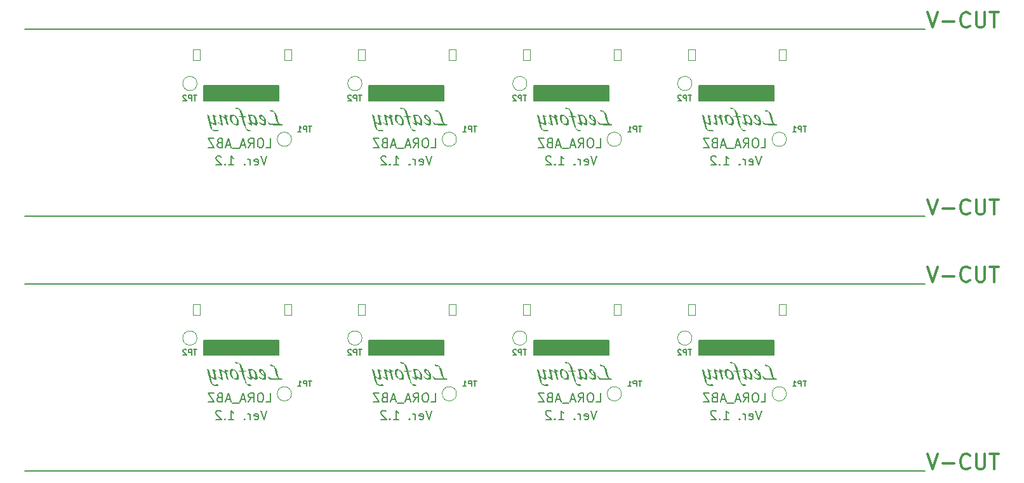
<source format=gbo>
G04 #@! TF.GenerationSoftware,KiCad,Pcbnew,8.0.2-1*
G04 #@! TF.CreationDate,2024-07-25T16:39:03+09:00*
G04 #@! TF.ProjectId,leafony-lora-abz_Panelized_Ver1.2,6c656166-6f6e-4792-9d6c-6f72612d6162,rev?*
G04 #@! TF.SameCoordinates,PX4a62f80PY7829b80*
G04 #@! TF.FileFunction,Legend,Bot*
G04 #@! TF.FilePolarity,Positive*
%FSLAX46Y46*%
G04 Gerber Fmt 4.6, Leading zero omitted, Abs format (unit mm)*
G04 Created by KiCad (PCBNEW 8.0.2-1) date 2024-07-25 16:39:03*
%MOMM*%
%LPD*%
G01*
G04 APERTURE LIST*
G04 Aperture macros list*
%AMRoundRect*
0 Rectangle with rounded corners*
0 $1 Rounding radius*
0 $2 $3 $4 $5 $6 $7 $8 $9 X,Y pos of 4 corners*
0 Add a 4 corners polygon primitive as box body*
4,1,4,$2,$3,$4,$5,$6,$7,$8,$9,$2,$3,0*
0 Add four circle primitives for the rounded corners*
1,1,$1+$1,$2,$3*
1,1,$1+$1,$4,$5*
1,1,$1+$1,$6,$7*
1,1,$1+$1,$8,$9*
0 Add four rect primitives between the rounded corners*
20,1,$1+$1,$2,$3,$4,$5,0*
20,1,$1+$1,$4,$5,$6,$7,0*
20,1,$1+$1,$6,$7,$8,$9,0*
20,1,$1+$1,$8,$9,$2,$3,0*%
%AMFreePoly0*
4,1,33,0.069195,0.917427,0.167101,0.881793,0.182140,0.873110,0.261953,0.806138,0.273114,0.792836,0.325209,0.702606,0.331148,0.686288,0.349240,0.583682,0.349240,0.566318,0.331148,0.463712,0.325209,0.447394,0.275000,0.360430,0.275000,-0.575000,0.260355,-0.610355,0.225000,-0.625000,-0.225000,-0.625000,-0.260355,-0.610355,-0.275000,-0.575000,-0.275000,0.360430,-0.325209,0.447394,
-0.331148,0.463712,-0.349240,0.566318,-0.349240,0.583682,-0.331148,0.686288,-0.325209,0.702606,-0.273114,0.792836,-0.261953,0.806138,-0.182140,0.873110,-0.167101,0.881793,-0.069195,0.917427,-0.052094,0.920442,0.052094,0.920442,0.069195,0.917427,0.069195,0.917427,$1*%
G04 Aperture macros list end*
%ADD10C,0.150000*%
%ADD11C,0.200000*%
%ADD12C,0.180000*%
%ADD13C,0.300000*%
%ADD14C,0.120000*%
%ADD15C,0.000000*%
%ADD16C,1.050000*%
%ADD17C,2.590000*%
%ADD18RoundRect,0.050000X-0.450000X-0.725000X0.450000X-0.725000X0.450000X0.725000X-0.450000X0.725000X0*%
%ADD19FreePoly0,0.000000*%
%ADD20FreePoly0,180.000000*%
%ADD21C,1.600000*%
G04 APERTURE END LIST*
D10*
X33850000Y29475000D02*
X43850000Y29475000D01*
X43850000Y27475000D01*
X33850000Y27475000D01*
X33850000Y29475000D01*
G36*
X33850000Y29475000D02*
G01*
X43850000Y29475000D01*
X43850000Y27475000D01*
X33850000Y27475000D01*
X33850000Y29475000D01*
G37*
X-12000000Y71000000D02*
X108000000Y71000000D01*
X11850000Y63475000D02*
X21850000Y63475000D01*
X21850000Y61475000D01*
X11850000Y61475000D01*
X11850000Y63475000D01*
G36*
X11850000Y63475000D02*
G01*
X21850000Y63475000D01*
X21850000Y61475000D01*
X11850000Y61475000D01*
X11850000Y63475000D01*
G37*
X-12000000Y12000000D02*
X108000000Y12000000D01*
X-12000000Y37000000D02*
X108000000Y37000000D01*
X77850000Y29475000D02*
X87850000Y29475000D01*
X87850000Y27475000D01*
X77850000Y27475000D01*
X77850000Y29475000D01*
G36*
X77850000Y29475000D02*
G01*
X87850000Y29475000D01*
X87850000Y27475000D01*
X77850000Y27475000D01*
X77850000Y29475000D01*
G37*
X33850000Y63475000D02*
X43850000Y63475000D01*
X43850000Y61475000D01*
X33850000Y61475000D01*
X33850000Y63475000D01*
G36*
X33850000Y63475000D02*
G01*
X43850000Y63475000D01*
X43850000Y61475000D01*
X33850000Y61475000D01*
X33850000Y63475000D01*
G37*
X55850000Y29475000D02*
X65850000Y29475000D01*
X65850000Y27475000D01*
X55850000Y27475000D01*
X55850000Y29475000D01*
G36*
X55850000Y29475000D02*
G01*
X65850000Y29475000D01*
X65850000Y27475000D01*
X55850000Y27475000D01*
X55850000Y29475000D01*
G37*
X55850000Y63475000D02*
X65850000Y63475000D01*
X65850000Y61475000D01*
X55850000Y61475000D01*
X55850000Y63475000D01*
G36*
X55850000Y63475000D02*
G01*
X65850000Y63475000D01*
X65850000Y61475000D01*
X55850000Y61475000D01*
X55850000Y63475000D01*
G37*
X-12000000Y46000000D02*
X108000000Y46000000D01*
X11850000Y29475000D02*
X21850000Y29475000D01*
X21850000Y27475000D01*
X11850000Y27475000D01*
X11850000Y29475000D01*
G36*
X11850000Y29475000D02*
G01*
X21850000Y29475000D01*
X21850000Y27475000D01*
X11850000Y27475000D01*
X11850000Y29475000D01*
G37*
X77850000Y63475000D02*
X87850000Y63475000D01*
X87850000Y61475000D01*
X77850000Y61475000D01*
X77850000Y63475000D01*
G36*
X77850000Y63475000D02*
G01*
X87850000Y63475000D01*
X87850000Y61475000D01*
X77850000Y61475000D01*
X77850000Y63475000D01*
G37*
D11*
X86161279Y55207258D02*
X86732707Y55207258D01*
X86732707Y55207258D02*
X86732707Y56407258D01*
X85532707Y56407258D02*
X85304135Y56407258D01*
X85304135Y56407258D02*
X85189850Y56350115D01*
X85189850Y56350115D02*
X85075564Y56235829D01*
X85075564Y56235829D02*
X85018421Y56007258D01*
X85018421Y56007258D02*
X85018421Y55607258D01*
X85018421Y55607258D02*
X85075564Y55378686D01*
X85075564Y55378686D02*
X85189850Y55264400D01*
X85189850Y55264400D02*
X85304135Y55207258D01*
X85304135Y55207258D02*
X85532707Y55207258D01*
X85532707Y55207258D02*
X85646993Y55264400D01*
X85646993Y55264400D02*
X85761278Y55378686D01*
X85761278Y55378686D02*
X85818421Y55607258D01*
X85818421Y55607258D02*
X85818421Y56007258D01*
X85818421Y56007258D02*
X85761278Y56235829D01*
X85761278Y56235829D02*
X85646993Y56350115D01*
X85646993Y56350115D02*
X85532707Y56407258D01*
X83818421Y55207258D02*
X84218421Y55778686D01*
X84504135Y55207258D02*
X84504135Y56407258D01*
X84504135Y56407258D02*
X84046992Y56407258D01*
X84046992Y56407258D02*
X83932707Y56350115D01*
X83932707Y56350115D02*
X83875564Y56292972D01*
X83875564Y56292972D02*
X83818421Y56178686D01*
X83818421Y56178686D02*
X83818421Y56007258D01*
X83818421Y56007258D02*
X83875564Y55892972D01*
X83875564Y55892972D02*
X83932707Y55835829D01*
X83932707Y55835829D02*
X84046992Y55778686D01*
X84046992Y55778686D02*
X84504135Y55778686D01*
X83361278Y55550115D02*
X82789850Y55550115D01*
X83475564Y55207258D02*
X83075564Y56407258D01*
X83075564Y56407258D02*
X82675564Y55207258D01*
X82561279Y55092972D02*
X81646993Y55092972D01*
X81418421Y55550115D02*
X80846993Y55550115D01*
X81532707Y55207258D02*
X81132707Y56407258D01*
X81132707Y56407258D02*
X80732707Y55207258D01*
X79932707Y55835829D02*
X79761279Y55778686D01*
X79761279Y55778686D02*
X79704136Y55721543D01*
X79704136Y55721543D02*
X79646993Y55607258D01*
X79646993Y55607258D02*
X79646993Y55435829D01*
X79646993Y55435829D02*
X79704136Y55321543D01*
X79704136Y55321543D02*
X79761279Y55264400D01*
X79761279Y55264400D02*
X79875564Y55207258D01*
X79875564Y55207258D02*
X80332707Y55207258D01*
X80332707Y55207258D02*
X80332707Y56407258D01*
X80332707Y56407258D02*
X79932707Y56407258D01*
X79932707Y56407258D02*
X79818422Y56350115D01*
X79818422Y56350115D02*
X79761279Y56292972D01*
X79761279Y56292972D02*
X79704136Y56178686D01*
X79704136Y56178686D02*
X79704136Y56064400D01*
X79704136Y56064400D02*
X79761279Y55950115D01*
X79761279Y55950115D02*
X79818422Y55892972D01*
X79818422Y55892972D02*
X79932707Y55835829D01*
X79932707Y55835829D02*
X80332707Y55835829D01*
X79246993Y56407258D02*
X78446993Y56407258D01*
X78446993Y56407258D02*
X79246993Y55207258D01*
X79246993Y55207258D02*
X78446993Y55207258D01*
D12*
X64267293Y20056218D02*
X63867293Y18856218D01*
X63867293Y18856218D02*
X63467293Y20056218D01*
X62610150Y18913360D02*
X62724436Y18856218D01*
X62724436Y18856218D02*
X62953008Y18856218D01*
X62953008Y18856218D02*
X63067293Y18913360D01*
X63067293Y18913360D02*
X63124436Y19027646D01*
X63124436Y19027646D02*
X63124436Y19484789D01*
X63124436Y19484789D02*
X63067293Y19599075D01*
X63067293Y19599075D02*
X62953008Y19656218D01*
X62953008Y19656218D02*
X62724436Y19656218D01*
X62724436Y19656218D02*
X62610150Y19599075D01*
X62610150Y19599075D02*
X62553008Y19484789D01*
X62553008Y19484789D02*
X62553008Y19370503D01*
X62553008Y19370503D02*
X63124436Y19256218D01*
X62038722Y18856218D02*
X62038722Y19656218D01*
X62038722Y19427646D02*
X61981579Y19541932D01*
X61981579Y19541932D02*
X61924437Y19599075D01*
X61924437Y19599075D02*
X61810151Y19656218D01*
X61810151Y19656218D02*
X61695865Y19656218D01*
X61295865Y18970503D02*
X61238722Y18913360D01*
X61238722Y18913360D02*
X61295865Y18856218D01*
X61295865Y18856218D02*
X61353008Y18913360D01*
X61353008Y18913360D02*
X61295865Y18970503D01*
X61295865Y18970503D02*
X61295865Y18856218D01*
X59181579Y18856218D02*
X59867293Y18856218D01*
X59524436Y18856218D02*
X59524436Y20056218D01*
X59524436Y20056218D02*
X59638722Y19884789D01*
X59638722Y19884789D02*
X59753007Y19770503D01*
X59753007Y19770503D02*
X59867293Y19713360D01*
X58667293Y18970503D02*
X58610150Y18913360D01*
X58610150Y18913360D02*
X58667293Y18856218D01*
X58667293Y18856218D02*
X58724436Y18913360D01*
X58724436Y18913360D02*
X58667293Y18970503D01*
X58667293Y18970503D02*
X58667293Y18856218D01*
X58153007Y19941932D02*
X58095864Y19999075D01*
X58095864Y19999075D02*
X57981579Y20056218D01*
X57981579Y20056218D02*
X57695864Y20056218D01*
X57695864Y20056218D02*
X57581579Y19999075D01*
X57581579Y19999075D02*
X57524436Y19941932D01*
X57524436Y19941932D02*
X57467293Y19827646D01*
X57467293Y19827646D02*
X57467293Y19713360D01*
X57467293Y19713360D02*
X57524436Y19541932D01*
X57524436Y19541932D02*
X58210150Y18856218D01*
X58210150Y18856218D02*
X57467293Y18856218D01*
X64267293Y54056218D02*
X63867293Y52856218D01*
X63867293Y52856218D02*
X63467293Y54056218D01*
X62610150Y52913360D02*
X62724436Y52856218D01*
X62724436Y52856218D02*
X62953008Y52856218D01*
X62953008Y52856218D02*
X63067293Y52913360D01*
X63067293Y52913360D02*
X63124436Y53027646D01*
X63124436Y53027646D02*
X63124436Y53484789D01*
X63124436Y53484789D02*
X63067293Y53599075D01*
X63067293Y53599075D02*
X62953008Y53656218D01*
X62953008Y53656218D02*
X62724436Y53656218D01*
X62724436Y53656218D02*
X62610150Y53599075D01*
X62610150Y53599075D02*
X62553008Y53484789D01*
X62553008Y53484789D02*
X62553008Y53370503D01*
X62553008Y53370503D02*
X63124436Y53256218D01*
X62038722Y52856218D02*
X62038722Y53656218D01*
X62038722Y53427646D02*
X61981579Y53541932D01*
X61981579Y53541932D02*
X61924437Y53599075D01*
X61924437Y53599075D02*
X61810151Y53656218D01*
X61810151Y53656218D02*
X61695865Y53656218D01*
X61295865Y52970503D02*
X61238722Y52913360D01*
X61238722Y52913360D02*
X61295865Y52856218D01*
X61295865Y52856218D02*
X61353008Y52913360D01*
X61353008Y52913360D02*
X61295865Y52970503D01*
X61295865Y52970503D02*
X61295865Y52856218D01*
X59181579Y52856218D02*
X59867293Y52856218D01*
X59524436Y52856218D02*
X59524436Y54056218D01*
X59524436Y54056218D02*
X59638722Y53884789D01*
X59638722Y53884789D02*
X59753007Y53770503D01*
X59753007Y53770503D02*
X59867293Y53713360D01*
X58667293Y52970503D02*
X58610150Y52913360D01*
X58610150Y52913360D02*
X58667293Y52856218D01*
X58667293Y52856218D02*
X58724436Y52913360D01*
X58724436Y52913360D02*
X58667293Y52970503D01*
X58667293Y52970503D02*
X58667293Y52856218D01*
X58153007Y53941932D02*
X58095864Y53999075D01*
X58095864Y53999075D02*
X57981579Y54056218D01*
X57981579Y54056218D02*
X57695864Y54056218D01*
X57695864Y54056218D02*
X57581579Y53999075D01*
X57581579Y53999075D02*
X57524436Y53941932D01*
X57524436Y53941932D02*
X57467293Y53827646D01*
X57467293Y53827646D02*
X57467293Y53713360D01*
X57467293Y53713360D02*
X57524436Y53541932D01*
X57524436Y53541932D02*
X58210150Y52856218D01*
X58210150Y52856218D02*
X57467293Y52856218D01*
D13*
X108387844Y48260362D02*
X109054510Y46260362D01*
X109054510Y46260362D02*
X109721177Y48260362D01*
X110387844Y47022267D02*
X111911654Y47022267D01*
X114006891Y46450839D02*
X113911653Y46355600D01*
X113911653Y46355600D02*
X113625939Y46260362D01*
X113625939Y46260362D02*
X113435463Y46260362D01*
X113435463Y46260362D02*
X113149748Y46355600D01*
X113149748Y46355600D02*
X112959272Y46546077D01*
X112959272Y46546077D02*
X112864034Y46736553D01*
X112864034Y46736553D02*
X112768796Y47117505D01*
X112768796Y47117505D02*
X112768796Y47403220D01*
X112768796Y47403220D02*
X112864034Y47784172D01*
X112864034Y47784172D02*
X112959272Y47974648D01*
X112959272Y47974648D02*
X113149748Y48165124D01*
X113149748Y48165124D02*
X113435463Y48260362D01*
X113435463Y48260362D02*
X113625939Y48260362D01*
X113625939Y48260362D02*
X113911653Y48165124D01*
X113911653Y48165124D02*
X114006891Y48069886D01*
X114864034Y48260362D02*
X114864034Y46641315D01*
X114864034Y46641315D02*
X114959272Y46450839D01*
X114959272Y46450839D02*
X115054510Y46355600D01*
X115054510Y46355600D02*
X115244986Y46260362D01*
X115244986Y46260362D02*
X115625939Y46260362D01*
X115625939Y46260362D02*
X115816415Y46355600D01*
X115816415Y46355600D02*
X115911653Y46450839D01*
X115911653Y46450839D02*
X116006891Y46641315D01*
X116006891Y46641315D02*
X116006891Y48260362D01*
X116673558Y48260362D02*
X117816415Y48260362D01*
X117244986Y46260362D02*
X117244986Y48260362D01*
D12*
X42267293Y20056218D02*
X41867293Y18856218D01*
X41867293Y18856218D02*
X41467293Y20056218D01*
X40610150Y18913360D02*
X40724436Y18856218D01*
X40724436Y18856218D02*
X40953008Y18856218D01*
X40953008Y18856218D02*
X41067293Y18913360D01*
X41067293Y18913360D02*
X41124436Y19027646D01*
X41124436Y19027646D02*
X41124436Y19484789D01*
X41124436Y19484789D02*
X41067293Y19599075D01*
X41067293Y19599075D02*
X40953008Y19656218D01*
X40953008Y19656218D02*
X40724436Y19656218D01*
X40724436Y19656218D02*
X40610150Y19599075D01*
X40610150Y19599075D02*
X40553008Y19484789D01*
X40553008Y19484789D02*
X40553008Y19370503D01*
X40553008Y19370503D02*
X41124436Y19256218D01*
X40038722Y18856218D02*
X40038722Y19656218D01*
X40038722Y19427646D02*
X39981579Y19541932D01*
X39981579Y19541932D02*
X39924437Y19599075D01*
X39924437Y19599075D02*
X39810151Y19656218D01*
X39810151Y19656218D02*
X39695865Y19656218D01*
X39295865Y18970503D02*
X39238722Y18913360D01*
X39238722Y18913360D02*
X39295865Y18856218D01*
X39295865Y18856218D02*
X39353008Y18913360D01*
X39353008Y18913360D02*
X39295865Y18970503D01*
X39295865Y18970503D02*
X39295865Y18856218D01*
X37181579Y18856218D02*
X37867293Y18856218D01*
X37524436Y18856218D02*
X37524436Y20056218D01*
X37524436Y20056218D02*
X37638722Y19884789D01*
X37638722Y19884789D02*
X37753007Y19770503D01*
X37753007Y19770503D02*
X37867293Y19713360D01*
X36667293Y18970503D02*
X36610150Y18913360D01*
X36610150Y18913360D02*
X36667293Y18856218D01*
X36667293Y18856218D02*
X36724436Y18913360D01*
X36724436Y18913360D02*
X36667293Y18970503D01*
X36667293Y18970503D02*
X36667293Y18856218D01*
X36153007Y19941932D02*
X36095864Y19999075D01*
X36095864Y19999075D02*
X35981579Y20056218D01*
X35981579Y20056218D02*
X35695864Y20056218D01*
X35695864Y20056218D02*
X35581579Y19999075D01*
X35581579Y19999075D02*
X35524436Y19941932D01*
X35524436Y19941932D02*
X35467293Y19827646D01*
X35467293Y19827646D02*
X35467293Y19713360D01*
X35467293Y19713360D02*
X35524436Y19541932D01*
X35524436Y19541932D02*
X36210150Y18856218D01*
X36210150Y18856218D02*
X35467293Y18856218D01*
D11*
X42161279Y21207258D02*
X42732707Y21207258D01*
X42732707Y21207258D02*
X42732707Y22407258D01*
X41532707Y22407258D02*
X41304135Y22407258D01*
X41304135Y22407258D02*
X41189850Y22350115D01*
X41189850Y22350115D02*
X41075564Y22235829D01*
X41075564Y22235829D02*
X41018421Y22007258D01*
X41018421Y22007258D02*
X41018421Y21607258D01*
X41018421Y21607258D02*
X41075564Y21378686D01*
X41075564Y21378686D02*
X41189850Y21264400D01*
X41189850Y21264400D02*
X41304135Y21207258D01*
X41304135Y21207258D02*
X41532707Y21207258D01*
X41532707Y21207258D02*
X41646993Y21264400D01*
X41646993Y21264400D02*
X41761278Y21378686D01*
X41761278Y21378686D02*
X41818421Y21607258D01*
X41818421Y21607258D02*
X41818421Y22007258D01*
X41818421Y22007258D02*
X41761278Y22235829D01*
X41761278Y22235829D02*
X41646993Y22350115D01*
X41646993Y22350115D02*
X41532707Y22407258D01*
X39818421Y21207258D02*
X40218421Y21778686D01*
X40504135Y21207258D02*
X40504135Y22407258D01*
X40504135Y22407258D02*
X40046992Y22407258D01*
X40046992Y22407258D02*
X39932707Y22350115D01*
X39932707Y22350115D02*
X39875564Y22292972D01*
X39875564Y22292972D02*
X39818421Y22178686D01*
X39818421Y22178686D02*
X39818421Y22007258D01*
X39818421Y22007258D02*
X39875564Y21892972D01*
X39875564Y21892972D02*
X39932707Y21835829D01*
X39932707Y21835829D02*
X40046992Y21778686D01*
X40046992Y21778686D02*
X40504135Y21778686D01*
X39361278Y21550115D02*
X38789850Y21550115D01*
X39475564Y21207258D02*
X39075564Y22407258D01*
X39075564Y22407258D02*
X38675564Y21207258D01*
X38561279Y21092972D02*
X37646993Y21092972D01*
X37418421Y21550115D02*
X36846993Y21550115D01*
X37532707Y21207258D02*
X37132707Y22407258D01*
X37132707Y22407258D02*
X36732707Y21207258D01*
X35932707Y21835829D02*
X35761279Y21778686D01*
X35761279Y21778686D02*
X35704136Y21721543D01*
X35704136Y21721543D02*
X35646993Y21607258D01*
X35646993Y21607258D02*
X35646993Y21435829D01*
X35646993Y21435829D02*
X35704136Y21321543D01*
X35704136Y21321543D02*
X35761279Y21264400D01*
X35761279Y21264400D02*
X35875564Y21207258D01*
X35875564Y21207258D02*
X36332707Y21207258D01*
X36332707Y21207258D02*
X36332707Y22407258D01*
X36332707Y22407258D02*
X35932707Y22407258D01*
X35932707Y22407258D02*
X35818422Y22350115D01*
X35818422Y22350115D02*
X35761279Y22292972D01*
X35761279Y22292972D02*
X35704136Y22178686D01*
X35704136Y22178686D02*
X35704136Y22064400D01*
X35704136Y22064400D02*
X35761279Y21950115D01*
X35761279Y21950115D02*
X35818422Y21892972D01*
X35818422Y21892972D02*
X35932707Y21835829D01*
X35932707Y21835829D02*
X36332707Y21835829D01*
X35246993Y22407258D02*
X34446993Y22407258D01*
X34446993Y22407258D02*
X35246993Y21207258D01*
X35246993Y21207258D02*
X34446993Y21207258D01*
X20161279Y21207258D02*
X20732707Y21207258D01*
X20732707Y21207258D02*
X20732707Y22407258D01*
X19532707Y22407258D02*
X19304135Y22407258D01*
X19304135Y22407258D02*
X19189850Y22350115D01*
X19189850Y22350115D02*
X19075564Y22235829D01*
X19075564Y22235829D02*
X19018421Y22007258D01*
X19018421Y22007258D02*
X19018421Y21607258D01*
X19018421Y21607258D02*
X19075564Y21378686D01*
X19075564Y21378686D02*
X19189850Y21264400D01*
X19189850Y21264400D02*
X19304135Y21207258D01*
X19304135Y21207258D02*
X19532707Y21207258D01*
X19532707Y21207258D02*
X19646993Y21264400D01*
X19646993Y21264400D02*
X19761278Y21378686D01*
X19761278Y21378686D02*
X19818421Y21607258D01*
X19818421Y21607258D02*
X19818421Y22007258D01*
X19818421Y22007258D02*
X19761278Y22235829D01*
X19761278Y22235829D02*
X19646993Y22350115D01*
X19646993Y22350115D02*
X19532707Y22407258D01*
X17818421Y21207258D02*
X18218421Y21778686D01*
X18504135Y21207258D02*
X18504135Y22407258D01*
X18504135Y22407258D02*
X18046992Y22407258D01*
X18046992Y22407258D02*
X17932707Y22350115D01*
X17932707Y22350115D02*
X17875564Y22292972D01*
X17875564Y22292972D02*
X17818421Y22178686D01*
X17818421Y22178686D02*
X17818421Y22007258D01*
X17818421Y22007258D02*
X17875564Y21892972D01*
X17875564Y21892972D02*
X17932707Y21835829D01*
X17932707Y21835829D02*
X18046992Y21778686D01*
X18046992Y21778686D02*
X18504135Y21778686D01*
X17361278Y21550115D02*
X16789850Y21550115D01*
X17475564Y21207258D02*
X17075564Y22407258D01*
X17075564Y22407258D02*
X16675564Y21207258D01*
X16561279Y21092972D02*
X15646993Y21092972D01*
X15418421Y21550115D02*
X14846993Y21550115D01*
X15532707Y21207258D02*
X15132707Y22407258D01*
X15132707Y22407258D02*
X14732707Y21207258D01*
X13932707Y21835829D02*
X13761279Y21778686D01*
X13761279Y21778686D02*
X13704136Y21721543D01*
X13704136Y21721543D02*
X13646993Y21607258D01*
X13646993Y21607258D02*
X13646993Y21435829D01*
X13646993Y21435829D02*
X13704136Y21321543D01*
X13704136Y21321543D02*
X13761279Y21264400D01*
X13761279Y21264400D02*
X13875564Y21207258D01*
X13875564Y21207258D02*
X14332707Y21207258D01*
X14332707Y21207258D02*
X14332707Y22407258D01*
X14332707Y22407258D02*
X13932707Y22407258D01*
X13932707Y22407258D02*
X13818422Y22350115D01*
X13818422Y22350115D02*
X13761279Y22292972D01*
X13761279Y22292972D02*
X13704136Y22178686D01*
X13704136Y22178686D02*
X13704136Y22064400D01*
X13704136Y22064400D02*
X13761279Y21950115D01*
X13761279Y21950115D02*
X13818422Y21892972D01*
X13818422Y21892972D02*
X13932707Y21835829D01*
X13932707Y21835829D02*
X14332707Y21835829D01*
X13246993Y22407258D02*
X12446993Y22407258D01*
X12446993Y22407258D02*
X13246993Y21207258D01*
X13246993Y21207258D02*
X12446993Y21207258D01*
D12*
X42267293Y54056218D02*
X41867293Y52856218D01*
X41867293Y52856218D02*
X41467293Y54056218D01*
X40610150Y52913360D02*
X40724436Y52856218D01*
X40724436Y52856218D02*
X40953008Y52856218D01*
X40953008Y52856218D02*
X41067293Y52913360D01*
X41067293Y52913360D02*
X41124436Y53027646D01*
X41124436Y53027646D02*
X41124436Y53484789D01*
X41124436Y53484789D02*
X41067293Y53599075D01*
X41067293Y53599075D02*
X40953008Y53656218D01*
X40953008Y53656218D02*
X40724436Y53656218D01*
X40724436Y53656218D02*
X40610150Y53599075D01*
X40610150Y53599075D02*
X40553008Y53484789D01*
X40553008Y53484789D02*
X40553008Y53370503D01*
X40553008Y53370503D02*
X41124436Y53256218D01*
X40038722Y52856218D02*
X40038722Y53656218D01*
X40038722Y53427646D02*
X39981579Y53541932D01*
X39981579Y53541932D02*
X39924437Y53599075D01*
X39924437Y53599075D02*
X39810151Y53656218D01*
X39810151Y53656218D02*
X39695865Y53656218D01*
X39295865Y52970503D02*
X39238722Y52913360D01*
X39238722Y52913360D02*
X39295865Y52856218D01*
X39295865Y52856218D02*
X39353008Y52913360D01*
X39353008Y52913360D02*
X39295865Y52970503D01*
X39295865Y52970503D02*
X39295865Y52856218D01*
X37181579Y52856218D02*
X37867293Y52856218D01*
X37524436Y52856218D02*
X37524436Y54056218D01*
X37524436Y54056218D02*
X37638722Y53884789D01*
X37638722Y53884789D02*
X37753007Y53770503D01*
X37753007Y53770503D02*
X37867293Y53713360D01*
X36667293Y52970503D02*
X36610150Y52913360D01*
X36610150Y52913360D02*
X36667293Y52856218D01*
X36667293Y52856218D02*
X36724436Y52913360D01*
X36724436Y52913360D02*
X36667293Y52970503D01*
X36667293Y52970503D02*
X36667293Y52856218D01*
X36153007Y53941932D02*
X36095864Y53999075D01*
X36095864Y53999075D02*
X35981579Y54056218D01*
X35981579Y54056218D02*
X35695864Y54056218D01*
X35695864Y54056218D02*
X35581579Y53999075D01*
X35581579Y53999075D02*
X35524436Y53941932D01*
X35524436Y53941932D02*
X35467293Y53827646D01*
X35467293Y53827646D02*
X35467293Y53713360D01*
X35467293Y53713360D02*
X35524436Y53541932D01*
X35524436Y53541932D02*
X36210150Y52856218D01*
X36210150Y52856218D02*
X35467293Y52856218D01*
D11*
X42161279Y55207258D02*
X42732707Y55207258D01*
X42732707Y55207258D02*
X42732707Y56407258D01*
X41532707Y56407258D02*
X41304135Y56407258D01*
X41304135Y56407258D02*
X41189850Y56350115D01*
X41189850Y56350115D02*
X41075564Y56235829D01*
X41075564Y56235829D02*
X41018421Y56007258D01*
X41018421Y56007258D02*
X41018421Y55607258D01*
X41018421Y55607258D02*
X41075564Y55378686D01*
X41075564Y55378686D02*
X41189850Y55264400D01*
X41189850Y55264400D02*
X41304135Y55207258D01*
X41304135Y55207258D02*
X41532707Y55207258D01*
X41532707Y55207258D02*
X41646993Y55264400D01*
X41646993Y55264400D02*
X41761278Y55378686D01*
X41761278Y55378686D02*
X41818421Y55607258D01*
X41818421Y55607258D02*
X41818421Y56007258D01*
X41818421Y56007258D02*
X41761278Y56235829D01*
X41761278Y56235829D02*
X41646993Y56350115D01*
X41646993Y56350115D02*
X41532707Y56407258D01*
X39818421Y55207258D02*
X40218421Y55778686D01*
X40504135Y55207258D02*
X40504135Y56407258D01*
X40504135Y56407258D02*
X40046992Y56407258D01*
X40046992Y56407258D02*
X39932707Y56350115D01*
X39932707Y56350115D02*
X39875564Y56292972D01*
X39875564Y56292972D02*
X39818421Y56178686D01*
X39818421Y56178686D02*
X39818421Y56007258D01*
X39818421Y56007258D02*
X39875564Y55892972D01*
X39875564Y55892972D02*
X39932707Y55835829D01*
X39932707Y55835829D02*
X40046992Y55778686D01*
X40046992Y55778686D02*
X40504135Y55778686D01*
X39361278Y55550115D02*
X38789850Y55550115D01*
X39475564Y55207258D02*
X39075564Y56407258D01*
X39075564Y56407258D02*
X38675564Y55207258D01*
X38561279Y55092972D02*
X37646993Y55092972D01*
X37418421Y55550115D02*
X36846993Y55550115D01*
X37532707Y55207258D02*
X37132707Y56407258D01*
X37132707Y56407258D02*
X36732707Y55207258D01*
X35932707Y55835829D02*
X35761279Y55778686D01*
X35761279Y55778686D02*
X35704136Y55721543D01*
X35704136Y55721543D02*
X35646993Y55607258D01*
X35646993Y55607258D02*
X35646993Y55435829D01*
X35646993Y55435829D02*
X35704136Y55321543D01*
X35704136Y55321543D02*
X35761279Y55264400D01*
X35761279Y55264400D02*
X35875564Y55207258D01*
X35875564Y55207258D02*
X36332707Y55207258D01*
X36332707Y55207258D02*
X36332707Y56407258D01*
X36332707Y56407258D02*
X35932707Y56407258D01*
X35932707Y56407258D02*
X35818422Y56350115D01*
X35818422Y56350115D02*
X35761279Y56292972D01*
X35761279Y56292972D02*
X35704136Y56178686D01*
X35704136Y56178686D02*
X35704136Y56064400D01*
X35704136Y56064400D02*
X35761279Y55950115D01*
X35761279Y55950115D02*
X35818422Y55892972D01*
X35818422Y55892972D02*
X35932707Y55835829D01*
X35932707Y55835829D02*
X36332707Y55835829D01*
X35246993Y56407258D02*
X34446993Y56407258D01*
X34446993Y56407258D02*
X35246993Y55207258D01*
X35246993Y55207258D02*
X34446993Y55207258D01*
X64161279Y55207258D02*
X64732707Y55207258D01*
X64732707Y55207258D02*
X64732707Y56407258D01*
X63532707Y56407258D02*
X63304135Y56407258D01*
X63304135Y56407258D02*
X63189850Y56350115D01*
X63189850Y56350115D02*
X63075564Y56235829D01*
X63075564Y56235829D02*
X63018421Y56007258D01*
X63018421Y56007258D02*
X63018421Y55607258D01*
X63018421Y55607258D02*
X63075564Y55378686D01*
X63075564Y55378686D02*
X63189850Y55264400D01*
X63189850Y55264400D02*
X63304135Y55207258D01*
X63304135Y55207258D02*
X63532707Y55207258D01*
X63532707Y55207258D02*
X63646993Y55264400D01*
X63646993Y55264400D02*
X63761278Y55378686D01*
X63761278Y55378686D02*
X63818421Y55607258D01*
X63818421Y55607258D02*
X63818421Y56007258D01*
X63818421Y56007258D02*
X63761278Y56235829D01*
X63761278Y56235829D02*
X63646993Y56350115D01*
X63646993Y56350115D02*
X63532707Y56407258D01*
X61818421Y55207258D02*
X62218421Y55778686D01*
X62504135Y55207258D02*
X62504135Y56407258D01*
X62504135Y56407258D02*
X62046992Y56407258D01*
X62046992Y56407258D02*
X61932707Y56350115D01*
X61932707Y56350115D02*
X61875564Y56292972D01*
X61875564Y56292972D02*
X61818421Y56178686D01*
X61818421Y56178686D02*
X61818421Y56007258D01*
X61818421Y56007258D02*
X61875564Y55892972D01*
X61875564Y55892972D02*
X61932707Y55835829D01*
X61932707Y55835829D02*
X62046992Y55778686D01*
X62046992Y55778686D02*
X62504135Y55778686D01*
X61361278Y55550115D02*
X60789850Y55550115D01*
X61475564Y55207258D02*
X61075564Y56407258D01*
X61075564Y56407258D02*
X60675564Y55207258D01*
X60561279Y55092972D02*
X59646993Y55092972D01*
X59418421Y55550115D02*
X58846993Y55550115D01*
X59532707Y55207258D02*
X59132707Y56407258D01*
X59132707Y56407258D02*
X58732707Y55207258D01*
X57932707Y55835829D02*
X57761279Y55778686D01*
X57761279Y55778686D02*
X57704136Y55721543D01*
X57704136Y55721543D02*
X57646993Y55607258D01*
X57646993Y55607258D02*
X57646993Y55435829D01*
X57646993Y55435829D02*
X57704136Y55321543D01*
X57704136Y55321543D02*
X57761279Y55264400D01*
X57761279Y55264400D02*
X57875564Y55207258D01*
X57875564Y55207258D02*
X58332707Y55207258D01*
X58332707Y55207258D02*
X58332707Y56407258D01*
X58332707Y56407258D02*
X57932707Y56407258D01*
X57932707Y56407258D02*
X57818422Y56350115D01*
X57818422Y56350115D02*
X57761279Y56292972D01*
X57761279Y56292972D02*
X57704136Y56178686D01*
X57704136Y56178686D02*
X57704136Y56064400D01*
X57704136Y56064400D02*
X57761279Y55950115D01*
X57761279Y55950115D02*
X57818422Y55892972D01*
X57818422Y55892972D02*
X57932707Y55835829D01*
X57932707Y55835829D02*
X58332707Y55835829D01*
X57246993Y56407258D02*
X56446993Y56407258D01*
X56446993Y56407258D02*
X57246993Y55207258D01*
X57246993Y55207258D02*
X56446993Y55207258D01*
D12*
X86267293Y20056218D02*
X85867293Y18856218D01*
X85867293Y18856218D02*
X85467293Y20056218D01*
X84610150Y18913360D02*
X84724436Y18856218D01*
X84724436Y18856218D02*
X84953008Y18856218D01*
X84953008Y18856218D02*
X85067293Y18913360D01*
X85067293Y18913360D02*
X85124436Y19027646D01*
X85124436Y19027646D02*
X85124436Y19484789D01*
X85124436Y19484789D02*
X85067293Y19599075D01*
X85067293Y19599075D02*
X84953008Y19656218D01*
X84953008Y19656218D02*
X84724436Y19656218D01*
X84724436Y19656218D02*
X84610150Y19599075D01*
X84610150Y19599075D02*
X84553008Y19484789D01*
X84553008Y19484789D02*
X84553008Y19370503D01*
X84553008Y19370503D02*
X85124436Y19256218D01*
X84038722Y18856218D02*
X84038722Y19656218D01*
X84038722Y19427646D02*
X83981579Y19541932D01*
X83981579Y19541932D02*
X83924437Y19599075D01*
X83924437Y19599075D02*
X83810151Y19656218D01*
X83810151Y19656218D02*
X83695865Y19656218D01*
X83295865Y18970503D02*
X83238722Y18913360D01*
X83238722Y18913360D02*
X83295865Y18856218D01*
X83295865Y18856218D02*
X83353008Y18913360D01*
X83353008Y18913360D02*
X83295865Y18970503D01*
X83295865Y18970503D02*
X83295865Y18856218D01*
X81181579Y18856218D02*
X81867293Y18856218D01*
X81524436Y18856218D02*
X81524436Y20056218D01*
X81524436Y20056218D02*
X81638722Y19884789D01*
X81638722Y19884789D02*
X81753007Y19770503D01*
X81753007Y19770503D02*
X81867293Y19713360D01*
X80667293Y18970503D02*
X80610150Y18913360D01*
X80610150Y18913360D02*
X80667293Y18856218D01*
X80667293Y18856218D02*
X80724436Y18913360D01*
X80724436Y18913360D02*
X80667293Y18970503D01*
X80667293Y18970503D02*
X80667293Y18856218D01*
X80153007Y19941932D02*
X80095864Y19999075D01*
X80095864Y19999075D02*
X79981579Y20056218D01*
X79981579Y20056218D02*
X79695864Y20056218D01*
X79695864Y20056218D02*
X79581579Y19999075D01*
X79581579Y19999075D02*
X79524436Y19941932D01*
X79524436Y19941932D02*
X79467293Y19827646D01*
X79467293Y19827646D02*
X79467293Y19713360D01*
X79467293Y19713360D02*
X79524436Y19541932D01*
X79524436Y19541932D02*
X80210150Y18856218D01*
X80210150Y18856218D02*
X79467293Y18856218D01*
D13*
X108387844Y39260362D02*
X109054510Y37260362D01*
X109054510Y37260362D02*
X109721177Y39260362D01*
X110387844Y38022267D02*
X111911654Y38022267D01*
X114006891Y37450839D02*
X113911653Y37355600D01*
X113911653Y37355600D02*
X113625939Y37260362D01*
X113625939Y37260362D02*
X113435463Y37260362D01*
X113435463Y37260362D02*
X113149748Y37355600D01*
X113149748Y37355600D02*
X112959272Y37546077D01*
X112959272Y37546077D02*
X112864034Y37736553D01*
X112864034Y37736553D02*
X112768796Y38117505D01*
X112768796Y38117505D02*
X112768796Y38403220D01*
X112768796Y38403220D02*
X112864034Y38784172D01*
X112864034Y38784172D02*
X112959272Y38974648D01*
X112959272Y38974648D02*
X113149748Y39165124D01*
X113149748Y39165124D02*
X113435463Y39260362D01*
X113435463Y39260362D02*
X113625939Y39260362D01*
X113625939Y39260362D02*
X113911653Y39165124D01*
X113911653Y39165124D02*
X114006891Y39069886D01*
X114864034Y39260362D02*
X114864034Y37641315D01*
X114864034Y37641315D02*
X114959272Y37450839D01*
X114959272Y37450839D02*
X115054510Y37355600D01*
X115054510Y37355600D02*
X115244986Y37260362D01*
X115244986Y37260362D02*
X115625939Y37260362D01*
X115625939Y37260362D02*
X115816415Y37355600D01*
X115816415Y37355600D02*
X115911653Y37450839D01*
X115911653Y37450839D02*
X116006891Y37641315D01*
X116006891Y37641315D02*
X116006891Y39260362D01*
X116673558Y39260362D02*
X117816415Y39260362D01*
X117244986Y37260362D02*
X117244986Y39260362D01*
D11*
X20161279Y55207258D02*
X20732707Y55207258D01*
X20732707Y55207258D02*
X20732707Y56407258D01*
X19532707Y56407258D02*
X19304135Y56407258D01*
X19304135Y56407258D02*
X19189850Y56350115D01*
X19189850Y56350115D02*
X19075564Y56235829D01*
X19075564Y56235829D02*
X19018421Y56007258D01*
X19018421Y56007258D02*
X19018421Y55607258D01*
X19018421Y55607258D02*
X19075564Y55378686D01*
X19075564Y55378686D02*
X19189850Y55264400D01*
X19189850Y55264400D02*
X19304135Y55207258D01*
X19304135Y55207258D02*
X19532707Y55207258D01*
X19532707Y55207258D02*
X19646993Y55264400D01*
X19646993Y55264400D02*
X19761278Y55378686D01*
X19761278Y55378686D02*
X19818421Y55607258D01*
X19818421Y55607258D02*
X19818421Y56007258D01*
X19818421Y56007258D02*
X19761278Y56235829D01*
X19761278Y56235829D02*
X19646993Y56350115D01*
X19646993Y56350115D02*
X19532707Y56407258D01*
X17818421Y55207258D02*
X18218421Y55778686D01*
X18504135Y55207258D02*
X18504135Y56407258D01*
X18504135Y56407258D02*
X18046992Y56407258D01*
X18046992Y56407258D02*
X17932707Y56350115D01*
X17932707Y56350115D02*
X17875564Y56292972D01*
X17875564Y56292972D02*
X17818421Y56178686D01*
X17818421Y56178686D02*
X17818421Y56007258D01*
X17818421Y56007258D02*
X17875564Y55892972D01*
X17875564Y55892972D02*
X17932707Y55835829D01*
X17932707Y55835829D02*
X18046992Y55778686D01*
X18046992Y55778686D02*
X18504135Y55778686D01*
X17361278Y55550115D02*
X16789850Y55550115D01*
X17475564Y55207258D02*
X17075564Y56407258D01*
X17075564Y56407258D02*
X16675564Y55207258D01*
X16561279Y55092972D02*
X15646993Y55092972D01*
X15418421Y55550115D02*
X14846993Y55550115D01*
X15532707Y55207258D02*
X15132707Y56407258D01*
X15132707Y56407258D02*
X14732707Y55207258D01*
X13932707Y55835829D02*
X13761279Y55778686D01*
X13761279Y55778686D02*
X13704136Y55721543D01*
X13704136Y55721543D02*
X13646993Y55607258D01*
X13646993Y55607258D02*
X13646993Y55435829D01*
X13646993Y55435829D02*
X13704136Y55321543D01*
X13704136Y55321543D02*
X13761279Y55264400D01*
X13761279Y55264400D02*
X13875564Y55207258D01*
X13875564Y55207258D02*
X14332707Y55207258D01*
X14332707Y55207258D02*
X14332707Y56407258D01*
X14332707Y56407258D02*
X13932707Y56407258D01*
X13932707Y56407258D02*
X13818422Y56350115D01*
X13818422Y56350115D02*
X13761279Y56292972D01*
X13761279Y56292972D02*
X13704136Y56178686D01*
X13704136Y56178686D02*
X13704136Y56064400D01*
X13704136Y56064400D02*
X13761279Y55950115D01*
X13761279Y55950115D02*
X13818422Y55892972D01*
X13818422Y55892972D02*
X13932707Y55835829D01*
X13932707Y55835829D02*
X14332707Y55835829D01*
X13246993Y56407258D02*
X12446993Y56407258D01*
X12446993Y56407258D02*
X13246993Y55207258D01*
X13246993Y55207258D02*
X12446993Y55207258D01*
D12*
X86267293Y54056218D02*
X85867293Y52856218D01*
X85867293Y52856218D02*
X85467293Y54056218D01*
X84610150Y52913360D02*
X84724436Y52856218D01*
X84724436Y52856218D02*
X84953008Y52856218D01*
X84953008Y52856218D02*
X85067293Y52913360D01*
X85067293Y52913360D02*
X85124436Y53027646D01*
X85124436Y53027646D02*
X85124436Y53484789D01*
X85124436Y53484789D02*
X85067293Y53599075D01*
X85067293Y53599075D02*
X84953008Y53656218D01*
X84953008Y53656218D02*
X84724436Y53656218D01*
X84724436Y53656218D02*
X84610150Y53599075D01*
X84610150Y53599075D02*
X84553008Y53484789D01*
X84553008Y53484789D02*
X84553008Y53370503D01*
X84553008Y53370503D02*
X85124436Y53256218D01*
X84038722Y52856218D02*
X84038722Y53656218D01*
X84038722Y53427646D02*
X83981579Y53541932D01*
X83981579Y53541932D02*
X83924437Y53599075D01*
X83924437Y53599075D02*
X83810151Y53656218D01*
X83810151Y53656218D02*
X83695865Y53656218D01*
X83295865Y52970503D02*
X83238722Y52913360D01*
X83238722Y52913360D02*
X83295865Y52856218D01*
X83295865Y52856218D02*
X83353008Y52913360D01*
X83353008Y52913360D02*
X83295865Y52970503D01*
X83295865Y52970503D02*
X83295865Y52856218D01*
X81181579Y52856218D02*
X81867293Y52856218D01*
X81524436Y52856218D02*
X81524436Y54056218D01*
X81524436Y54056218D02*
X81638722Y53884789D01*
X81638722Y53884789D02*
X81753007Y53770503D01*
X81753007Y53770503D02*
X81867293Y53713360D01*
X80667293Y52970503D02*
X80610150Y52913360D01*
X80610150Y52913360D02*
X80667293Y52856218D01*
X80667293Y52856218D02*
X80724436Y52913360D01*
X80724436Y52913360D02*
X80667293Y52970503D01*
X80667293Y52970503D02*
X80667293Y52856218D01*
X80153007Y53941932D02*
X80095864Y53999075D01*
X80095864Y53999075D02*
X79981579Y54056218D01*
X79981579Y54056218D02*
X79695864Y54056218D01*
X79695864Y54056218D02*
X79581579Y53999075D01*
X79581579Y53999075D02*
X79524436Y53941932D01*
X79524436Y53941932D02*
X79467293Y53827646D01*
X79467293Y53827646D02*
X79467293Y53713360D01*
X79467293Y53713360D02*
X79524436Y53541932D01*
X79524436Y53541932D02*
X80210150Y52856218D01*
X80210150Y52856218D02*
X79467293Y52856218D01*
X20267293Y54056218D02*
X19867293Y52856218D01*
X19867293Y52856218D02*
X19467293Y54056218D01*
X18610150Y52913360D02*
X18724436Y52856218D01*
X18724436Y52856218D02*
X18953008Y52856218D01*
X18953008Y52856218D02*
X19067293Y52913360D01*
X19067293Y52913360D02*
X19124436Y53027646D01*
X19124436Y53027646D02*
X19124436Y53484789D01*
X19124436Y53484789D02*
X19067293Y53599075D01*
X19067293Y53599075D02*
X18953008Y53656218D01*
X18953008Y53656218D02*
X18724436Y53656218D01*
X18724436Y53656218D02*
X18610150Y53599075D01*
X18610150Y53599075D02*
X18553008Y53484789D01*
X18553008Y53484789D02*
X18553008Y53370503D01*
X18553008Y53370503D02*
X19124436Y53256218D01*
X18038722Y52856218D02*
X18038722Y53656218D01*
X18038722Y53427646D02*
X17981579Y53541932D01*
X17981579Y53541932D02*
X17924437Y53599075D01*
X17924437Y53599075D02*
X17810151Y53656218D01*
X17810151Y53656218D02*
X17695865Y53656218D01*
X17295865Y52970503D02*
X17238722Y52913360D01*
X17238722Y52913360D02*
X17295865Y52856218D01*
X17295865Y52856218D02*
X17353008Y52913360D01*
X17353008Y52913360D02*
X17295865Y52970503D01*
X17295865Y52970503D02*
X17295865Y52856218D01*
X15181579Y52856218D02*
X15867293Y52856218D01*
X15524436Y52856218D02*
X15524436Y54056218D01*
X15524436Y54056218D02*
X15638722Y53884789D01*
X15638722Y53884789D02*
X15753007Y53770503D01*
X15753007Y53770503D02*
X15867293Y53713360D01*
X14667293Y52970503D02*
X14610150Y52913360D01*
X14610150Y52913360D02*
X14667293Y52856218D01*
X14667293Y52856218D02*
X14724436Y52913360D01*
X14724436Y52913360D02*
X14667293Y52970503D01*
X14667293Y52970503D02*
X14667293Y52856218D01*
X14153007Y53941932D02*
X14095864Y53999075D01*
X14095864Y53999075D02*
X13981579Y54056218D01*
X13981579Y54056218D02*
X13695864Y54056218D01*
X13695864Y54056218D02*
X13581579Y53999075D01*
X13581579Y53999075D02*
X13524436Y53941932D01*
X13524436Y53941932D02*
X13467293Y53827646D01*
X13467293Y53827646D02*
X13467293Y53713360D01*
X13467293Y53713360D02*
X13524436Y53541932D01*
X13524436Y53541932D02*
X14210150Y52856218D01*
X14210150Y52856218D02*
X13467293Y52856218D01*
D13*
X108387844Y73260362D02*
X109054510Y71260362D01*
X109054510Y71260362D02*
X109721177Y73260362D01*
X110387844Y72022267D02*
X111911654Y72022267D01*
X114006891Y71450839D02*
X113911653Y71355600D01*
X113911653Y71355600D02*
X113625939Y71260362D01*
X113625939Y71260362D02*
X113435463Y71260362D01*
X113435463Y71260362D02*
X113149748Y71355600D01*
X113149748Y71355600D02*
X112959272Y71546077D01*
X112959272Y71546077D02*
X112864034Y71736553D01*
X112864034Y71736553D02*
X112768796Y72117505D01*
X112768796Y72117505D02*
X112768796Y72403220D01*
X112768796Y72403220D02*
X112864034Y72784172D01*
X112864034Y72784172D02*
X112959272Y72974648D01*
X112959272Y72974648D02*
X113149748Y73165124D01*
X113149748Y73165124D02*
X113435463Y73260362D01*
X113435463Y73260362D02*
X113625939Y73260362D01*
X113625939Y73260362D02*
X113911653Y73165124D01*
X113911653Y73165124D02*
X114006891Y73069886D01*
X114864034Y73260362D02*
X114864034Y71641315D01*
X114864034Y71641315D02*
X114959272Y71450839D01*
X114959272Y71450839D02*
X115054510Y71355600D01*
X115054510Y71355600D02*
X115244986Y71260362D01*
X115244986Y71260362D02*
X115625939Y71260362D01*
X115625939Y71260362D02*
X115816415Y71355600D01*
X115816415Y71355600D02*
X115911653Y71450839D01*
X115911653Y71450839D02*
X116006891Y71641315D01*
X116006891Y71641315D02*
X116006891Y73260362D01*
X116673558Y73260362D02*
X117816415Y73260362D01*
X117244986Y71260362D02*
X117244986Y73260362D01*
X108387844Y14260362D02*
X109054510Y12260362D01*
X109054510Y12260362D02*
X109721177Y14260362D01*
X110387844Y13022267D02*
X111911654Y13022267D01*
X114006891Y12450839D02*
X113911653Y12355600D01*
X113911653Y12355600D02*
X113625939Y12260362D01*
X113625939Y12260362D02*
X113435463Y12260362D01*
X113435463Y12260362D02*
X113149748Y12355600D01*
X113149748Y12355600D02*
X112959272Y12546077D01*
X112959272Y12546077D02*
X112864034Y12736553D01*
X112864034Y12736553D02*
X112768796Y13117505D01*
X112768796Y13117505D02*
X112768796Y13403220D01*
X112768796Y13403220D02*
X112864034Y13784172D01*
X112864034Y13784172D02*
X112959272Y13974648D01*
X112959272Y13974648D02*
X113149748Y14165124D01*
X113149748Y14165124D02*
X113435463Y14260362D01*
X113435463Y14260362D02*
X113625939Y14260362D01*
X113625939Y14260362D02*
X113911653Y14165124D01*
X113911653Y14165124D02*
X114006891Y14069886D01*
X114864034Y14260362D02*
X114864034Y12641315D01*
X114864034Y12641315D02*
X114959272Y12450839D01*
X114959272Y12450839D02*
X115054510Y12355600D01*
X115054510Y12355600D02*
X115244986Y12260362D01*
X115244986Y12260362D02*
X115625939Y12260362D01*
X115625939Y12260362D02*
X115816415Y12355600D01*
X115816415Y12355600D02*
X115911653Y12450839D01*
X115911653Y12450839D02*
X116006891Y12641315D01*
X116006891Y12641315D02*
X116006891Y14260362D01*
X116673558Y14260362D02*
X117816415Y14260362D01*
X117244986Y12260362D02*
X117244986Y14260362D01*
D11*
X86161279Y21207258D02*
X86732707Y21207258D01*
X86732707Y21207258D02*
X86732707Y22407258D01*
X85532707Y22407258D02*
X85304135Y22407258D01*
X85304135Y22407258D02*
X85189850Y22350115D01*
X85189850Y22350115D02*
X85075564Y22235829D01*
X85075564Y22235829D02*
X85018421Y22007258D01*
X85018421Y22007258D02*
X85018421Y21607258D01*
X85018421Y21607258D02*
X85075564Y21378686D01*
X85075564Y21378686D02*
X85189850Y21264400D01*
X85189850Y21264400D02*
X85304135Y21207258D01*
X85304135Y21207258D02*
X85532707Y21207258D01*
X85532707Y21207258D02*
X85646993Y21264400D01*
X85646993Y21264400D02*
X85761278Y21378686D01*
X85761278Y21378686D02*
X85818421Y21607258D01*
X85818421Y21607258D02*
X85818421Y22007258D01*
X85818421Y22007258D02*
X85761278Y22235829D01*
X85761278Y22235829D02*
X85646993Y22350115D01*
X85646993Y22350115D02*
X85532707Y22407258D01*
X83818421Y21207258D02*
X84218421Y21778686D01*
X84504135Y21207258D02*
X84504135Y22407258D01*
X84504135Y22407258D02*
X84046992Y22407258D01*
X84046992Y22407258D02*
X83932707Y22350115D01*
X83932707Y22350115D02*
X83875564Y22292972D01*
X83875564Y22292972D02*
X83818421Y22178686D01*
X83818421Y22178686D02*
X83818421Y22007258D01*
X83818421Y22007258D02*
X83875564Y21892972D01*
X83875564Y21892972D02*
X83932707Y21835829D01*
X83932707Y21835829D02*
X84046992Y21778686D01*
X84046992Y21778686D02*
X84504135Y21778686D01*
X83361278Y21550115D02*
X82789850Y21550115D01*
X83475564Y21207258D02*
X83075564Y22407258D01*
X83075564Y22407258D02*
X82675564Y21207258D01*
X82561279Y21092972D02*
X81646993Y21092972D01*
X81418421Y21550115D02*
X80846993Y21550115D01*
X81532707Y21207258D02*
X81132707Y22407258D01*
X81132707Y22407258D02*
X80732707Y21207258D01*
X79932707Y21835829D02*
X79761279Y21778686D01*
X79761279Y21778686D02*
X79704136Y21721543D01*
X79704136Y21721543D02*
X79646993Y21607258D01*
X79646993Y21607258D02*
X79646993Y21435829D01*
X79646993Y21435829D02*
X79704136Y21321543D01*
X79704136Y21321543D02*
X79761279Y21264400D01*
X79761279Y21264400D02*
X79875564Y21207258D01*
X79875564Y21207258D02*
X80332707Y21207258D01*
X80332707Y21207258D02*
X80332707Y22407258D01*
X80332707Y22407258D02*
X79932707Y22407258D01*
X79932707Y22407258D02*
X79818422Y22350115D01*
X79818422Y22350115D02*
X79761279Y22292972D01*
X79761279Y22292972D02*
X79704136Y22178686D01*
X79704136Y22178686D02*
X79704136Y22064400D01*
X79704136Y22064400D02*
X79761279Y21950115D01*
X79761279Y21950115D02*
X79818422Y21892972D01*
X79818422Y21892972D02*
X79932707Y21835829D01*
X79932707Y21835829D02*
X80332707Y21835829D01*
X79246993Y22407258D02*
X78446993Y22407258D01*
X78446993Y22407258D02*
X79246993Y21207258D01*
X79246993Y21207258D02*
X78446993Y21207258D01*
X64161279Y21207258D02*
X64732707Y21207258D01*
X64732707Y21207258D02*
X64732707Y22407258D01*
X63532707Y22407258D02*
X63304135Y22407258D01*
X63304135Y22407258D02*
X63189850Y22350115D01*
X63189850Y22350115D02*
X63075564Y22235829D01*
X63075564Y22235829D02*
X63018421Y22007258D01*
X63018421Y22007258D02*
X63018421Y21607258D01*
X63018421Y21607258D02*
X63075564Y21378686D01*
X63075564Y21378686D02*
X63189850Y21264400D01*
X63189850Y21264400D02*
X63304135Y21207258D01*
X63304135Y21207258D02*
X63532707Y21207258D01*
X63532707Y21207258D02*
X63646993Y21264400D01*
X63646993Y21264400D02*
X63761278Y21378686D01*
X63761278Y21378686D02*
X63818421Y21607258D01*
X63818421Y21607258D02*
X63818421Y22007258D01*
X63818421Y22007258D02*
X63761278Y22235829D01*
X63761278Y22235829D02*
X63646993Y22350115D01*
X63646993Y22350115D02*
X63532707Y22407258D01*
X61818421Y21207258D02*
X62218421Y21778686D01*
X62504135Y21207258D02*
X62504135Y22407258D01*
X62504135Y22407258D02*
X62046992Y22407258D01*
X62046992Y22407258D02*
X61932707Y22350115D01*
X61932707Y22350115D02*
X61875564Y22292972D01*
X61875564Y22292972D02*
X61818421Y22178686D01*
X61818421Y22178686D02*
X61818421Y22007258D01*
X61818421Y22007258D02*
X61875564Y21892972D01*
X61875564Y21892972D02*
X61932707Y21835829D01*
X61932707Y21835829D02*
X62046992Y21778686D01*
X62046992Y21778686D02*
X62504135Y21778686D01*
X61361278Y21550115D02*
X60789850Y21550115D01*
X61475564Y21207258D02*
X61075564Y22407258D01*
X61075564Y22407258D02*
X60675564Y21207258D01*
X60561279Y21092972D02*
X59646993Y21092972D01*
X59418421Y21550115D02*
X58846993Y21550115D01*
X59532707Y21207258D02*
X59132707Y22407258D01*
X59132707Y22407258D02*
X58732707Y21207258D01*
X57932707Y21835829D02*
X57761279Y21778686D01*
X57761279Y21778686D02*
X57704136Y21721543D01*
X57704136Y21721543D02*
X57646993Y21607258D01*
X57646993Y21607258D02*
X57646993Y21435829D01*
X57646993Y21435829D02*
X57704136Y21321543D01*
X57704136Y21321543D02*
X57761279Y21264400D01*
X57761279Y21264400D02*
X57875564Y21207258D01*
X57875564Y21207258D02*
X58332707Y21207258D01*
X58332707Y21207258D02*
X58332707Y22407258D01*
X58332707Y22407258D02*
X57932707Y22407258D01*
X57932707Y22407258D02*
X57818422Y22350115D01*
X57818422Y22350115D02*
X57761279Y22292972D01*
X57761279Y22292972D02*
X57704136Y22178686D01*
X57704136Y22178686D02*
X57704136Y22064400D01*
X57704136Y22064400D02*
X57761279Y21950115D01*
X57761279Y21950115D02*
X57818422Y21892972D01*
X57818422Y21892972D02*
X57932707Y21835829D01*
X57932707Y21835829D02*
X58332707Y21835829D01*
X57246993Y22407258D02*
X56446993Y22407258D01*
X56446993Y22407258D02*
X57246993Y21207258D01*
X57246993Y21207258D02*
X56446993Y21207258D01*
D12*
X20267293Y20056218D02*
X19867293Y18856218D01*
X19867293Y18856218D02*
X19467293Y20056218D01*
X18610150Y18913360D02*
X18724436Y18856218D01*
X18724436Y18856218D02*
X18953008Y18856218D01*
X18953008Y18856218D02*
X19067293Y18913360D01*
X19067293Y18913360D02*
X19124436Y19027646D01*
X19124436Y19027646D02*
X19124436Y19484789D01*
X19124436Y19484789D02*
X19067293Y19599075D01*
X19067293Y19599075D02*
X18953008Y19656218D01*
X18953008Y19656218D02*
X18724436Y19656218D01*
X18724436Y19656218D02*
X18610150Y19599075D01*
X18610150Y19599075D02*
X18553008Y19484789D01*
X18553008Y19484789D02*
X18553008Y19370503D01*
X18553008Y19370503D02*
X19124436Y19256218D01*
X18038722Y18856218D02*
X18038722Y19656218D01*
X18038722Y19427646D02*
X17981579Y19541932D01*
X17981579Y19541932D02*
X17924437Y19599075D01*
X17924437Y19599075D02*
X17810151Y19656218D01*
X17810151Y19656218D02*
X17695865Y19656218D01*
X17295865Y18970503D02*
X17238722Y18913360D01*
X17238722Y18913360D02*
X17295865Y18856218D01*
X17295865Y18856218D02*
X17353008Y18913360D01*
X17353008Y18913360D02*
X17295865Y18970503D01*
X17295865Y18970503D02*
X17295865Y18856218D01*
X15181579Y18856218D02*
X15867293Y18856218D01*
X15524436Y18856218D02*
X15524436Y20056218D01*
X15524436Y20056218D02*
X15638722Y19884789D01*
X15638722Y19884789D02*
X15753007Y19770503D01*
X15753007Y19770503D02*
X15867293Y19713360D01*
X14667293Y18970503D02*
X14610150Y18913360D01*
X14610150Y18913360D02*
X14667293Y18856218D01*
X14667293Y18856218D02*
X14724436Y18913360D01*
X14724436Y18913360D02*
X14667293Y18970503D01*
X14667293Y18970503D02*
X14667293Y18856218D01*
X14153007Y19941932D02*
X14095864Y19999075D01*
X14095864Y19999075D02*
X13981579Y20056218D01*
X13981579Y20056218D02*
X13695864Y20056218D01*
X13695864Y20056218D02*
X13581579Y19999075D01*
X13581579Y19999075D02*
X13524436Y19941932D01*
X13524436Y19941932D02*
X13467293Y19827646D01*
X13467293Y19827646D02*
X13467293Y19713360D01*
X13467293Y19713360D02*
X13524436Y19541932D01*
X13524436Y19541932D02*
X14210150Y18856218D01*
X14210150Y18856218D02*
X13467293Y18856218D01*
D10*
X32896428Y28210836D02*
X32467857Y28210836D01*
X32682142Y27460836D02*
X32682142Y28210836D01*
X32217856Y27460836D02*
X32217856Y28210836D01*
X32217856Y28210836D02*
X31932142Y28210836D01*
X31932142Y28210836D02*
X31860713Y28175122D01*
X31860713Y28175122D02*
X31824999Y28139408D01*
X31824999Y28139408D02*
X31789285Y28067979D01*
X31789285Y28067979D02*
X31789285Y27960836D01*
X31789285Y27960836D02*
X31824999Y27889408D01*
X31824999Y27889408D02*
X31860713Y27853693D01*
X31860713Y27853693D02*
X31932142Y27817979D01*
X31932142Y27817979D02*
X32217856Y27817979D01*
X31503570Y28139408D02*
X31467856Y28175122D01*
X31467856Y28175122D02*
X31396428Y28210836D01*
X31396428Y28210836D02*
X31217856Y28210836D01*
X31217856Y28210836D02*
X31146428Y28175122D01*
X31146428Y28175122D02*
X31110713Y28139408D01*
X31110713Y28139408D02*
X31074999Y28067979D01*
X31074999Y28067979D02*
X31074999Y27996550D01*
X31074999Y27996550D02*
X31110713Y27889408D01*
X31110713Y27889408D02*
X31539285Y27460836D01*
X31539285Y27460836D02*
X31074999Y27460836D01*
X26234428Y24050436D02*
X25805857Y24050436D01*
X26020142Y23300436D02*
X26020142Y24050436D01*
X25555856Y23300436D02*
X25555856Y24050436D01*
X25555856Y24050436D02*
X25270142Y24050436D01*
X25270142Y24050436D02*
X25198713Y24014722D01*
X25198713Y24014722D02*
X25162999Y23979008D01*
X25162999Y23979008D02*
X25127285Y23907579D01*
X25127285Y23907579D02*
X25127285Y23800436D01*
X25127285Y23800436D02*
X25162999Y23729008D01*
X25162999Y23729008D02*
X25198713Y23693293D01*
X25198713Y23693293D02*
X25270142Y23657579D01*
X25270142Y23657579D02*
X25555856Y23657579D01*
X24412999Y23300436D02*
X24841570Y23300436D01*
X24627285Y23300436D02*
X24627285Y24050436D01*
X24627285Y24050436D02*
X24698713Y23943293D01*
X24698713Y23943293D02*
X24770142Y23871865D01*
X24770142Y23871865D02*
X24841570Y23836150D01*
X10896428Y28210836D02*
X10467857Y28210836D01*
X10682142Y27460836D02*
X10682142Y28210836D01*
X10217856Y27460836D02*
X10217856Y28210836D01*
X10217856Y28210836D02*
X9932142Y28210836D01*
X9932142Y28210836D02*
X9860713Y28175122D01*
X9860713Y28175122D02*
X9824999Y28139408D01*
X9824999Y28139408D02*
X9789285Y28067979D01*
X9789285Y28067979D02*
X9789285Y27960836D01*
X9789285Y27960836D02*
X9824999Y27889408D01*
X9824999Y27889408D02*
X9860713Y27853693D01*
X9860713Y27853693D02*
X9932142Y27817979D01*
X9932142Y27817979D02*
X10217856Y27817979D01*
X9503570Y28139408D02*
X9467856Y28175122D01*
X9467856Y28175122D02*
X9396428Y28210836D01*
X9396428Y28210836D02*
X9217856Y28210836D01*
X9217856Y28210836D02*
X9146428Y28175122D01*
X9146428Y28175122D02*
X9110713Y28139408D01*
X9110713Y28139408D02*
X9074999Y28067979D01*
X9074999Y28067979D02*
X9074999Y27996550D01*
X9074999Y27996550D02*
X9110713Y27889408D01*
X9110713Y27889408D02*
X9539285Y27460836D01*
X9539285Y27460836D02*
X9074999Y27460836D01*
X70234428Y58050436D02*
X69805857Y58050436D01*
X70020142Y57300436D02*
X70020142Y58050436D01*
X69555856Y57300436D02*
X69555856Y58050436D01*
X69555856Y58050436D02*
X69270142Y58050436D01*
X69270142Y58050436D02*
X69198713Y58014722D01*
X69198713Y58014722D02*
X69162999Y57979008D01*
X69162999Y57979008D02*
X69127285Y57907579D01*
X69127285Y57907579D02*
X69127285Y57800436D01*
X69127285Y57800436D02*
X69162999Y57729008D01*
X69162999Y57729008D02*
X69198713Y57693293D01*
X69198713Y57693293D02*
X69270142Y57657579D01*
X69270142Y57657579D02*
X69555856Y57657579D01*
X68412999Y57300436D02*
X68841570Y57300436D01*
X68627285Y57300436D02*
X68627285Y58050436D01*
X68627285Y58050436D02*
X68698713Y57943293D01*
X68698713Y57943293D02*
X68770142Y57871865D01*
X68770142Y57871865D02*
X68841570Y57836150D01*
X32896428Y62210836D02*
X32467857Y62210836D01*
X32682142Y61460836D02*
X32682142Y62210836D01*
X32217856Y61460836D02*
X32217856Y62210836D01*
X32217856Y62210836D02*
X31932142Y62210836D01*
X31932142Y62210836D02*
X31860713Y62175122D01*
X31860713Y62175122D02*
X31824999Y62139408D01*
X31824999Y62139408D02*
X31789285Y62067979D01*
X31789285Y62067979D02*
X31789285Y61960836D01*
X31789285Y61960836D02*
X31824999Y61889408D01*
X31824999Y61889408D02*
X31860713Y61853693D01*
X31860713Y61853693D02*
X31932142Y61817979D01*
X31932142Y61817979D02*
X32217856Y61817979D01*
X31503570Y62139408D02*
X31467856Y62175122D01*
X31467856Y62175122D02*
X31396428Y62210836D01*
X31396428Y62210836D02*
X31217856Y62210836D01*
X31217856Y62210836D02*
X31146428Y62175122D01*
X31146428Y62175122D02*
X31110713Y62139408D01*
X31110713Y62139408D02*
X31074999Y62067979D01*
X31074999Y62067979D02*
X31074999Y61996550D01*
X31074999Y61996550D02*
X31110713Y61889408D01*
X31110713Y61889408D02*
X31539285Y61460836D01*
X31539285Y61460836D02*
X31074999Y61460836D01*
X70234428Y24050436D02*
X69805857Y24050436D01*
X70020142Y23300436D02*
X70020142Y24050436D01*
X69555856Y23300436D02*
X69555856Y24050436D01*
X69555856Y24050436D02*
X69270142Y24050436D01*
X69270142Y24050436D02*
X69198713Y24014722D01*
X69198713Y24014722D02*
X69162999Y23979008D01*
X69162999Y23979008D02*
X69127285Y23907579D01*
X69127285Y23907579D02*
X69127285Y23800436D01*
X69127285Y23800436D02*
X69162999Y23729008D01*
X69162999Y23729008D02*
X69198713Y23693293D01*
X69198713Y23693293D02*
X69270142Y23657579D01*
X69270142Y23657579D02*
X69555856Y23657579D01*
X68412999Y23300436D02*
X68841570Y23300436D01*
X68627285Y23300436D02*
X68627285Y24050436D01*
X68627285Y24050436D02*
X68698713Y23943293D01*
X68698713Y23943293D02*
X68770142Y23871865D01*
X68770142Y23871865D02*
X68841570Y23836150D01*
X48234428Y58050436D02*
X47805857Y58050436D01*
X48020142Y57300436D02*
X48020142Y58050436D01*
X47555856Y57300436D02*
X47555856Y58050436D01*
X47555856Y58050436D02*
X47270142Y58050436D01*
X47270142Y58050436D02*
X47198713Y58014722D01*
X47198713Y58014722D02*
X47162999Y57979008D01*
X47162999Y57979008D02*
X47127285Y57907579D01*
X47127285Y57907579D02*
X47127285Y57800436D01*
X47127285Y57800436D02*
X47162999Y57729008D01*
X47162999Y57729008D02*
X47198713Y57693293D01*
X47198713Y57693293D02*
X47270142Y57657579D01*
X47270142Y57657579D02*
X47555856Y57657579D01*
X46412999Y57300436D02*
X46841570Y57300436D01*
X46627285Y57300436D02*
X46627285Y58050436D01*
X46627285Y58050436D02*
X46698713Y57943293D01*
X46698713Y57943293D02*
X46770142Y57871865D01*
X46770142Y57871865D02*
X46841570Y57836150D01*
X76896428Y62210836D02*
X76467857Y62210836D01*
X76682142Y61460836D02*
X76682142Y62210836D01*
X76217856Y61460836D02*
X76217856Y62210836D01*
X76217856Y62210836D02*
X75932142Y62210836D01*
X75932142Y62210836D02*
X75860713Y62175122D01*
X75860713Y62175122D02*
X75824999Y62139408D01*
X75824999Y62139408D02*
X75789285Y62067979D01*
X75789285Y62067979D02*
X75789285Y61960836D01*
X75789285Y61960836D02*
X75824999Y61889408D01*
X75824999Y61889408D02*
X75860713Y61853693D01*
X75860713Y61853693D02*
X75932142Y61817979D01*
X75932142Y61817979D02*
X76217856Y61817979D01*
X75503570Y62139408D02*
X75467856Y62175122D01*
X75467856Y62175122D02*
X75396428Y62210836D01*
X75396428Y62210836D02*
X75217856Y62210836D01*
X75217856Y62210836D02*
X75146428Y62175122D01*
X75146428Y62175122D02*
X75110713Y62139408D01*
X75110713Y62139408D02*
X75074999Y62067979D01*
X75074999Y62067979D02*
X75074999Y61996550D01*
X75074999Y61996550D02*
X75110713Y61889408D01*
X75110713Y61889408D02*
X75539285Y61460836D01*
X75539285Y61460836D02*
X75074999Y61460836D01*
X54896428Y28210836D02*
X54467857Y28210836D01*
X54682142Y27460836D02*
X54682142Y28210836D01*
X54217856Y27460836D02*
X54217856Y28210836D01*
X54217856Y28210836D02*
X53932142Y28210836D01*
X53932142Y28210836D02*
X53860713Y28175122D01*
X53860713Y28175122D02*
X53824999Y28139408D01*
X53824999Y28139408D02*
X53789285Y28067979D01*
X53789285Y28067979D02*
X53789285Y27960836D01*
X53789285Y27960836D02*
X53824999Y27889408D01*
X53824999Y27889408D02*
X53860713Y27853693D01*
X53860713Y27853693D02*
X53932142Y27817979D01*
X53932142Y27817979D02*
X54217856Y27817979D01*
X53503570Y28139408D02*
X53467856Y28175122D01*
X53467856Y28175122D02*
X53396428Y28210836D01*
X53396428Y28210836D02*
X53217856Y28210836D01*
X53217856Y28210836D02*
X53146428Y28175122D01*
X53146428Y28175122D02*
X53110713Y28139408D01*
X53110713Y28139408D02*
X53074999Y28067979D01*
X53074999Y28067979D02*
X53074999Y27996550D01*
X53074999Y27996550D02*
X53110713Y27889408D01*
X53110713Y27889408D02*
X53539285Y27460836D01*
X53539285Y27460836D02*
X53074999Y27460836D01*
X10896428Y62210836D02*
X10467857Y62210836D01*
X10682142Y61460836D02*
X10682142Y62210836D01*
X10217856Y61460836D02*
X10217856Y62210836D01*
X10217856Y62210836D02*
X9932142Y62210836D01*
X9932142Y62210836D02*
X9860713Y62175122D01*
X9860713Y62175122D02*
X9824999Y62139408D01*
X9824999Y62139408D02*
X9789285Y62067979D01*
X9789285Y62067979D02*
X9789285Y61960836D01*
X9789285Y61960836D02*
X9824999Y61889408D01*
X9824999Y61889408D02*
X9860713Y61853693D01*
X9860713Y61853693D02*
X9932142Y61817979D01*
X9932142Y61817979D02*
X10217856Y61817979D01*
X9503570Y62139408D02*
X9467856Y62175122D01*
X9467856Y62175122D02*
X9396428Y62210836D01*
X9396428Y62210836D02*
X9217856Y62210836D01*
X9217856Y62210836D02*
X9146428Y62175122D01*
X9146428Y62175122D02*
X9110713Y62139408D01*
X9110713Y62139408D02*
X9074999Y62067979D01*
X9074999Y62067979D02*
X9074999Y61996550D01*
X9074999Y61996550D02*
X9110713Y61889408D01*
X9110713Y61889408D02*
X9539285Y61460836D01*
X9539285Y61460836D02*
X9074999Y61460836D01*
X26234428Y58050436D02*
X25805857Y58050436D01*
X26020142Y57300436D02*
X26020142Y58050436D01*
X25555856Y57300436D02*
X25555856Y58050436D01*
X25555856Y58050436D02*
X25270142Y58050436D01*
X25270142Y58050436D02*
X25198713Y58014722D01*
X25198713Y58014722D02*
X25162999Y57979008D01*
X25162999Y57979008D02*
X25127285Y57907579D01*
X25127285Y57907579D02*
X25127285Y57800436D01*
X25127285Y57800436D02*
X25162999Y57729008D01*
X25162999Y57729008D02*
X25198713Y57693293D01*
X25198713Y57693293D02*
X25270142Y57657579D01*
X25270142Y57657579D02*
X25555856Y57657579D01*
X24412999Y57300436D02*
X24841570Y57300436D01*
X24627285Y57300436D02*
X24627285Y58050436D01*
X24627285Y58050436D02*
X24698713Y57943293D01*
X24698713Y57943293D02*
X24770142Y57871865D01*
X24770142Y57871865D02*
X24841570Y57836150D01*
X92234428Y58050436D02*
X91805857Y58050436D01*
X92020142Y57300436D02*
X92020142Y58050436D01*
X91555856Y57300436D02*
X91555856Y58050436D01*
X91555856Y58050436D02*
X91270142Y58050436D01*
X91270142Y58050436D02*
X91198713Y58014722D01*
X91198713Y58014722D02*
X91162999Y57979008D01*
X91162999Y57979008D02*
X91127285Y57907579D01*
X91127285Y57907579D02*
X91127285Y57800436D01*
X91127285Y57800436D02*
X91162999Y57729008D01*
X91162999Y57729008D02*
X91198713Y57693293D01*
X91198713Y57693293D02*
X91270142Y57657579D01*
X91270142Y57657579D02*
X91555856Y57657579D01*
X90412999Y57300436D02*
X90841570Y57300436D01*
X90627285Y57300436D02*
X90627285Y58050436D01*
X90627285Y58050436D02*
X90698713Y57943293D01*
X90698713Y57943293D02*
X90770142Y57871865D01*
X90770142Y57871865D02*
X90841570Y57836150D01*
X76896428Y28210836D02*
X76467857Y28210836D01*
X76682142Y27460836D02*
X76682142Y28210836D01*
X76217856Y27460836D02*
X76217856Y28210836D01*
X76217856Y28210836D02*
X75932142Y28210836D01*
X75932142Y28210836D02*
X75860713Y28175122D01*
X75860713Y28175122D02*
X75824999Y28139408D01*
X75824999Y28139408D02*
X75789285Y28067979D01*
X75789285Y28067979D02*
X75789285Y27960836D01*
X75789285Y27960836D02*
X75824999Y27889408D01*
X75824999Y27889408D02*
X75860713Y27853693D01*
X75860713Y27853693D02*
X75932142Y27817979D01*
X75932142Y27817979D02*
X76217856Y27817979D01*
X75503570Y28139408D02*
X75467856Y28175122D01*
X75467856Y28175122D02*
X75396428Y28210836D01*
X75396428Y28210836D02*
X75217856Y28210836D01*
X75217856Y28210836D02*
X75146428Y28175122D01*
X75146428Y28175122D02*
X75110713Y28139408D01*
X75110713Y28139408D02*
X75074999Y28067979D01*
X75074999Y28067979D02*
X75074999Y27996550D01*
X75074999Y27996550D02*
X75110713Y27889408D01*
X75110713Y27889408D02*
X75539285Y27460836D01*
X75539285Y27460836D02*
X75074999Y27460836D01*
X48234428Y24050436D02*
X47805857Y24050436D01*
X48020142Y23300436D02*
X48020142Y24050436D01*
X47555856Y23300436D02*
X47555856Y24050436D01*
X47555856Y24050436D02*
X47270142Y24050436D01*
X47270142Y24050436D02*
X47198713Y24014722D01*
X47198713Y24014722D02*
X47162999Y23979008D01*
X47162999Y23979008D02*
X47127285Y23907579D01*
X47127285Y23907579D02*
X47127285Y23800436D01*
X47127285Y23800436D02*
X47162999Y23729008D01*
X47162999Y23729008D02*
X47198713Y23693293D01*
X47198713Y23693293D02*
X47270142Y23657579D01*
X47270142Y23657579D02*
X47555856Y23657579D01*
X46412999Y23300436D02*
X46841570Y23300436D01*
X46627285Y23300436D02*
X46627285Y24050436D01*
X46627285Y24050436D02*
X46698713Y23943293D01*
X46698713Y23943293D02*
X46770142Y23871865D01*
X46770142Y23871865D02*
X46841570Y23836150D01*
X92234428Y24050436D02*
X91805857Y24050436D01*
X92020142Y23300436D02*
X92020142Y24050436D01*
X91555856Y23300436D02*
X91555856Y24050436D01*
X91555856Y24050436D02*
X91270142Y24050436D01*
X91270142Y24050436D02*
X91198713Y24014722D01*
X91198713Y24014722D02*
X91162999Y23979008D01*
X91162999Y23979008D02*
X91127285Y23907579D01*
X91127285Y23907579D02*
X91127285Y23800436D01*
X91127285Y23800436D02*
X91162999Y23729008D01*
X91162999Y23729008D02*
X91198713Y23693293D01*
X91198713Y23693293D02*
X91270142Y23657579D01*
X91270142Y23657579D02*
X91555856Y23657579D01*
X90412999Y23300436D02*
X90841570Y23300436D01*
X90627285Y23300436D02*
X90627285Y24050436D01*
X90627285Y24050436D02*
X90698713Y23943293D01*
X90698713Y23943293D02*
X90770142Y23871865D01*
X90770142Y23871865D02*
X90841570Y23836150D01*
X54896428Y62210836D02*
X54467857Y62210836D01*
X54682142Y61460836D02*
X54682142Y62210836D01*
X54217856Y61460836D02*
X54217856Y62210836D01*
X54217856Y62210836D02*
X53932142Y62210836D01*
X53932142Y62210836D02*
X53860713Y62175122D01*
X53860713Y62175122D02*
X53824999Y62139408D01*
X53824999Y62139408D02*
X53789285Y62067979D01*
X53789285Y62067979D02*
X53789285Y61960836D01*
X53789285Y61960836D02*
X53824999Y61889408D01*
X53824999Y61889408D02*
X53860713Y61853693D01*
X53860713Y61853693D02*
X53932142Y61817979D01*
X53932142Y61817979D02*
X54217856Y61817979D01*
X53503570Y62139408D02*
X53467856Y62175122D01*
X53467856Y62175122D02*
X53396428Y62210836D01*
X53396428Y62210836D02*
X53217856Y62210836D01*
X53217856Y62210836D02*
X53146428Y62175122D01*
X53146428Y62175122D02*
X53110713Y62139408D01*
X53110713Y62139408D02*
X53074999Y62067979D01*
X53074999Y62067979D02*
X53074999Y61996550D01*
X53074999Y61996550D02*
X53110713Y61889408D01*
X53110713Y61889408D02*
X53539285Y61460836D01*
X53539285Y61460836D02*
X53074999Y61460836D01*
D14*
X32950000Y29750000D02*
G75*
G02*
X31050000Y29750000I-950000J0D01*
G01*
X31050000Y29750000D02*
G75*
G02*
X32950000Y29750000I950000J0D01*
G01*
X23550000Y22300000D02*
G75*
G02*
X21650000Y22300000I-950000J0D01*
G01*
X21650000Y22300000D02*
G75*
G02*
X23550000Y22300000I950000J0D01*
G01*
X10950000Y29750000D02*
G75*
G02*
X9050000Y29750000I-950000J0D01*
G01*
X9050000Y29750000D02*
G75*
G02*
X10950000Y29750000I950000J0D01*
G01*
D15*
G36*
X82536514Y24688587D02*
G01*
X82540004Y24630455D01*
X82541357Y24555332D01*
X82541450Y24510230D01*
X82540162Y24448663D01*
X82536592Y24403805D01*
X82530225Y24370401D01*
X82520544Y24343192D01*
X82494891Y24293829D01*
X82445740Y24229626D01*
X82389126Y24186545D01*
X82349304Y24171728D01*
X82283046Y24162351D01*
X82210269Y24165230D01*
X82139865Y24180575D01*
X82126154Y24185560D01*
X82084877Y24202791D01*
X82029626Y24227641D01*
X81965937Y24257588D01*
X81899345Y24290112D01*
X81851022Y24314965D01*
X81735227Y24383240D01*
X81639251Y24455357D01*
X81559293Y24534900D01*
X81491556Y24625450D01*
X81432240Y24730591D01*
X81396042Y24815391D01*
X81364959Y24911507D01*
X81339868Y25013742D01*
X81328166Y25079573D01*
X81574803Y25079573D01*
X81583150Y24985632D01*
X81600156Y24888998D01*
X81625253Y24795125D01*
X81657872Y24709467D01*
X81662426Y24699532D01*
X81721274Y24588134D01*
X81784461Y24499722D01*
X81853460Y24432537D01*
X81929743Y24384821D01*
X81951625Y24374867D01*
X82025940Y24351254D01*
X82089396Y24349712D01*
X82143753Y24370811D01*
X82190770Y24415125D01*
X82232205Y24483225D01*
X82247385Y24520157D01*
X82267609Y24608283D01*
X82273485Y24709100D01*
X82265243Y24817513D01*
X82243112Y24928429D01*
X82207321Y25036754D01*
X82183884Y25089581D01*
X82136011Y25177407D01*
X82080854Y25259339D01*
X82021940Y25330829D01*
X81962794Y25387327D01*
X81906942Y25424284D01*
X81885717Y25433657D01*
X81816210Y25450337D01*
X81752663Y25442736D01*
X81695188Y25410908D01*
X81643899Y25354907D01*
X81598908Y25274789D01*
X81586364Y25237564D01*
X81575685Y25165369D01*
X81574803Y25079573D01*
X81328166Y25079573D01*
X81321467Y25117262D01*
X81310455Y25217236D01*
X81307529Y25308832D01*
X81313387Y25387217D01*
X81328726Y25447560D01*
X81349088Y25484561D01*
X81391935Y25534609D01*
X81444016Y25575804D01*
X81497038Y25600606D01*
X81521387Y25606379D01*
X81615696Y25613098D01*
X81720939Y25598363D01*
X81835974Y25562409D01*
X81959661Y25505469D01*
X82017569Y25472808D01*
X82152164Y25377643D01*
X82268745Y25265194D01*
X82366984Y25135866D01*
X82446554Y24990064D01*
X82507128Y24828193D01*
X82519103Y24785956D01*
X82529883Y24737747D01*
X82533747Y24709100D01*
X82536514Y24688587D01*
G37*
G36*
X86167638Y24731407D02*
G01*
X86179768Y24568235D01*
X86178915Y24518594D01*
X86169753Y24416670D01*
X86149675Y24334383D01*
X86117602Y24269216D01*
X86072455Y24218658D01*
X86013154Y24180192D01*
X85995837Y24172270D01*
X85943962Y24155074D01*
X85898522Y24148482D01*
X85861315Y24151470D01*
X85798442Y24163490D01*
X85728169Y24182502D01*
X85659060Y24206115D01*
X85599679Y24231936D01*
X85561427Y24252423D01*
X85491470Y24295262D01*
X85422936Y24343367D01*
X85358272Y24394376D01*
X85299925Y24445925D01*
X85250341Y24495650D01*
X85211967Y24541190D01*
X85187250Y24580180D01*
X85178635Y24610258D01*
X85188569Y24629059D01*
X85189601Y24629288D01*
X85206594Y24623050D01*
X85239430Y24605701D01*
X85283866Y24579604D01*
X85335661Y24547122D01*
X85342098Y24542974D01*
X85436635Y24484045D01*
X85515115Y24439898D01*
X85580671Y24409527D01*
X85636433Y24391928D01*
X85685534Y24386095D01*
X85731105Y24391024D01*
X85776278Y24405708D01*
X85816548Y24426226D01*
X85871367Y24472744D01*
X85905271Y24531212D01*
X85916880Y24599724D01*
X85914939Y24628536D01*
X85898279Y24679915D01*
X85862287Y24726097D01*
X85804214Y24771272D01*
X85732678Y24819820D01*
X85581098Y24932458D01*
X85422490Y25063420D01*
X85371694Y25108821D01*
X85304746Y25176370D01*
X85261012Y25232017D01*
X85500065Y25232017D01*
X85505904Y25191505D01*
X85522530Y25153065D01*
X85552261Y25112434D01*
X85597415Y25065348D01*
X85660310Y25007544D01*
X85709073Y24964479D01*
X85757567Y24922299D01*
X85798632Y24887223D01*
X85826677Y24864074D01*
X85846124Y24849009D01*
X85867724Y24835914D01*
X85883147Y24836002D01*
X85900490Y24847449D01*
X85926995Y24868294D01*
X85884327Y24980961D01*
X85868463Y25022495D01*
X85826479Y25128622D01*
X85789216Y25217001D01*
X85757370Y25286098D01*
X85731634Y25334377D01*
X85712703Y25360304D01*
X85709000Y25363399D01*
X85681971Y25380139D01*
X85643089Y25399731D01*
X85600776Y25418401D01*
X85563457Y25432375D01*
X85539553Y25437879D01*
X85532134Y25430803D01*
X85523975Y25406060D01*
X85515008Y25361199D01*
X85504646Y25293799D01*
X85502693Y25278864D01*
X85500065Y25232017D01*
X85261012Y25232017D01*
X85256800Y25237377D01*
X85225733Y25294708D01*
X85209420Y25351234D01*
X85206571Y25383278D01*
X85215918Y25449059D01*
X85243008Y25509669D01*
X85284207Y25561135D01*
X85335884Y25599485D01*
X85394402Y25620746D01*
X85456130Y25620947D01*
X85493960Y25610478D01*
X85556111Y25584930D01*
X85624773Y25549643D01*
X85692788Y25508378D01*
X85753002Y25464898D01*
X85787523Y25435921D01*
X85901206Y25320235D01*
X85997540Y25188830D01*
X86075043Y25044816D01*
X86132237Y24891305D01*
X86137332Y24868294D01*
X86167638Y24731407D01*
G37*
G36*
X86871656Y26180658D02*
G01*
X86924007Y26176169D01*
X86967272Y26167278D01*
X87009789Y26152767D01*
X87026216Y26146023D01*
X87137376Y26087203D01*
X87245992Y26008272D01*
X87347957Y25913437D01*
X87439167Y25806906D01*
X87515515Y25692887D01*
X87572897Y25575589D01*
X87578704Y25559525D01*
X87593326Y25512831D01*
X87611582Y25448863D01*
X87632197Y25372293D01*
X87653895Y25287793D01*
X87675403Y25200034D01*
X87708609Y25062085D01*
X87740862Y24931119D01*
X87769127Y24820698D01*
X87794095Y24728764D01*
X87816462Y24653256D01*
X87836921Y24592117D01*
X87856165Y24543287D01*
X87874888Y24504707D01*
X87893785Y24474319D01*
X87913547Y24450063D01*
X87934870Y24429881D01*
X87952715Y24415668D01*
X88002978Y24385169D01*
X88061894Y24364298D01*
X88137550Y24349863D01*
X88147491Y24348289D01*
X88198871Y24335656D01*
X88248876Y24317147D01*
X88291736Y24295577D01*
X88321683Y24273761D01*
X88332947Y24254514D01*
X88329972Y24235747D01*
X88320738Y24205630D01*
X88308530Y24173519D01*
X87779314Y24174418D01*
X87710030Y24174578D01*
X87505025Y24175636D01*
X87324023Y24177548D01*
X87166244Y24180346D01*
X87030911Y24184059D01*
X86917247Y24188718D01*
X86824472Y24194352D01*
X86751809Y24200991D01*
X86698480Y24208665D01*
X86663707Y24217404D01*
X86627319Y24233355D01*
X86573242Y24271781D01*
X86525965Y24327654D01*
X86481808Y24404767D01*
X86461693Y24447210D01*
X86436096Y24504850D01*
X86410631Y24565441D01*
X86386964Y24624675D01*
X86366761Y24678244D01*
X86351690Y24721841D01*
X86343418Y24751158D01*
X86343611Y24761887D01*
X86344367Y24761761D01*
X86358333Y24750618D01*
X86382073Y24724996D01*
X86410900Y24689906D01*
X86442787Y24653018D01*
X86496080Y24599849D01*
X86557678Y24544797D01*
X86621409Y24493067D01*
X86681101Y24449861D01*
X86730581Y24420385D01*
X86737276Y24417132D01*
X86752224Y24410640D01*
X86768735Y24405365D01*
X86789419Y24401153D01*
X86816883Y24397848D01*
X86853736Y24395298D01*
X86902584Y24393348D01*
X86966037Y24391843D01*
X87046701Y24390629D01*
X87147187Y24389551D01*
X87270100Y24388456D01*
X87753286Y24384319D01*
X87643763Y24601270D01*
X87624678Y24639359D01*
X87582080Y24727347D01*
X87545334Y24808992D01*
X87512906Y24888708D01*
X87483264Y24970909D01*
X87454874Y25060009D01*
X87426203Y25160423D01*
X87395717Y25276564D01*
X87361884Y25412848D01*
X87353686Y25446386D01*
X87326183Y25556600D01*
X87302668Y25645923D01*
X87282143Y25717186D01*
X87263610Y25773218D01*
X87246069Y25816847D01*
X87228524Y25850903D01*
X87209976Y25878215D01*
X87189425Y25901612D01*
X87176218Y25914587D01*
X87136568Y25945738D01*
X87092191Y25966662D01*
X87036360Y25979920D01*
X86962349Y25988073D01*
X86873353Y26000308D01*
X86794547Y26025570D01*
X86735081Y26063820D01*
X86693472Y26115765D01*
X86685457Y26131108D01*
X86674417Y26159125D01*
X86673881Y26174023D01*
X86681933Y26176462D01*
X86711020Y26179433D01*
X86755524Y26181369D01*
X86809718Y26181938D01*
X86871656Y26180658D01*
G37*
G36*
X85012270Y24561520D02*
G01*
X85013610Y24498569D01*
X85009506Y24389847D01*
X84996088Y24302827D01*
X84973024Y24236353D01*
X84939980Y24189270D01*
X84896624Y24160425D01*
X84880527Y24154209D01*
X84864066Y24149275D01*
X84853484Y24149851D01*
X84823373Y24159544D01*
X84778926Y24181162D01*
X84718725Y24215488D01*
X84641353Y24263305D01*
X84545394Y24325394D01*
X84519693Y24342225D01*
X84454590Y24384290D01*
X84397300Y24420506D01*
X84351077Y24448864D01*
X84319177Y24467353D01*
X84304853Y24473962D01*
X84287728Y24466495D01*
X84276668Y24440115D01*
X84273393Y24393086D01*
X84277600Y24323740D01*
X84281050Y24288146D01*
X84286148Y24232371D01*
X84288200Y24195956D01*
X84286662Y24175162D01*
X84280988Y24166247D01*
X84270633Y24165472D01*
X84255051Y24169096D01*
X84237853Y24173735D01*
X84154215Y24203936D01*
X84060901Y24247855D01*
X83964207Y24302027D01*
X83870432Y24362987D01*
X83785873Y24427269D01*
X83756621Y24453781D01*
X83720445Y24491565D01*
X83687432Y24530695D01*
X83661263Y24566451D01*
X83645616Y24594117D01*
X83644170Y24608974D01*
X83646466Y24608906D01*
X83666064Y24601294D01*
X83702060Y24584443D01*
X83750377Y24560308D01*
X83806940Y24530846D01*
X83840871Y24513122D01*
X83908095Y24480531D01*
X83957200Y24461372D01*
X83990013Y24455197D01*
X84008361Y24461558D01*
X84014071Y24480006D01*
X84011384Y24507643D01*
X84003160Y24557437D01*
X83990117Y24625224D01*
X83972980Y24707789D01*
X83952478Y24801919D01*
X83929335Y24904398D01*
X83904279Y25012013D01*
X83878036Y25121548D01*
X83851333Y25229790D01*
X83824896Y25333523D01*
X83812437Y25380537D01*
X84066687Y25380537D01*
X84070503Y25345577D01*
X84078260Y25295043D01*
X84089113Y25233358D01*
X84102214Y25164944D01*
X84116716Y25094223D01*
X84131772Y25025618D01*
X84146535Y24963552D01*
X84160158Y24912446D01*
X84164771Y24896694D01*
X84190943Y24816779D01*
X84219283Y24751109D01*
X84253238Y24695606D01*
X84296256Y24646192D01*
X84351785Y24598788D01*
X84423273Y24549316D01*
X84514167Y24493698D01*
X84554705Y24470090D01*
X84597139Y24446170D01*
X84627672Y24429896D01*
X84641521Y24423888D01*
X84646683Y24424884D01*
X84669736Y24439327D01*
X84697628Y24465571D01*
X84723581Y24496666D01*
X84740819Y24525668D01*
X84749022Y24563539D01*
X84750113Y24623570D01*
X84743715Y24699060D01*
X84730575Y24785869D01*
X84711443Y24879854D01*
X84687066Y24976874D01*
X84658193Y25072788D01*
X84625573Y25163453D01*
X84623638Y25168319D01*
X84575269Y25271594D01*
X84522185Y25350808D01*
X84463740Y25406584D01*
X84399292Y25439543D01*
X84328193Y25450306D01*
X84313916Y25449700D01*
X84272592Y25444915D01*
X84222405Y25436541D01*
X84170085Y25425994D01*
X84122364Y25414691D01*
X84085972Y25404048D01*
X84067642Y25395481D01*
X84066687Y25380537D01*
X83812437Y25380537D01*
X83799453Y25429534D01*
X83789778Y25465571D01*
X83774213Y25525370D01*
X83762251Y25573764D01*
X83754924Y25606513D01*
X83753263Y25619377D01*
X83759242Y25621071D01*
X83786831Y25622339D01*
X83832403Y25621678D01*
X83891536Y25619382D01*
X83959806Y25615743D01*
X84032790Y25611056D01*
X84106066Y25605615D01*
X84175210Y25599713D01*
X84235799Y25593643D01*
X84283410Y25587699D01*
X84313620Y25582176D01*
X84329755Y25577755D01*
X84449903Y25530545D01*
X84563469Y25460901D01*
X84668743Y25370740D01*
X84764016Y25261978D01*
X84847578Y25136533D01*
X84917719Y24996320D01*
X84972730Y24843257D01*
X84976226Y24831206D01*
X84991086Y24772200D01*
X85001268Y24713126D01*
X85007941Y24645670D01*
X85009078Y24623570D01*
X85012270Y24561520D01*
G37*
G36*
X82263290Y26534235D02*
G01*
X82370224Y26508859D01*
X82476945Y26461248D01*
X82585087Y26390616D01*
X82696286Y26296177D01*
X82729667Y26263904D01*
X82827737Y26155715D01*
X82907416Y26042997D01*
X82971348Y25920935D01*
X83022178Y25784714D01*
X83062552Y25629521D01*
X83076325Y25569468D01*
X83096358Y25499777D01*
X83118643Y25449686D01*
X83146058Y25416033D01*
X83181481Y25395658D01*
X83227789Y25385400D01*
X83287862Y25382099D01*
X83333305Y25379649D01*
X83396452Y25370344D01*
X83452849Y25355657D01*
X83497931Y25337186D01*
X83527129Y25316530D01*
X83535878Y25295287D01*
X83534885Y25289820D01*
X83530589Y25281249D01*
X83520065Y25275247D01*
X83499553Y25271238D01*
X83465289Y25268648D01*
X83413513Y25266903D01*
X83340463Y25265426D01*
X83327486Y25265188D01*
X83257923Y25263627D01*
X83209357Y25261666D01*
X83178294Y25258835D01*
X83161239Y25254659D01*
X83154697Y25248668D01*
X83155174Y25240389D01*
X83156697Y25234650D01*
X83163643Y25206369D01*
X83174906Y25159300D01*
X83189584Y25097247D01*
X83206776Y25024014D01*
X83225580Y24943405D01*
X83261474Y24790554D01*
X83297297Y24640836D01*
X83332334Y24497089D01*
X83365915Y24361950D01*
X83397369Y24238057D01*
X83426028Y24128047D01*
X83451222Y24034557D01*
X83472282Y23960224D01*
X83488538Y23907686D01*
X83505172Y23859935D01*
X83540267Y23775189D01*
X83578473Y23709585D01*
X83623408Y23660483D01*
X83678691Y23625245D01*
X83747938Y23601233D01*
X83834767Y23585807D01*
X83942796Y23576328D01*
X84065559Y23568763D01*
X84126927Y23473679D01*
X84128983Y23470493D01*
X84156919Y23426580D01*
X84172627Y23398949D01*
X84177534Y23383207D01*
X84173065Y23374963D01*
X84160646Y23369825D01*
X84141990Y23366993D01*
X84102264Y23364763D01*
X84049184Y23363878D01*
X83989034Y23364532D01*
X83970908Y23365049D01*
X83887977Y23370601D01*
X83822238Y23382532D01*
X83767325Y23403086D01*
X83716872Y23434512D01*
X83664514Y23479055D01*
X83648023Y23495052D01*
X83615550Y23530187D01*
X83581383Y23572494D01*
X83543836Y23624459D01*
X83501229Y23688567D01*
X83451876Y23767304D01*
X83394095Y23863155D01*
X83326203Y23978604D01*
X83173439Y24240615D01*
X83050023Y24685899D01*
X83022429Y24785600D01*
X82995192Y24884295D01*
X82970375Y24974514D01*
X82948833Y25053126D01*
X82931424Y25117004D01*
X82919006Y25163018D01*
X82912437Y25188038D01*
X82898266Y25244894D01*
X82697059Y25284712D01*
X82649489Y25294205D01*
X82587916Y25306756D01*
X82538445Y25317160D01*
X82505233Y25324535D01*
X82492439Y25328004D01*
X82491909Y25339804D01*
X82495640Y25365904D01*
X82502253Y25400330D01*
X82682312Y25400330D01*
X82706324Y25400383D01*
X82777393Y25401502D01*
X82825846Y25404183D01*
X82853550Y25408579D01*
X82862370Y25414838D01*
X82861635Y25420556D01*
X82854651Y25449222D01*
X82841213Y25496568D01*
X82822456Y25559089D01*
X82799517Y25633279D01*
X82773532Y25715632D01*
X82745639Y25802643D01*
X82716972Y25890805D01*
X82688670Y25976612D01*
X82661868Y26056560D01*
X82637703Y26127143D01*
X82617312Y26184854D01*
X82601830Y26226188D01*
X82592394Y26247639D01*
X82571029Y26280400D01*
X82526547Y26325559D01*
X82473043Y26350252D01*
X82405446Y26357458D01*
X82374900Y26356583D01*
X82318934Y26352562D01*
X82271813Y26346497D01*
X82236041Y26343470D01*
X82170858Y26356037D01*
X82111870Y26391518D01*
X82061835Y26448573D01*
X82046508Y26472456D01*
X82030031Y26500531D01*
X82023632Y26515056D01*
X82023878Y26516490D01*
X82038921Y26525753D01*
X82074442Y26533004D01*
X82126478Y26537673D01*
X82191067Y26539189D01*
X82263290Y26534235D01*
G37*
G36*
X80683170Y25606202D02*
G01*
X80739615Y25579034D01*
X80814225Y25538932D01*
X80908979Y25486499D01*
X80963306Y25456329D01*
X81033226Y25417201D01*
X81093705Y25383010D01*
X81141619Y25355537D01*
X81173842Y25336563D01*
X81187250Y25327870D01*
X81190259Y25317817D01*
X81181811Y25296901D01*
X81179277Y25293767D01*
X81169816Y25286720D01*
X81154810Y25284710D01*
X81129646Y25288262D01*
X81089709Y25297902D01*
X81030389Y25314155D01*
X80981619Y25327279D01*
X80935024Y25338650D01*
X80902301Y25345266D01*
X80888529Y25345989D01*
X80888033Y25341754D01*
X80891373Y25316495D01*
X80899950Y25271181D01*
X80913114Y25208613D01*
X80930217Y25131592D01*
X80950610Y25042916D01*
X80973644Y24945387D01*
X80998671Y24841805D01*
X81025043Y24734969D01*
X81052110Y24627680D01*
X81079224Y24522738D01*
X81097614Y24452114D01*
X81117744Y24373845D01*
X81134887Y24306124D01*
X81148190Y24252364D01*
X81156798Y24215980D01*
X81159857Y24200387D01*
X81156361Y24190569D01*
X81141347Y24187001D01*
X81110812Y24191956D01*
X81060823Y24205644D01*
X81015955Y24223029D01*
X80949625Y24268697D01*
X80899865Y24332336D01*
X80868355Y24412142D01*
X80847995Y24494405D01*
X80823285Y24596795D01*
X80801996Y24688024D01*
X80784871Y24764829D01*
X80772650Y24823948D01*
X80766075Y24862121D01*
X80752420Y24923169D01*
X80712674Y25011103D01*
X80651622Y25092856D01*
X80571488Y25164965D01*
X80549904Y25179144D01*
X80511636Y25201837D01*
X80462603Y25229587D01*
X80407453Y25259903D01*
X80350830Y25290293D01*
X80297382Y25318267D01*
X80251756Y25341332D01*
X80218598Y25356999D01*
X80202554Y25362774D01*
X80199292Y25358511D01*
X80197281Y25334611D01*
X80199091Y25293974D01*
X80204205Y25241515D01*
X80212106Y25182145D01*
X80222274Y25120780D01*
X80234195Y25062331D01*
X80237876Y25046413D01*
X80251724Y24988466D01*
X80269349Y24916647D01*
X80288865Y24838580D01*
X80308392Y24761887D01*
X80311166Y24751045D01*
X80347784Y24590679D01*
X80371021Y24449703D01*
X80381075Y24326578D01*
X80378145Y24219763D01*
X80376623Y24204497D01*
X80370050Y24157380D01*
X80362304Y24132043D01*
X80352679Y24125875D01*
X80348207Y24127926D01*
X80325298Y24141431D01*
X80286600Y24165718D01*
X80235179Y24198752D01*
X80174099Y24238497D01*
X80106427Y24282917D01*
X80035227Y24329978D01*
X79963564Y24377643D01*
X79894503Y24423876D01*
X79831108Y24466643D01*
X79776446Y24503907D01*
X79733581Y24533633D01*
X79705578Y24553785D01*
X79695502Y24562329D01*
X79698460Y24570769D01*
X79711229Y24591254D01*
X79715987Y24596601D01*
X79725315Y24600781D01*
X79740428Y24599598D01*
X79764663Y24591920D01*
X79801361Y24576614D01*
X79853859Y24552548D01*
X79925497Y24518589D01*
X80123730Y24423994D01*
X80117578Y24545997D01*
X80115198Y24580748D01*
X80110064Y24625789D01*
X80101803Y24676181D01*
X80089636Y24735661D01*
X80072788Y24807966D01*
X80050482Y24896833D01*
X80021940Y25005998D01*
X79992915Y25117857D01*
X79964531Y25233982D01*
X79943382Y25329919D01*
X79929043Y25407612D01*
X79921093Y25469000D01*
X79918031Y25505133D01*
X79914835Y25552041D01*
X79913577Y25585112D01*
X79914537Y25598809D01*
X79921783Y25600276D01*
X79948967Y25596620D01*
X79990065Y25586970D01*
X80039167Y25573048D01*
X80090364Y25556573D01*
X80137747Y25539267D01*
X80175406Y25522850D01*
X80203739Y25507733D01*
X80252462Y25480046D01*
X80313019Y25444480D01*
X80380365Y25404002D01*
X80449455Y25361583D01*
X80452383Y25359765D01*
X80515014Y25321183D01*
X80569797Y25287982D01*
X80613390Y25262141D01*
X80642454Y25245642D01*
X80653649Y25240467D01*
X80653795Y25240882D01*
X80652311Y25256746D01*
X80646882Y25291783D01*
X80638290Y25341248D01*
X80627316Y25400392D01*
X80615212Y25463710D01*
X80604201Y25526851D01*
X80599487Y25573429D01*
X80603050Y25604048D01*
X80616866Y25619313D01*
X80642913Y25619830D01*
X80683170Y25606202D01*
G37*
G36*
X79087588Y25610788D02*
G01*
X79128696Y25594321D01*
X79184954Y25567389D01*
X79258505Y25529251D01*
X79351496Y25479165D01*
X79407985Y25448130D01*
X79477951Y25408843D01*
X79538150Y25374065D01*
X79585503Y25345616D01*
X79616930Y25325318D01*
X79629350Y25314989D01*
X79630423Y25312064D01*
X79630754Y25297568D01*
X79618041Y25289349D01*
X79589419Y25287121D01*
X79542025Y25290603D01*
X79472991Y25299509D01*
X79421419Y25306407D01*
X79375154Y25311611D01*
X79343835Y25313972D01*
X79332363Y25313018D01*
X79334061Y25303738D01*
X79340856Y25272715D01*
X79352056Y25223627D01*
X79366820Y25160045D01*
X79384304Y25085543D01*
X79403666Y25003692D01*
X79424064Y24918066D01*
X79444654Y24832236D01*
X79464593Y24749776D01*
X79483040Y24674258D01*
X79498628Y24609230D01*
X79518816Y24515839D01*
X79531373Y24440443D01*
X79536524Y24379439D01*
X79534496Y24329221D01*
X79525512Y24286185D01*
X79509801Y24246726D01*
X79506555Y24240278D01*
X79479446Y24199767D01*
X79452227Y24181183D01*
X79431311Y24178407D01*
X79396157Y24181841D01*
X79352071Y24194539D01*
X79297161Y24217401D01*
X79229530Y24251325D01*
X79147286Y24297212D01*
X79048534Y24355959D01*
X78931380Y24428467D01*
X78927639Y24430812D01*
X78877985Y24461434D01*
X78836905Y24485872D01*
X78808576Y24501698D01*
X78797175Y24506483D01*
X78797074Y24500799D01*
X78800888Y24474226D01*
X78808884Y24429586D01*
X78820240Y24370797D01*
X78834128Y24301779D01*
X78849725Y24226451D01*
X78866205Y24148732D01*
X78882743Y24072541D01*
X78898514Y24001797D01*
X78912693Y23940420D01*
X78924455Y23892329D01*
X78932974Y23861442D01*
X78935899Y23852294D01*
X78974817Y23751228D01*
X79019859Y23672858D01*
X79073319Y23615261D01*
X79137488Y23576519D01*
X79214658Y23554709D01*
X79307121Y23547912D01*
X79313526Y23547948D01*
X79375829Y23550788D01*
X79438417Y23557269D01*
X79488639Y23566122D01*
X79576650Y23582201D01*
X79652549Y23583237D01*
X79712623Y23567391D01*
X79758667Y23534174D01*
X79792475Y23483096D01*
X79807175Y23451138D01*
X79822994Y23411798D01*
X79827635Y23387764D01*
X79821571Y23374814D01*
X79805276Y23368723D01*
X79786902Y23366144D01*
X79736990Y23362743D01*
X79671226Y23361003D01*
X79595448Y23360810D01*
X79515496Y23362051D01*
X79437209Y23364614D01*
X79366427Y23368384D01*
X79308987Y23373248D01*
X79270731Y23379093D01*
X79220551Y23393382D01*
X79109694Y23443391D01*
X79004600Y23517054D01*
X78906143Y23613693D01*
X78815195Y23732632D01*
X78803073Y23751045D01*
X78777440Y23792655D01*
X78753796Y23835884D01*
X78731396Y23883014D01*
X78709496Y23936327D01*
X78687350Y23998103D01*
X78664213Y24070624D01*
X78639338Y24156172D01*
X78611982Y24257028D01*
X78581398Y24375474D01*
X78546842Y24513790D01*
X78507568Y24674258D01*
X78472580Y24818580D01*
X78429651Y24996950D01*
X78392605Y25152529D01*
X78361491Y25285110D01*
X78336355Y25394483D01*
X78317247Y25480439D01*
X78304214Y25542770D01*
X78297303Y25581266D01*
X78296563Y25595719D01*
X78308939Y25598536D01*
X78339194Y25592786D01*
X78379483Y25578649D01*
X78423269Y25558504D01*
X78464014Y25534733D01*
X78487231Y25517395D01*
X78545585Y25454389D01*
X78589989Y25375213D01*
X78617307Y25284979D01*
X78619524Y25273621D01*
X78631295Y25219275D01*
X78646412Y25155430D01*
X78662171Y25093627D01*
X78666467Y25077092D01*
X78681165Y25014541D01*
X78693433Y24953748D01*
X78700970Y24905850D01*
X78703434Y24886477D01*
X78719830Y24806672D01*
X78746837Y24738997D01*
X78788226Y24673411D01*
X78823933Y24633324D01*
X78877240Y24587184D01*
X78940082Y24541935D01*
X79006982Y24500910D01*
X79072464Y24467445D01*
X79131054Y24444874D01*
X79177274Y24436529D01*
X79184261Y24436684D01*
X79208815Y24441296D01*
X79227737Y24453532D01*
X79240913Y24475040D01*
X79248229Y24507468D01*
X79249569Y24552464D01*
X79244820Y24611674D01*
X79233866Y24686748D01*
X79216594Y24779334D01*
X79192889Y24891078D01*
X79162636Y25023629D01*
X79125721Y25178634D01*
X79113287Y25230306D01*
X79091313Y25322611D01*
X79071746Y25406079D01*
X79055295Y25477613D01*
X79042667Y25534117D01*
X79034571Y25572494D01*
X79031715Y25589647D01*
X79033714Y25604809D01*
X79042241Y25615291D01*
X79059485Y25617531D01*
X79087588Y25610788D01*
G37*
D14*
X67550000Y56300000D02*
G75*
G02*
X65650000Y56300000I-950000J0D01*
G01*
X65650000Y56300000D02*
G75*
G02*
X67550000Y56300000I950000J0D01*
G01*
X32950000Y63750000D02*
G75*
G02*
X31050000Y63750000I-950000J0D01*
G01*
X31050000Y63750000D02*
G75*
G02*
X32950000Y63750000I950000J0D01*
G01*
D15*
G36*
X60536514Y24688587D02*
G01*
X60540004Y24630455D01*
X60541357Y24555332D01*
X60541450Y24510230D01*
X60540162Y24448663D01*
X60536592Y24403805D01*
X60530225Y24370401D01*
X60520544Y24343192D01*
X60494891Y24293829D01*
X60445740Y24229626D01*
X60389126Y24186545D01*
X60349304Y24171728D01*
X60283046Y24162351D01*
X60210269Y24165230D01*
X60139865Y24180575D01*
X60126154Y24185560D01*
X60084877Y24202791D01*
X60029626Y24227641D01*
X59965937Y24257588D01*
X59899345Y24290112D01*
X59851022Y24314965D01*
X59735227Y24383240D01*
X59639251Y24455357D01*
X59559293Y24534900D01*
X59491556Y24625450D01*
X59432240Y24730591D01*
X59396042Y24815391D01*
X59364959Y24911507D01*
X59339868Y25013742D01*
X59328166Y25079573D01*
X59574803Y25079573D01*
X59583150Y24985632D01*
X59600156Y24888998D01*
X59625253Y24795125D01*
X59657872Y24709467D01*
X59662426Y24699532D01*
X59721274Y24588134D01*
X59784461Y24499722D01*
X59853460Y24432537D01*
X59929743Y24384821D01*
X59951625Y24374867D01*
X60025940Y24351254D01*
X60089396Y24349712D01*
X60143753Y24370811D01*
X60190770Y24415125D01*
X60232205Y24483225D01*
X60247385Y24520157D01*
X60267609Y24608283D01*
X60273485Y24709100D01*
X60265243Y24817513D01*
X60243112Y24928429D01*
X60207321Y25036754D01*
X60183884Y25089581D01*
X60136011Y25177407D01*
X60080854Y25259339D01*
X60021940Y25330829D01*
X59962794Y25387327D01*
X59906942Y25424284D01*
X59885717Y25433657D01*
X59816210Y25450337D01*
X59752663Y25442736D01*
X59695188Y25410908D01*
X59643899Y25354907D01*
X59598908Y25274789D01*
X59586364Y25237564D01*
X59575685Y25165369D01*
X59574803Y25079573D01*
X59328166Y25079573D01*
X59321467Y25117262D01*
X59310455Y25217236D01*
X59307529Y25308832D01*
X59313387Y25387217D01*
X59328726Y25447560D01*
X59349088Y25484561D01*
X59391935Y25534609D01*
X59444016Y25575804D01*
X59497038Y25600606D01*
X59521387Y25606379D01*
X59615696Y25613098D01*
X59720939Y25598363D01*
X59835974Y25562409D01*
X59959661Y25505469D01*
X60017569Y25472808D01*
X60152164Y25377643D01*
X60268745Y25265194D01*
X60366984Y25135866D01*
X60446554Y24990064D01*
X60507128Y24828193D01*
X60519103Y24785956D01*
X60529883Y24737747D01*
X60533747Y24709100D01*
X60536514Y24688587D01*
G37*
G36*
X64167638Y24731407D02*
G01*
X64179768Y24568235D01*
X64178915Y24518594D01*
X64169753Y24416670D01*
X64149675Y24334383D01*
X64117602Y24269216D01*
X64072455Y24218658D01*
X64013154Y24180192D01*
X63995837Y24172270D01*
X63943962Y24155074D01*
X63898522Y24148482D01*
X63861315Y24151470D01*
X63798442Y24163490D01*
X63728169Y24182502D01*
X63659060Y24206115D01*
X63599679Y24231936D01*
X63561427Y24252423D01*
X63491470Y24295262D01*
X63422936Y24343367D01*
X63358272Y24394376D01*
X63299925Y24445925D01*
X63250341Y24495650D01*
X63211967Y24541190D01*
X63187250Y24580180D01*
X63178635Y24610258D01*
X63188569Y24629059D01*
X63189601Y24629288D01*
X63206594Y24623050D01*
X63239430Y24605701D01*
X63283866Y24579604D01*
X63335661Y24547122D01*
X63342098Y24542974D01*
X63436635Y24484045D01*
X63515115Y24439898D01*
X63580671Y24409527D01*
X63636433Y24391928D01*
X63685534Y24386095D01*
X63731105Y24391024D01*
X63776278Y24405708D01*
X63816548Y24426226D01*
X63871367Y24472744D01*
X63905271Y24531212D01*
X63916880Y24599724D01*
X63914939Y24628536D01*
X63898279Y24679915D01*
X63862287Y24726097D01*
X63804214Y24771272D01*
X63732678Y24819820D01*
X63581098Y24932458D01*
X63422490Y25063420D01*
X63371694Y25108821D01*
X63304746Y25176370D01*
X63261012Y25232017D01*
X63500065Y25232017D01*
X63505904Y25191505D01*
X63522530Y25153065D01*
X63552261Y25112434D01*
X63597415Y25065348D01*
X63660310Y25007544D01*
X63709073Y24964479D01*
X63757567Y24922299D01*
X63798632Y24887223D01*
X63826677Y24864074D01*
X63846124Y24849009D01*
X63867724Y24835914D01*
X63883147Y24836002D01*
X63900490Y24847449D01*
X63926995Y24868294D01*
X63884327Y24980961D01*
X63868463Y25022495D01*
X63826479Y25128622D01*
X63789216Y25217001D01*
X63757370Y25286098D01*
X63731634Y25334377D01*
X63712703Y25360304D01*
X63709000Y25363399D01*
X63681971Y25380139D01*
X63643089Y25399731D01*
X63600776Y25418401D01*
X63563457Y25432375D01*
X63539553Y25437879D01*
X63532134Y25430803D01*
X63523975Y25406060D01*
X63515008Y25361199D01*
X63504646Y25293799D01*
X63502693Y25278864D01*
X63500065Y25232017D01*
X63261012Y25232017D01*
X63256800Y25237377D01*
X63225733Y25294708D01*
X63209420Y25351234D01*
X63206571Y25383278D01*
X63215918Y25449059D01*
X63243008Y25509669D01*
X63284207Y25561135D01*
X63335884Y25599485D01*
X63394402Y25620746D01*
X63456130Y25620947D01*
X63493960Y25610478D01*
X63556111Y25584930D01*
X63624773Y25549643D01*
X63692788Y25508378D01*
X63753002Y25464898D01*
X63787523Y25435921D01*
X63901206Y25320235D01*
X63997540Y25188830D01*
X64075043Y25044816D01*
X64132237Y24891305D01*
X64137332Y24868294D01*
X64167638Y24731407D01*
G37*
G36*
X64871656Y26180658D02*
G01*
X64924007Y26176169D01*
X64967272Y26167278D01*
X65009789Y26152767D01*
X65026216Y26146023D01*
X65137376Y26087203D01*
X65245992Y26008272D01*
X65347957Y25913437D01*
X65439167Y25806906D01*
X65515515Y25692887D01*
X65572897Y25575589D01*
X65578704Y25559525D01*
X65593326Y25512831D01*
X65611582Y25448863D01*
X65632197Y25372293D01*
X65653895Y25287793D01*
X65675403Y25200034D01*
X65708609Y25062085D01*
X65740862Y24931119D01*
X65769127Y24820698D01*
X65794095Y24728764D01*
X65816462Y24653256D01*
X65836921Y24592117D01*
X65856165Y24543287D01*
X65874888Y24504707D01*
X65893785Y24474319D01*
X65913547Y24450063D01*
X65934870Y24429881D01*
X65952715Y24415668D01*
X66002978Y24385169D01*
X66061894Y24364298D01*
X66137550Y24349863D01*
X66147491Y24348289D01*
X66198871Y24335656D01*
X66248876Y24317147D01*
X66291736Y24295577D01*
X66321683Y24273761D01*
X66332947Y24254514D01*
X66329972Y24235747D01*
X66320738Y24205630D01*
X66308530Y24173519D01*
X65779314Y24174418D01*
X65710030Y24174578D01*
X65505025Y24175636D01*
X65324023Y24177548D01*
X65166244Y24180346D01*
X65030911Y24184059D01*
X64917247Y24188718D01*
X64824472Y24194352D01*
X64751809Y24200991D01*
X64698480Y24208665D01*
X64663707Y24217404D01*
X64627319Y24233355D01*
X64573242Y24271781D01*
X64525965Y24327654D01*
X64481808Y24404767D01*
X64461693Y24447210D01*
X64436096Y24504850D01*
X64410631Y24565441D01*
X64386964Y24624675D01*
X64366761Y24678244D01*
X64351690Y24721841D01*
X64343418Y24751158D01*
X64343611Y24761887D01*
X64344367Y24761761D01*
X64358333Y24750618D01*
X64382073Y24724996D01*
X64410900Y24689906D01*
X64442787Y24653018D01*
X64496080Y24599849D01*
X64557678Y24544797D01*
X64621409Y24493067D01*
X64681101Y24449861D01*
X64730581Y24420385D01*
X64737276Y24417132D01*
X64752224Y24410640D01*
X64768735Y24405365D01*
X64789419Y24401153D01*
X64816883Y24397848D01*
X64853736Y24395298D01*
X64902584Y24393348D01*
X64966037Y24391843D01*
X65046701Y24390629D01*
X65147187Y24389551D01*
X65270100Y24388456D01*
X65753286Y24384319D01*
X65643763Y24601270D01*
X65624678Y24639359D01*
X65582080Y24727347D01*
X65545334Y24808992D01*
X65512906Y24888708D01*
X65483264Y24970909D01*
X65454874Y25060009D01*
X65426203Y25160423D01*
X65395717Y25276564D01*
X65361884Y25412848D01*
X65353686Y25446386D01*
X65326183Y25556600D01*
X65302668Y25645923D01*
X65282143Y25717186D01*
X65263610Y25773218D01*
X65246069Y25816847D01*
X65228524Y25850903D01*
X65209976Y25878215D01*
X65189425Y25901612D01*
X65176218Y25914587D01*
X65136568Y25945738D01*
X65092191Y25966662D01*
X65036360Y25979920D01*
X64962349Y25988073D01*
X64873353Y26000308D01*
X64794547Y26025570D01*
X64735081Y26063820D01*
X64693472Y26115765D01*
X64685457Y26131108D01*
X64674417Y26159125D01*
X64673881Y26174023D01*
X64681933Y26176462D01*
X64711020Y26179433D01*
X64755524Y26181369D01*
X64809718Y26181938D01*
X64871656Y26180658D01*
G37*
G36*
X63012270Y24561520D02*
G01*
X63013610Y24498569D01*
X63009506Y24389847D01*
X62996088Y24302827D01*
X62973024Y24236353D01*
X62939980Y24189270D01*
X62896624Y24160425D01*
X62880527Y24154209D01*
X62864066Y24149275D01*
X62853484Y24149851D01*
X62823373Y24159544D01*
X62778926Y24181162D01*
X62718725Y24215488D01*
X62641353Y24263305D01*
X62545394Y24325394D01*
X62519693Y24342225D01*
X62454590Y24384290D01*
X62397300Y24420506D01*
X62351077Y24448864D01*
X62319177Y24467353D01*
X62304853Y24473962D01*
X62287728Y24466495D01*
X62276668Y24440115D01*
X62273393Y24393086D01*
X62277600Y24323740D01*
X62281050Y24288146D01*
X62286148Y24232371D01*
X62288200Y24195956D01*
X62286662Y24175162D01*
X62280988Y24166247D01*
X62270633Y24165472D01*
X62255051Y24169096D01*
X62237853Y24173735D01*
X62154215Y24203936D01*
X62060901Y24247855D01*
X61964207Y24302027D01*
X61870432Y24362987D01*
X61785873Y24427269D01*
X61756621Y24453781D01*
X61720445Y24491565D01*
X61687432Y24530695D01*
X61661263Y24566451D01*
X61645616Y24594117D01*
X61644170Y24608974D01*
X61646466Y24608906D01*
X61666064Y24601294D01*
X61702060Y24584443D01*
X61750377Y24560308D01*
X61806940Y24530846D01*
X61840871Y24513122D01*
X61908095Y24480531D01*
X61957200Y24461372D01*
X61990013Y24455197D01*
X62008361Y24461558D01*
X62014071Y24480006D01*
X62011384Y24507643D01*
X62003160Y24557437D01*
X61990117Y24625224D01*
X61972980Y24707789D01*
X61952478Y24801919D01*
X61929335Y24904398D01*
X61904279Y25012013D01*
X61878036Y25121548D01*
X61851333Y25229790D01*
X61824896Y25333523D01*
X61812437Y25380537D01*
X62066687Y25380537D01*
X62070503Y25345577D01*
X62078260Y25295043D01*
X62089113Y25233358D01*
X62102214Y25164944D01*
X62116716Y25094223D01*
X62131772Y25025618D01*
X62146535Y24963552D01*
X62160158Y24912446D01*
X62164771Y24896694D01*
X62190943Y24816779D01*
X62219283Y24751109D01*
X62253238Y24695606D01*
X62296256Y24646192D01*
X62351785Y24598788D01*
X62423273Y24549316D01*
X62514167Y24493698D01*
X62554705Y24470090D01*
X62597139Y24446170D01*
X62627672Y24429896D01*
X62641521Y24423888D01*
X62646683Y24424884D01*
X62669736Y24439327D01*
X62697628Y24465571D01*
X62723581Y24496666D01*
X62740819Y24525668D01*
X62749022Y24563539D01*
X62750113Y24623570D01*
X62743715Y24699060D01*
X62730575Y24785869D01*
X62711443Y24879854D01*
X62687066Y24976874D01*
X62658193Y25072788D01*
X62625573Y25163453D01*
X62623638Y25168319D01*
X62575269Y25271594D01*
X62522185Y25350808D01*
X62463740Y25406584D01*
X62399292Y25439543D01*
X62328193Y25450306D01*
X62313916Y25449700D01*
X62272592Y25444915D01*
X62222405Y25436541D01*
X62170085Y25425994D01*
X62122364Y25414691D01*
X62085972Y25404048D01*
X62067642Y25395481D01*
X62066687Y25380537D01*
X61812437Y25380537D01*
X61799453Y25429534D01*
X61789778Y25465571D01*
X61774213Y25525370D01*
X61762251Y25573764D01*
X61754924Y25606513D01*
X61753263Y25619377D01*
X61759242Y25621071D01*
X61786831Y25622339D01*
X61832403Y25621678D01*
X61891536Y25619382D01*
X61959806Y25615743D01*
X62032790Y25611056D01*
X62106066Y25605615D01*
X62175210Y25599713D01*
X62235799Y25593643D01*
X62283410Y25587699D01*
X62313620Y25582176D01*
X62329755Y25577755D01*
X62449903Y25530545D01*
X62563469Y25460901D01*
X62668743Y25370740D01*
X62764016Y25261978D01*
X62847578Y25136533D01*
X62917719Y24996320D01*
X62972730Y24843257D01*
X62976226Y24831206D01*
X62991086Y24772200D01*
X63001268Y24713126D01*
X63007941Y24645670D01*
X63009078Y24623570D01*
X63012270Y24561520D01*
G37*
G36*
X60263290Y26534235D02*
G01*
X60370224Y26508859D01*
X60476945Y26461248D01*
X60585087Y26390616D01*
X60696286Y26296177D01*
X60729667Y26263904D01*
X60827737Y26155715D01*
X60907416Y26042997D01*
X60971348Y25920935D01*
X61022178Y25784714D01*
X61062552Y25629521D01*
X61076325Y25569468D01*
X61096358Y25499777D01*
X61118643Y25449686D01*
X61146058Y25416033D01*
X61181481Y25395658D01*
X61227789Y25385400D01*
X61287862Y25382099D01*
X61333305Y25379649D01*
X61396452Y25370344D01*
X61452849Y25355657D01*
X61497931Y25337186D01*
X61527129Y25316530D01*
X61535878Y25295287D01*
X61534885Y25289820D01*
X61530589Y25281249D01*
X61520065Y25275247D01*
X61499553Y25271238D01*
X61465289Y25268648D01*
X61413513Y25266903D01*
X61340463Y25265426D01*
X61327486Y25265188D01*
X61257923Y25263627D01*
X61209357Y25261666D01*
X61178294Y25258835D01*
X61161239Y25254659D01*
X61154697Y25248668D01*
X61155174Y25240389D01*
X61156697Y25234650D01*
X61163643Y25206369D01*
X61174906Y25159300D01*
X61189584Y25097247D01*
X61206776Y25024014D01*
X61225580Y24943405D01*
X61261474Y24790554D01*
X61297297Y24640836D01*
X61332334Y24497089D01*
X61365915Y24361950D01*
X61397369Y24238057D01*
X61426028Y24128047D01*
X61451222Y24034557D01*
X61472282Y23960224D01*
X61488538Y23907686D01*
X61505172Y23859935D01*
X61540267Y23775189D01*
X61578473Y23709585D01*
X61623408Y23660483D01*
X61678691Y23625245D01*
X61747938Y23601233D01*
X61834767Y23585807D01*
X61942796Y23576328D01*
X62065559Y23568763D01*
X62126927Y23473679D01*
X62128983Y23470493D01*
X62156919Y23426580D01*
X62172627Y23398949D01*
X62177534Y23383207D01*
X62173065Y23374963D01*
X62160646Y23369825D01*
X62141990Y23366993D01*
X62102264Y23364763D01*
X62049184Y23363878D01*
X61989034Y23364532D01*
X61970908Y23365049D01*
X61887977Y23370601D01*
X61822238Y23382532D01*
X61767325Y23403086D01*
X61716872Y23434512D01*
X61664514Y23479055D01*
X61648023Y23495052D01*
X61615550Y23530187D01*
X61581383Y23572494D01*
X61543836Y23624459D01*
X61501229Y23688567D01*
X61451876Y23767304D01*
X61394095Y23863155D01*
X61326203Y23978604D01*
X61173439Y24240615D01*
X61050023Y24685899D01*
X61022429Y24785600D01*
X60995192Y24884295D01*
X60970375Y24974514D01*
X60948833Y25053126D01*
X60931424Y25117004D01*
X60919006Y25163018D01*
X60912437Y25188038D01*
X60898266Y25244894D01*
X60697059Y25284712D01*
X60649489Y25294205D01*
X60587916Y25306756D01*
X60538445Y25317160D01*
X60505233Y25324535D01*
X60492439Y25328004D01*
X60491909Y25339804D01*
X60495640Y25365904D01*
X60502253Y25400330D01*
X60682312Y25400330D01*
X60706324Y25400383D01*
X60777393Y25401502D01*
X60825846Y25404183D01*
X60853550Y25408579D01*
X60862370Y25414838D01*
X60861635Y25420556D01*
X60854651Y25449222D01*
X60841213Y25496568D01*
X60822456Y25559089D01*
X60799517Y25633279D01*
X60773532Y25715632D01*
X60745639Y25802643D01*
X60716972Y25890805D01*
X60688670Y25976612D01*
X60661868Y26056560D01*
X60637703Y26127143D01*
X60617312Y26184854D01*
X60601830Y26226188D01*
X60592394Y26247639D01*
X60571029Y26280400D01*
X60526547Y26325559D01*
X60473043Y26350252D01*
X60405446Y26357458D01*
X60374900Y26356583D01*
X60318934Y26352562D01*
X60271813Y26346497D01*
X60236041Y26343470D01*
X60170858Y26356037D01*
X60111870Y26391518D01*
X60061835Y26448573D01*
X60046508Y26472456D01*
X60030031Y26500531D01*
X60023632Y26515056D01*
X60023878Y26516490D01*
X60038921Y26525753D01*
X60074442Y26533004D01*
X60126478Y26537673D01*
X60191067Y26539189D01*
X60263290Y26534235D01*
G37*
G36*
X58683170Y25606202D02*
G01*
X58739615Y25579034D01*
X58814225Y25538932D01*
X58908979Y25486499D01*
X58963306Y25456329D01*
X59033226Y25417201D01*
X59093705Y25383010D01*
X59141619Y25355537D01*
X59173842Y25336563D01*
X59187250Y25327870D01*
X59190259Y25317817D01*
X59181811Y25296901D01*
X59179277Y25293767D01*
X59169816Y25286720D01*
X59154810Y25284710D01*
X59129646Y25288262D01*
X59089709Y25297902D01*
X59030389Y25314155D01*
X58981619Y25327279D01*
X58935024Y25338650D01*
X58902301Y25345266D01*
X58888529Y25345989D01*
X58888033Y25341754D01*
X58891373Y25316495D01*
X58899950Y25271181D01*
X58913114Y25208613D01*
X58930217Y25131592D01*
X58950610Y25042916D01*
X58973644Y24945387D01*
X58998671Y24841805D01*
X59025043Y24734969D01*
X59052110Y24627680D01*
X59079224Y24522738D01*
X59097614Y24452114D01*
X59117744Y24373845D01*
X59134887Y24306124D01*
X59148190Y24252364D01*
X59156798Y24215980D01*
X59159857Y24200387D01*
X59156361Y24190569D01*
X59141347Y24187001D01*
X59110812Y24191956D01*
X59060823Y24205644D01*
X59015955Y24223029D01*
X58949625Y24268697D01*
X58899865Y24332336D01*
X58868355Y24412142D01*
X58847995Y24494405D01*
X58823285Y24596795D01*
X58801996Y24688024D01*
X58784871Y24764829D01*
X58772650Y24823948D01*
X58766075Y24862121D01*
X58752420Y24923169D01*
X58712674Y25011103D01*
X58651622Y25092856D01*
X58571488Y25164965D01*
X58549904Y25179144D01*
X58511636Y25201837D01*
X58462603Y25229587D01*
X58407453Y25259903D01*
X58350830Y25290293D01*
X58297382Y25318267D01*
X58251756Y25341332D01*
X58218598Y25356999D01*
X58202554Y25362774D01*
X58199292Y25358511D01*
X58197281Y25334611D01*
X58199091Y25293974D01*
X58204205Y25241515D01*
X58212106Y25182145D01*
X58222274Y25120780D01*
X58234195Y25062331D01*
X58237876Y25046413D01*
X58251724Y24988466D01*
X58269349Y24916647D01*
X58288865Y24838580D01*
X58308392Y24761887D01*
X58311166Y24751045D01*
X58347784Y24590679D01*
X58371021Y24449703D01*
X58381075Y24326578D01*
X58378145Y24219763D01*
X58376623Y24204497D01*
X58370050Y24157380D01*
X58362304Y24132043D01*
X58352679Y24125875D01*
X58348207Y24127926D01*
X58325298Y24141431D01*
X58286600Y24165718D01*
X58235179Y24198752D01*
X58174099Y24238497D01*
X58106427Y24282917D01*
X58035227Y24329978D01*
X57963564Y24377643D01*
X57894503Y24423876D01*
X57831108Y24466643D01*
X57776446Y24503907D01*
X57733581Y24533633D01*
X57705578Y24553785D01*
X57695502Y24562329D01*
X57698460Y24570769D01*
X57711229Y24591254D01*
X57715987Y24596601D01*
X57725315Y24600781D01*
X57740428Y24599598D01*
X57764663Y24591920D01*
X57801361Y24576614D01*
X57853859Y24552548D01*
X57925497Y24518589D01*
X58123730Y24423994D01*
X58117578Y24545997D01*
X58115198Y24580748D01*
X58110064Y24625789D01*
X58101803Y24676181D01*
X58089636Y24735661D01*
X58072788Y24807966D01*
X58050482Y24896833D01*
X58021940Y25005998D01*
X57992915Y25117857D01*
X57964531Y25233982D01*
X57943382Y25329919D01*
X57929043Y25407612D01*
X57921093Y25469000D01*
X57918031Y25505133D01*
X57914835Y25552041D01*
X57913577Y25585112D01*
X57914537Y25598809D01*
X57921783Y25600276D01*
X57948967Y25596620D01*
X57990065Y25586970D01*
X58039167Y25573048D01*
X58090364Y25556573D01*
X58137747Y25539267D01*
X58175406Y25522850D01*
X58203739Y25507733D01*
X58252462Y25480046D01*
X58313019Y25444480D01*
X58380365Y25404002D01*
X58449455Y25361583D01*
X58452383Y25359765D01*
X58515014Y25321183D01*
X58569797Y25287982D01*
X58613390Y25262141D01*
X58642454Y25245642D01*
X58653649Y25240467D01*
X58653795Y25240882D01*
X58652311Y25256746D01*
X58646882Y25291783D01*
X58638290Y25341248D01*
X58627316Y25400392D01*
X58615212Y25463710D01*
X58604201Y25526851D01*
X58599487Y25573429D01*
X58603050Y25604048D01*
X58616866Y25619313D01*
X58642913Y25619830D01*
X58683170Y25606202D01*
G37*
G36*
X57087588Y25610788D02*
G01*
X57128696Y25594321D01*
X57184954Y25567389D01*
X57258505Y25529251D01*
X57351496Y25479165D01*
X57407985Y25448130D01*
X57477951Y25408843D01*
X57538150Y25374065D01*
X57585503Y25345616D01*
X57616930Y25325318D01*
X57629350Y25314989D01*
X57630423Y25312064D01*
X57630754Y25297568D01*
X57618041Y25289349D01*
X57589419Y25287121D01*
X57542025Y25290603D01*
X57472991Y25299509D01*
X57421419Y25306407D01*
X57375154Y25311611D01*
X57343835Y25313972D01*
X57332363Y25313018D01*
X57334061Y25303738D01*
X57340856Y25272715D01*
X57352056Y25223627D01*
X57366820Y25160045D01*
X57384304Y25085543D01*
X57403666Y25003692D01*
X57424064Y24918066D01*
X57444654Y24832236D01*
X57464593Y24749776D01*
X57483040Y24674258D01*
X57498628Y24609230D01*
X57518816Y24515839D01*
X57531373Y24440443D01*
X57536524Y24379439D01*
X57534496Y24329221D01*
X57525512Y24286185D01*
X57509801Y24246726D01*
X57506555Y24240278D01*
X57479446Y24199767D01*
X57452227Y24181183D01*
X57431311Y24178407D01*
X57396157Y24181841D01*
X57352071Y24194539D01*
X57297161Y24217401D01*
X57229530Y24251325D01*
X57147286Y24297212D01*
X57048534Y24355959D01*
X56931380Y24428467D01*
X56927639Y24430812D01*
X56877985Y24461434D01*
X56836905Y24485872D01*
X56808576Y24501698D01*
X56797175Y24506483D01*
X56797074Y24500799D01*
X56800888Y24474226D01*
X56808884Y24429586D01*
X56820240Y24370797D01*
X56834128Y24301779D01*
X56849725Y24226451D01*
X56866205Y24148732D01*
X56882743Y24072541D01*
X56898514Y24001797D01*
X56912693Y23940420D01*
X56924455Y23892329D01*
X56932974Y23861442D01*
X56935899Y23852294D01*
X56974817Y23751228D01*
X57019859Y23672858D01*
X57073319Y23615261D01*
X57137488Y23576519D01*
X57214658Y23554709D01*
X57307121Y23547912D01*
X57313526Y23547948D01*
X57375829Y23550788D01*
X57438417Y23557269D01*
X57488639Y23566122D01*
X57576650Y23582201D01*
X57652549Y23583237D01*
X57712623Y23567391D01*
X57758667Y23534174D01*
X57792475Y23483096D01*
X57807175Y23451138D01*
X57822994Y23411798D01*
X57827635Y23387764D01*
X57821571Y23374814D01*
X57805276Y23368723D01*
X57786902Y23366144D01*
X57736990Y23362743D01*
X57671226Y23361003D01*
X57595448Y23360810D01*
X57515496Y23362051D01*
X57437209Y23364614D01*
X57366427Y23368384D01*
X57308987Y23373248D01*
X57270731Y23379093D01*
X57220551Y23393382D01*
X57109694Y23443391D01*
X57004600Y23517054D01*
X56906143Y23613693D01*
X56815195Y23732632D01*
X56803073Y23751045D01*
X56777440Y23792655D01*
X56753796Y23835884D01*
X56731396Y23883014D01*
X56709496Y23936327D01*
X56687350Y23998103D01*
X56664213Y24070624D01*
X56639338Y24156172D01*
X56611982Y24257028D01*
X56581398Y24375474D01*
X56546842Y24513790D01*
X56507568Y24674258D01*
X56472580Y24818580D01*
X56429651Y24996950D01*
X56392605Y25152529D01*
X56361491Y25285110D01*
X56336355Y25394483D01*
X56317247Y25480439D01*
X56304214Y25542770D01*
X56297303Y25581266D01*
X56296563Y25595719D01*
X56308939Y25598536D01*
X56339194Y25592786D01*
X56379483Y25578649D01*
X56423269Y25558504D01*
X56464014Y25534733D01*
X56487231Y25517395D01*
X56545585Y25454389D01*
X56589989Y25375213D01*
X56617307Y25284979D01*
X56619524Y25273621D01*
X56631295Y25219275D01*
X56646412Y25155430D01*
X56662171Y25093627D01*
X56666467Y25077092D01*
X56681165Y25014541D01*
X56693433Y24953748D01*
X56700970Y24905850D01*
X56703434Y24886477D01*
X56719830Y24806672D01*
X56746837Y24738997D01*
X56788226Y24673411D01*
X56823933Y24633324D01*
X56877240Y24587184D01*
X56940082Y24541935D01*
X57006982Y24500910D01*
X57072464Y24467445D01*
X57131054Y24444874D01*
X57177274Y24436529D01*
X57184261Y24436684D01*
X57208815Y24441296D01*
X57227737Y24453532D01*
X57240913Y24475040D01*
X57248229Y24507468D01*
X57249569Y24552464D01*
X57244820Y24611674D01*
X57233866Y24686748D01*
X57216594Y24779334D01*
X57192889Y24891078D01*
X57162636Y25023629D01*
X57125721Y25178634D01*
X57113287Y25230306D01*
X57091313Y25322611D01*
X57071746Y25406079D01*
X57055295Y25477613D01*
X57042667Y25534117D01*
X57034571Y25572494D01*
X57031715Y25589647D01*
X57033714Y25604809D01*
X57042241Y25615291D01*
X57059485Y25617531D01*
X57087588Y25610788D01*
G37*
D14*
X67550000Y22300000D02*
G75*
G02*
X65650000Y22300000I-950000J0D01*
G01*
X65650000Y22300000D02*
G75*
G02*
X67550000Y22300000I950000J0D01*
G01*
X45550000Y56300000D02*
G75*
G02*
X43650000Y56300000I-950000J0D01*
G01*
X43650000Y56300000D02*
G75*
G02*
X45550000Y56300000I950000J0D01*
G01*
X76950000Y63750000D02*
G75*
G02*
X75050000Y63750000I-950000J0D01*
G01*
X75050000Y63750000D02*
G75*
G02*
X76950000Y63750000I950000J0D01*
G01*
D15*
G36*
X60536514Y58688587D02*
G01*
X60540004Y58630455D01*
X60541357Y58555332D01*
X60541450Y58510230D01*
X60540162Y58448663D01*
X60536592Y58403805D01*
X60530225Y58370401D01*
X60520544Y58343192D01*
X60494891Y58293829D01*
X60445740Y58229626D01*
X60389126Y58186545D01*
X60349304Y58171728D01*
X60283046Y58162351D01*
X60210269Y58165230D01*
X60139865Y58180575D01*
X60126154Y58185560D01*
X60084877Y58202791D01*
X60029626Y58227641D01*
X59965937Y58257588D01*
X59899345Y58290112D01*
X59851022Y58314965D01*
X59735227Y58383240D01*
X59639251Y58455357D01*
X59559293Y58534900D01*
X59491556Y58625450D01*
X59432240Y58730591D01*
X59396042Y58815391D01*
X59364959Y58911507D01*
X59339868Y59013742D01*
X59328166Y59079573D01*
X59574803Y59079573D01*
X59583150Y58985632D01*
X59600156Y58888998D01*
X59625253Y58795125D01*
X59657872Y58709467D01*
X59662426Y58699532D01*
X59721274Y58588134D01*
X59784461Y58499722D01*
X59853460Y58432537D01*
X59929743Y58384821D01*
X59951625Y58374867D01*
X60025940Y58351254D01*
X60089396Y58349712D01*
X60143753Y58370811D01*
X60190770Y58415125D01*
X60232205Y58483225D01*
X60247385Y58520157D01*
X60267609Y58608283D01*
X60273485Y58709100D01*
X60265243Y58817513D01*
X60243112Y58928429D01*
X60207321Y59036754D01*
X60183884Y59089581D01*
X60136011Y59177407D01*
X60080854Y59259339D01*
X60021940Y59330829D01*
X59962794Y59387327D01*
X59906942Y59424284D01*
X59885717Y59433657D01*
X59816210Y59450337D01*
X59752663Y59442736D01*
X59695188Y59410908D01*
X59643899Y59354907D01*
X59598908Y59274789D01*
X59586364Y59237564D01*
X59575685Y59165369D01*
X59574803Y59079573D01*
X59328166Y59079573D01*
X59321467Y59117262D01*
X59310455Y59217236D01*
X59307529Y59308832D01*
X59313387Y59387217D01*
X59328726Y59447560D01*
X59349088Y59484561D01*
X59391935Y59534609D01*
X59444016Y59575804D01*
X59497038Y59600606D01*
X59521387Y59606379D01*
X59615696Y59613098D01*
X59720939Y59598363D01*
X59835974Y59562409D01*
X59959661Y59505469D01*
X60017569Y59472808D01*
X60152164Y59377643D01*
X60268745Y59265194D01*
X60366984Y59135866D01*
X60446554Y58990064D01*
X60507128Y58828193D01*
X60519103Y58785956D01*
X60529883Y58737747D01*
X60533747Y58709100D01*
X60536514Y58688587D01*
G37*
G36*
X64167638Y58731407D02*
G01*
X64179768Y58568235D01*
X64178915Y58518594D01*
X64169753Y58416670D01*
X64149675Y58334383D01*
X64117602Y58269216D01*
X64072455Y58218658D01*
X64013154Y58180192D01*
X63995837Y58172270D01*
X63943962Y58155074D01*
X63898522Y58148482D01*
X63861315Y58151470D01*
X63798442Y58163490D01*
X63728169Y58182502D01*
X63659060Y58206115D01*
X63599679Y58231936D01*
X63561427Y58252423D01*
X63491470Y58295262D01*
X63422936Y58343367D01*
X63358272Y58394376D01*
X63299925Y58445925D01*
X63250341Y58495650D01*
X63211967Y58541190D01*
X63187250Y58580180D01*
X63178635Y58610258D01*
X63188569Y58629059D01*
X63189601Y58629288D01*
X63206594Y58623050D01*
X63239430Y58605701D01*
X63283866Y58579604D01*
X63335661Y58547122D01*
X63342098Y58542974D01*
X63436635Y58484045D01*
X63515115Y58439898D01*
X63580671Y58409527D01*
X63636433Y58391928D01*
X63685534Y58386095D01*
X63731105Y58391024D01*
X63776278Y58405708D01*
X63816548Y58426226D01*
X63871367Y58472744D01*
X63905271Y58531212D01*
X63916880Y58599724D01*
X63914939Y58628536D01*
X63898279Y58679915D01*
X63862287Y58726097D01*
X63804214Y58771272D01*
X63732678Y58819820D01*
X63581098Y58932458D01*
X63422490Y59063420D01*
X63371694Y59108821D01*
X63304746Y59176370D01*
X63261012Y59232017D01*
X63500065Y59232017D01*
X63505904Y59191505D01*
X63522530Y59153065D01*
X63552261Y59112434D01*
X63597415Y59065348D01*
X63660310Y59007544D01*
X63709073Y58964479D01*
X63757567Y58922299D01*
X63798632Y58887223D01*
X63826677Y58864074D01*
X63846124Y58849009D01*
X63867724Y58835914D01*
X63883147Y58836002D01*
X63900490Y58847449D01*
X63926995Y58868294D01*
X63884327Y58980961D01*
X63868463Y59022495D01*
X63826479Y59128622D01*
X63789216Y59217001D01*
X63757370Y59286098D01*
X63731634Y59334377D01*
X63712703Y59360304D01*
X63709000Y59363399D01*
X63681971Y59380139D01*
X63643089Y59399731D01*
X63600776Y59418401D01*
X63563457Y59432375D01*
X63539553Y59437879D01*
X63532134Y59430803D01*
X63523975Y59406060D01*
X63515008Y59361199D01*
X63504646Y59293799D01*
X63502693Y59278864D01*
X63500065Y59232017D01*
X63261012Y59232017D01*
X63256800Y59237377D01*
X63225733Y59294708D01*
X63209420Y59351234D01*
X63206571Y59383278D01*
X63215918Y59449059D01*
X63243008Y59509669D01*
X63284207Y59561135D01*
X63335884Y59599485D01*
X63394402Y59620746D01*
X63456130Y59620947D01*
X63493960Y59610478D01*
X63556111Y59584930D01*
X63624773Y59549643D01*
X63692788Y59508378D01*
X63753002Y59464898D01*
X63787523Y59435921D01*
X63901206Y59320235D01*
X63997540Y59188830D01*
X64075043Y59044816D01*
X64132237Y58891305D01*
X64137332Y58868294D01*
X64167638Y58731407D01*
G37*
G36*
X64871656Y60180658D02*
G01*
X64924007Y60176169D01*
X64967272Y60167278D01*
X65009789Y60152767D01*
X65026216Y60146023D01*
X65137376Y60087203D01*
X65245992Y60008272D01*
X65347957Y59913437D01*
X65439167Y59806906D01*
X65515515Y59692887D01*
X65572897Y59575589D01*
X65578704Y59559525D01*
X65593326Y59512831D01*
X65611582Y59448863D01*
X65632197Y59372293D01*
X65653895Y59287793D01*
X65675403Y59200034D01*
X65708609Y59062085D01*
X65740862Y58931119D01*
X65769127Y58820698D01*
X65794095Y58728764D01*
X65816462Y58653256D01*
X65836921Y58592117D01*
X65856165Y58543287D01*
X65874888Y58504707D01*
X65893785Y58474319D01*
X65913547Y58450063D01*
X65934870Y58429881D01*
X65952715Y58415668D01*
X66002978Y58385169D01*
X66061894Y58364298D01*
X66137550Y58349863D01*
X66147491Y58348289D01*
X66198871Y58335656D01*
X66248876Y58317147D01*
X66291736Y58295577D01*
X66321683Y58273761D01*
X66332947Y58254514D01*
X66329972Y58235747D01*
X66320738Y58205630D01*
X66308530Y58173519D01*
X65779314Y58174418D01*
X65710030Y58174578D01*
X65505025Y58175636D01*
X65324023Y58177548D01*
X65166244Y58180346D01*
X65030911Y58184059D01*
X64917247Y58188718D01*
X64824472Y58194352D01*
X64751809Y58200991D01*
X64698480Y58208665D01*
X64663707Y58217404D01*
X64627319Y58233355D01*
X64573242Y58271781D01*
X64525965Y58327654D01*
X64481808Y58404767D01*
X64461693Y58447210D01*
X64436096Y58504850D01*
X64410631Y58565441D01*
X64386964Y58624675D01*
X64366761Y58678244D01*
X64351690Y58721841D01*
X64343418Y58751158D01*
X64343611Y58761887D01*
X64344367Y58761761D01*
X64358333Y58750618D01*
X64382073Y58724996D01*
X64410900Y58689906D01*
X64442787Y58653018D01*
X64496080Y58599849D01*
X64557678Y58544797D01*
X64621409Y58493067D01*
X64681101Y58449861D01*
X64730581Y58420385D01*
X64737276Y58417132D01*
X64752224Y58410640D01*
X64768735Y58405365D01*
X64789419Y58401153D01*
X64816883Y58397848D01*
X64853736Y58395298D01*
X64902584Y58393348D01*
X64966037Y58391843D01*
X65046701Y58390629D01*
X65147187Y58389551D01*
X65270100Y58388456D01*
X65753286Y58384319D01*
X65643763Y58601270D01*
X65624678Y58639359D01*
X65582080Y58727347D01*
X65545334Y58808992D01*
X65512906Y58888708D01*
X65483264Y58970909D01*
X65454874Y59060009D01*
X65426203Y59160423D01*
X65395717Y59276564D01*
X65361884Y59412848D01*
X65353686Y59446386D01*
X65326183Y59556600D01*
X65302668Y59645923D01*
X65282143Y59717186D01*
X65263610Y59773218D01*
X65246069Y59816847D01*
X65228524Y59850903D01*
X65209976Y59878215D01*
X65189425Y59901612D01*
X65176218Y59914587D01*
X65136568Y59945738D01*
X65092191Y59966662D01*
X65036360Y59979920D01*
X64962349Y59988073D01*
X64873353Y60000308D01*
X64794547Y60025570D01*
X64735081Y60063820D01*
X64693472Y60115765D01*
X64685457Y60131108D01*
X64674417Y60159125D01*
X64673881Y60174023D01*
X64681933Y60176462D01*
X64711020Y60179433D01*
X64755524Y60181369D01*
X64809718Y60181938D01*
X64871656Y60180658D01*
G37*
G36*
X63012270Y58561520D02*
G01*
X63013610Y58498569D01*
X63009506Y58389847D01*
X62996088Y58302827D01*
X62973024Y58236353D01*
X62939980Y58189270D01*
X62896624Y58160425D01*
X62880527Y58154209D01*
X62864066Y58149275D01*
X62853484Y58149851D01*
X62823373Y58159544D01*
X62778926Y58181162D01*
X62718725Y58215488D01*
X62641353Y58263305D01*
X62545394Y58325394D01*
X62519693Y58342225D01*
X62454590Y58384290D01*
X62397300Y58420506D01*
X62351077Y58448864D01*
X62319177Y58467353D01*
X62304853Y58473962D01*
X62287728Y58466495D01*
X62276668Y58440115D01*
X62273393Y58393086D01*
X62277600Y58323740D01*
X62281050Y58288146D01*
X62286148Y58232371D01*
X62288200Y58195956D01*
X62286662Y58175162D01*
X62280988Y58166247D01*
X62270633Y58165472D01*
X62255051Y58169096D01*
X62237853Y58173735D01*
X62154215Y58203936D01*
X62060901Y58247855D01*
X61964207Y58302027D01*
X61870432Y58362987D01*
X61785873Y58427269D01*
X61756621Y58453781D01*
X61720445Y58491565D01*
X61687432Y58530695D01*
X61661263Y58566451D01*
X61645616Y58594117D01*
X61644170Y58608974D01*
X61646466Y58608906D01*
X61666064Y58601294D01*
X61702060Y58584443D01*
X61750377Y58560308D01*
X61806940Y58530846D01*
X61840871Y58513122D01*
X61908095Y58480531D01*
X61957200Y58461372D01*
X61990013Y58455197D01*
X62008361Y58461558D01*
X62014071Y58480006D01*
X62011384Y58507643D01*
X62003160Y58557437D01*
X61990117Y58625224D01*
X61972980Y58707789D01*
X61952478Y58801919D01*
X61929335Y58904398D01*
X61904279Y59012013D01*
X61878036Y59121548D01*
X61851333Y59229790D01*
X61824896Y59333523D01*
X61812437Y59380537D01*
X62066687Y59380537D01*
X62070503Y59345577D01*
X62078260Y59295043D01*
X62089113Y59233358D01*
X62102214Y59164944D01*
X62116716Y59094223D01*
X62131772Y59025618D01*
X62146535Y58963552D01*
X62160158Y58912446D01*
X62164771Y58896694D01*
X62190943Y58816779D01*
X62219283Y58751109D01*
X62253238Y58695606D01*
X62296256Y58646192D01*
X62351785Y58598788D01*
X62423273Y58549316D01*
X62514167Y58493698D01*
X62554705Y58470090D01*
X62597139Y58446170D01*
X62627672Y58429896D01*
X62641521Y58423888D01*
X62646683Y58424884D01*
X62669736Y58439327D01*
X62697628Y58465571D01*
X62723581Y58496666D01*
X62740819Y58525668D01*
X62749022Y58563539D01*
X62750113Y58623570D01*
X62743715Y58699060D01*
X62730575Y58785869D01*
X62711443Y58879854D01*
X62687066Y58976874D01*
X62658193Y59072788D01*
X62625573Y59163453D01*
X62623638Y59168319D01*
X62575269Y59271594D01*
X62522185Y59350808D01*
X62463740Y59406584D01*
X62399292Y59439543D01*
X62328193Y59450306D01*
X62313916Y59449700D01*
X62272592Y59444915D01*
X62222405Y59436541D01*
X62170085Y59425994D01*
X62122364Y59414691D01*
X62085972Y59404048D01*
X62067642Y59395481D01*
X62066687Y59380537D01*
X61812437Y59380537D01*
X61799453Y59429534D01*
X61789778Y59465571D01*
X61774213Y59525370D01*
X61762251Y59573764D01*
X61754924Y59606513D01*
X61753263Y59619377D01*
X61759242Y59621071D01*
X61786831Y59622339D01*
X61832403Y59621678D01*
X61891536Y59619382D01*
X61959806Y59615743D01*
X62032790Y59611056D01*
X62106066Y59605615D01*
X62175210Y59599713D01*
X62235799Y59593643D01*
X62283410Y59587699D01*
X62313620Y59582176D01*
X62329755Y59577755D01*
X62449903Y59530545D01*
X62563469Y59460901D01*
X62668743Y59370740D01*
X62764016Y59261978D01*
X62847578Y59136533D01*
X62917719Y58996320D01*
X62972730Y58843257D01*
X62976226Y58831206D01*
X62991086Y58772200D01*
X63001268Y58713126D01*
X63007941Y58645670D01*
X63009078Y58623570D01*
X63012270Y58561520D01*
G37*
G36*
X60263290Y60534235D02*
G01*
X60370224Y60508859D01*
X60476945Y60461248D01*
X60585087Y60390616D01*
X60696286Y60296177D01*
X60729667Y60263904D01*
X60827737Y60155715D01*
X60907416Y60042997D01*
X60971348Y59920935D01*
X61022178Y59784714D01*
X61062552Y59629521D01*
X61076325Y59569468D01*
X61096358Y59499777D01*
X61118643Y59449686D01*
X61146058Y59416033D01*
X61181481Y59395658D01*
X61227789Y59385400D01*
X61287862Y59382099D01*
X61333305Y59379649D01*
X61396452Y59370344D01*
X61452849Y59355657D01*
X61497931Y59337186D01*
X61527129Y59316530D01*
X61535878Y59295287D01*
X61534885Y59289820D01*
X61530589Y59281249D01*
X61520065Y59275247D01*
X61499553Y59271238D01*
X61465289Y59268648D01*
X61413513Y59266903D01*
X61340463Y59265426D01*
X61327486Y59265188D01*
X61257923Y59263627D01*
X61209357Y59261666D01*
X61178294Y59258835D01*
X61161239Y59254659D01*
X61154697Y59248668D01*
X61155174Y59240389D01*
X61156697Y59234650D01*
X61163643Y59206369D01*
X61174906Y59159300D01*
X61189584Y59097247D01*
X61206776Y59024014D01*
X61225580Y58943405D01*
X61261474Y58790554D01*
X61297297Y58640836D01*
X61332334Y58497089D01*
X61365915Y58361950D01*
X61397369Y58238057D01*
X61426028Y58128047D01*
X61451222Y58034557D01*
X61472282Y57960224D01*
X61488538Y57907686D01*
X61505172Y57859935D01*
X61540267Y57775189D01*
X61578473Y57709585D01*
X61623408Y57660483D01*
X61678691Y57625245D01*
X61747938Y57601233D01*
X61834767Y57585807D01*
X61942796Y57576328D01*
X62065559Y57568763D01*
X62126927Y57473679D01*
X62128983Y57470493D01*
X62156919Y57426580D01*
X62172627Y57398949D01*
X62177534Y57383207D01*
X62173065Y57374963D01*
X62160646Y57369825D01*
X62141990Y57366993D01*
X62102264Y57364763D01*
X62049184Y57363878D01*
X61989034Y57364532D01*
X61970908Y57365049D01*
X61887977Y57370601D01*
X61822238Y57382532D01*
X61767325Y57403086D01*
X61716872Y57434512D01*
X61664514Y57479055D01*
X61648023Y57495052D01*
X61615550Y57530187D01*
X61581383Y57572494D01*
X61543836Y57624459D01*
X61501229Y57688567D01*
X61451876Y57767304D01*
X61394095Y57863155D01*
X61326203Y57978604D01*
X61173439Y58240615D01*
X61050023Y58685899D01*
X61022429Y58785600D01*
X60995192Y58884295D01*
X60970375Y58974514D01*
X60948833Y59053126D01*
X60931424Y59117004D01*
X60919006Y59163018D01*
X60912437Y59188038D01*
X60898266Y59244894D01*
X60697059Y59284712D01*
X60649489Y59294205D01*
X60587916Y59306756D01*
X60538445Y59317160D01*
X60505233Y59324535D01*
X60492439Y59328004D01*
X60491909Y59339804D01*
X60495640Y59365904D01*
X60502253Y59400330D01*
X60682312Y59400330D01*
X60706324Y59400383D01*
X60777393Y59401502D01*
X60825846Y59404183D01*
X60853550Y59408579D01*
X60862370Y59414838D01*
X60861635Y59420556D01*
X60854651Y59449222D01*
X60841213Y59496568D01*
X60822456Y59559089D01*
X60799517Y59633279D01*
X60773532Y59715632D01*
X60745639Y59802643D01*
X60716972Y59890805D01*
X60688670Y59976612D01*
X60661868Y60056560D01*
X60637703Y60127143D01*
X60617312Y60184854D01*
X60601830Y60226188D01*
X60592394Y60247639D01*
X60571029Y60280400D01*
X60526547Y60325559D01*
X60473043Y60350252D01*
X60405446Y60357458D01*
X60374900Y60356583D01*
X60318934Y60352562D01*
X60271813Y60346497D01*
X60236041Y60343470D01*
X60170858Y60356037D01*
X60111870Y60391518D01*
X60061835Y60448573D01*
X60046508Y60472456D01*
X60030031Y60500531D01*
X60023632Y60515056D01*
X60023878Y60516490D01*
X60038921Y60525753D01*
X60074442Y60533004D01*
X60126478Y60537673D01*
X60191067Y60539189D01*
X60263290Y60534235D01*
G37*
G36*
X58683170Y59606202D02*
G01*
X58739615Y59579034D01*
X58814225Y59538932D01*
X58908979Y59486499D01*
X58963306Y59456329D01*
X59033226Y59417201D01*
X59093705Y59383010D01*
X59141619Y59355537D01*
X59173842Y59336563D01*
X59187250Y59327870D01*
X59190259Y59317817D01*
X59181811Y59296901D01*
X59179277Y59293767D01*
X59169816Y59286720D01*
X59154810Y59284710D01*
X59129646Y59288262D01*
X59089709Y59297902D01*
X59030389Y59314155D01*
X58981619Y59327279D01*
X58935024Y59338650D01*
X58902301Y59345266D01*
X58888529Y59345989D01*
X58888033Y59341754D01*
X58891373Y59316495D01*
X58899950Y59271181D01*
X58913114Y59208613D01*
X58930217Y59131592D01*
X58950610Y59042916D01*
X58973644Y58945387D01*
X58998671Y58841805D01*
X59025043Y58734969D01*
X59052110Y58627680D01*
X59079224Y58522738D01*
X59097614Y58452114D01*
X59117744Y58373845D01*
X59134887Y58306124D01*
X59148190Y58252364D01*
X59156798Y58215980D01*
X59159857Y58200387D01*
X59156361Y58190569D01*
X59141347Y58187001D01*
X59110812Y58191956D01*
X59060823Y58205644D01*
X59015955Y58223029D01*
X58949625Y58268697D01*
X58899865Y58332336D01*
X58868355Y58412142D01*
X58847995Y58494405D01*
X58823285Y58596795D01*
X58801996Y58688024D01*
X58784871Y58764829D01*
X58772650Y58823948D01*
X58766075Y58862121D01*
X58752420Y58923169D01*
X58712674Y59011103D01*
X58651622Y59092856D01*
X58571488Y59164965D01*
X58549904Y59179144D01*
X58511636Y59201837D01*
X58462603Y59229587D01*
X58407453Y59259903D01*
X58350830Y59290293D01*
X58297382Y59318267D01*
X58251756Y59341332D01*
X58218598Y59356999D01*
X58202554Y59362774D01*
X58199292Y59358511D01*
X58197281Y59334611D01*
X58199091Y59293974D01*
X58204205Y59241515D01*
X58212106Y59182145D01*
X58222274Y59120780D01*
X58234195Y59062331D01*
X58237876Y59046413D01*
X58251724Y58988466D01*
X58269349Y58916647D01*
X58288865Y58838580D01*
X58308392Y58761887D01*
X58311166Y58751045D01*
X58347784Y58590679D01*
X58371021Y58449703D01*
X58381075Y58326578D01*
X58378145Y58219763D01*
X58376623Y58204497D01*
X58370050Y58157380D01*
X58362304Y58132043D01*
X58352679Y58125875D01*
X58348207Y58127926D01*
X58325298Y58141431D01*
X58286600Y58165718D01*
X58235179Y58198752D01*
X58174099Y58238497D01*
X58106427Y58282917D01*
X58035227Y58329978D01*
X57963564Y58377643D01*
X57894503Y58423876D01*
X57831108Y58466643D01*
X57776446Y58503907D01*
X57733581Y58533633D01*
X57705578Y58553785D01*
X57695502Y58562329D01*
X57698460Y58570769D01*
X57711229Y58591254D01*
X57715987Y58596601D01*
X57725315Y58600781D01*
X57740428Y58599598D01*
X57764663Y58591920D01*
X57801361Y58576614D01*
X57853859Y58552548D01*
X57925497Y58518589D01*
X58123730Y58423994D01*
X58117578Y58545997D01*
X58115198Y58580748D01*
X58110064Y58625789D01*
X58101803Y58676181D01*
X58089636Y58735661D01*
X58072788Y58807966D01*
X58050482Y58896833D01*
X58021940Y59005998D01*
X57992915Y59117857D01*
X57964531Y59233982D01*
X57943382Y59329919D01*
X57929043Y59407612D01*
X57921093Y59469000D01*
X57918031Y59505133D01*
X57914835Y59552041D01*
X57913577Y59585112D01*
X57914537Y59598809D01*
X57921783Y59600276D01*
X57948967Y59596620D01*
X57990065Y59586970D01*
X58039167Y59573048D01*
X58090364Y59556573D01*
X58137747Y59539267D01*
X58175406Y59522850D01*
X58203739Y59507733D01*
X58252462Y59480046D01*
X58313019Y59444480D01*
X58380365Y59404002D01*
X58449455Y59361583D01*
X58452383Y59359765D01*
X58515014Y59321183D01*
X58569797Y59287982D01*
X58613390Y59262141D01*
X58642454Y59245642D01*
X58653649Y59240467D01*
X58653795Y59240882D01*
X58652311Y59256746D01*
X58646882Y59291783D01*
X58638290Y59341248D01*
X58627316Y59400392D01*
X58615212Y59463710D01*
X58604201Y59526851D01*
X58599487Y59573429D01*
X58603050Y59604048D01*
X58616866Y59619313D01*
X58642913Y59619830D01*
X58683170Y59606202D01*
G37*
G36*
X57087588Y59610788D02*
G01*
X57128696Y59594321D01*
X57184954Y59567389D01*
X57258505Y59529251D01*
X57351496Y59479165D01*
X57407985Y59448130D01*
X57477951Y59408843D01*
X57538150Y59374065D01*
X57585503Y59345616D01*
X57616930Y59325318D01*
X57629350Y59314989D01*
X57630423Y59312064D01*
X57630754Y59297568D01*
X57618041Y59289349D01*
X57589419Y59287121D01*
X57542025Y59290603D01*
X57472991Y59299509D01*
X57421419Y59306407D01*
X57375154Y59311611D01*
X57343835Y59313972D01*
X57332363Y59313018D01*
X57334061Y59303738D01*
X57340856Y59272715D01*
X57352056Y59223627D01*
X57366820Y59160045D01*
X57384304Y59085543D01*
X57403666Y59003692D01*
X57424064Y58918066D01*
X57444654Y58832236D01*
X57464593Y58749776D01*
X57483040Y58674258D01*
X57498628Y58609230D01*
X57518816Y58515839D01*
X57531373Y58440443D01*
X57536524Y58379439D01*
X57534496Y58329221D01*
X57525512Y58286185D01*
X57509801Y58246726D01*
X57506555Y58240278D01*
X57479446Y58199767D01*
X57452227Y58181183D01*
X57431311Y58178407D01*
X57396157Y58181841D01*
X57352071Y58194539D01*
X57297161Y58217401D01*
X57229530Y58251325D01*
X57147286Y58297212D01*
X57048534Y58355959D01*
X56931380Y58428467D01*
X56927639Y58430812D01*
X56877985Y58461434D01*
X56836905Y58485872D01*
X56808576Y58501698D01*
X56797175Y58506483D01*
X56797074Y58500799D01*
X56800888Y58474226D01*
X56808884Y58429586D01*
X56820240Y58370797D01*
X56834128Y58301779D01*
X56849725Y58226451D01*
X56866205Y58148732D01*
X56882743Y58072541D01*
X56898514Y58001797D01*
X56912693Y57940420D01*
X56924455Y57892329D01*
X56932974Y57861442D01*
X56935899Y57852294D01*
X56974817Y57751228D01*
X57019859Y57672858D01*
X57073319Y57615261D01*
X57137488Y57576519D01*
X57214658Y57554709D01*
X57307121Y57547912D01*
X57313526Y57547948D01*
X57375829Y57550788D01*
X57438417Y57557269D01*
X57488639Y57566122D01*
X57576650Y57582201D01*
X57652549Y57583237D01*
X57712623Y57567391D01*
X57758667Y57534174D01*
X57792475Y57483096D01*
X57807175Y57451138D01*
X57822994Y57411798D01*
X57827635Y57387764D01*
X57821571Y57374814D01*
X57805276Y57368723D01*
X57786902Y57366144D01*
X57736990Y57362743D01*
X57671226Y57361003D01*
X57595448Y57360810D01*
X57515496Y57362051D01*
X57437209Y57364614D01*
X57366427Y57368384D01*
X57308987Y57373248D01*
X57270731Y57379093D01*
X57220551Y57393382D01*
X57109694Y57443391D01*
X57004600Y57517054D01*
X56906143Y57613693D01*
X56815195Y57732632D01*
X56803073Y57751045D01*
X56777440Y57792655D01*
X56753796Y57835884D01*
X56731396Y57883014D01*
X56709496Y57936327D01*
X56687350Y57998103D01*
X56664213Y58070624D01*
X56639338Y58156172D01*
X56611982Y58257028D01*
X56581398Y58375474D01*
X56546842Y58513790D01*
X56507568Y58674258D01*
X56472580Y58818580D01*
X56429651Y58996950D01*
X56392605Y59152529D01*
X56361491Y59285110D01*
X56336355Y59394483D01*
X56317247Y59480439D01*
X56304214Y59542770D01*
X56297303Y59581266D01*
X56296563Y59595719D01*
X56308939Y59598536D01*
X56339194Y59592786D01*
X56379483Y59578649D01*
X56423269Y59558504D01*
X56464014Y59534733D01*
X56487231Y59517395D01*
X56545585Y59454389D01*
X56589989Y59375213D01*
X56617307Y59284979D01*
X56619524Y59273621D01*
X56631295Y59219275D01*
X56646412Y59155430D01*
X56662171Y59093627D01*
X56666467Y59077092D01*
X56681165Y59014541D01*
X56693433Y58953748D01*
X56700970Y58905850D01*
X56703434Y58886477D01*
X56719830Y58806672D01*
X56746837Y58738997D01*
X56788226Y58673411D01*
X56823933Y58633324D01*
X56877240Y58587184D01*
X56940082Y58541935D01*
X57006982Y58500910D01*
X57072464Y58467445D01*
X57131054Y58444874D01*
X57177274Y58436529D01*
X57184261Y58436684D01*
X57208815Y58441296D01*
X57227737Y58453532D01*
X57240913Y58475040D01*
X57248229Y58507468D01*
X57249569Y58552464D01*
X57244820Y58611674D01*
X57233866Y58686748D01*
X57216594Y58779334D01*
X57192889Y58891078D01*
X57162636Y59023629D01*
X57125721Y59178634D01*
X57113287Y59230306D01*
X57091313Y59322611D01*
X57071746Y59406079D01*
X57055295Y59477613D01*
X57042667Y59534117D01*
X57034571Y59572494D01*
X57031715Y59589647D01*
X57033714Y59604809D01*
X57042241Y59615291D01*
X57059485Y59617531D01*
X57087588Y59610788D01*
G37*
D14*
X54950000Y29750000D02*
G75*
G02*
X53050000Y29750000I-950000J0D01*
G01*
X53050000Y29750000D02*
G75*
G02*
X54950000Y29750000I950000J0D01*
G01*
X10950000Y63750000D02*
G75*
G02*
X9050000Y63750000I-950000J0D01*
G01*
X9050000Y63750000D02*
G75*
G02*
X10950000Y63750000I950000J0D01*
G01*
X23550000Y56300000D02*
G75*
G02*
X21650000Y56300000I-950000J0D01*
G01*
X21650000Y56300000D02*
G75*
G02*
X23550000Y56300000I950000J0D01*
G01*
X89550000Y56300000D02*
G75*
G02*
X87650000Y56300000I-950000J0D01*
G01*
X87650000Y56300000D02*
G75*
G02*
X89550000Y56300000I950000J0D01*
G01*
D15*
G36*
X16536514Y58688587D02*
G01*
X16540004Y58630455D01*
X16541357Y58555332D01*
X16541450Y58510230D01*
X16540162Y58448663D01*
X16536592Y58403805D01*
X16530225Y58370401D01*
X16520544Y58343192D01*
X16494891Y58293829D01*
X16445740Y58229626D01*
X16389126Y58186545D01*
X16349304Y58171728D01*
X16283046Y58162351D01*
X16210269Y58165230D01*
X16139865Y58180575D01*
X16126154Y58185560D01*
X16084877Y58202791D01*
X16029626Y58227641D01*
X15965937Y58257588D01*
X15899345Y58290112D01*
X15851022Y58314965D01*
X15735227Y58383240D01*
X15639251Y58455357D01*
X15559293Y58534900D01*
X15491556Y58625450D01*
X15432240Y58730591D01*
X15396042Y58815391D01*
X15364959Y58911507D01*
X15339868Y59013742D01*
X15328166Y59079573D01*
X15574803Y59079573D01*
X15583150Y58985632D01*
X15600156Y58888998D01*
X15625253Y58795125D01*
X15657872Y58709467D01*
X15662426Y58699532D01*
X15721274Y58588134D01*
X15784461Y58499722D01*
X15853460Y58432537D01*
X15929743Y58384821D01*
X15951625Y58374867D01*
X16025940Y58351254D01*
X16089396Y58349712D01*
X16143753Y58370811D01*
X16190770Y58415125D01*
X16232205Y58483225D01*
X16247385Y58520157D01*
X16267609Y58608283D01*
X16273485Y58709100D01*
X16265243Y58817513D01*
X16243112Y58928429D01*
X16207321Y59036754D01*
X16183884Y59089581D01*
X16136011Y59177407D01*
X16080854Y59259339D01*
X16021940Y59330829D01*
X15962794Y59387327D01*
X15906942Y59424284D01*
X15885717Y59433657D01*
X15816210Y59450337D01*
X15752663Y59442736D01*
X15695188Y59410908D01*
X15643899Y59354907D01*
X15598908Y59274789D01*
X15586364Y59237564D01*
X15575685Y59165369D01*
X15574803Y59079573D01*
X15328166Y59079573D01*
X15321467Y59117262D01*
X15310455Y59217236D01*
X15307529Y59308832D01*
X15313387Y59387217D01*
X15328726Y59447560D01*
X15349088Y59484561D01*
X15391935Y59534609D01*
X15444016Y59575804D01*
X15497038Y59600606D01*
X15521387Y59606379D01*
X15615696Y59613098D01*
X15720939Y59598363D01*
X15835974Y59562409D01*
X15959661Y59505469D01*
X16017569Y59472808D01*
X16152164Y59377643D01*
X16268745Y59265194D01*
X16366984Y59135866D01*
X16446554Y58990064D01*
X16507128Y58828193D01*
X16519103Y58785956D01*
X16529883Y58737747D01*
X16533747Y58709100D01*
X16536514Y58688587D01*
G37*
G36*
X20167638Y58731407D02*
G01*
X20179768Y58568235D01*
X20178915Y58518594D01*
X20169753Y58416670D01*
X20149675Y58334383D01*
X20117602Y58269216D01*
X20072455Y58218658D01*
X20013154Y58180192D01*
X19995837Y58172270D01*
X19943962Y58155074D01*
X19898522Y58148482D01*
X19861315Y58151470D01*
X19798442Y58163490D01*
X19728169Y58182502D01*
X19659060Y58206115D01*
X19599679Y58231936D01*
X19561427Y58252423D01*
X19491470Y58295262D01*
X19422936Y58343367D01*
X19358272Y58394376D01*
X19299925Y58445925D01*
X19250341Y58495650D01*
X19211967Y58541190D01*
X19187250Y58580180D01*
X19178635Y58610258D01*
X19188569Y58629059D01*
X19189601Y58629288D01*
X19206594Y58623050D01*
X19239430Y58605701D01*
X19283866Y58579604D01*
X19335661Y58547122D01*
X19342098Y58542974D01*
X19436635Y58484045D01*
X19515115Y58439898D01*
X19580671Y58409527D01*
X19636433Y58391928D01*
X19685534Y58386095D01*
X19731105Y58391024D01*
X19776278Y58405708D01*
X19816548Y58426226D01*
X19871367Y58472744D01*
X19905271Y58531212D01*
X19916880Y58599724D01*
X19914939Y58628536D01*
X19898279Y58679915D01*
X19862287Y58726097D01*
X19804214Y58771272D01*
X19732678Y58819820D01*
X19581098Y58932458D01*
X19422490Y59063420D01*
X19371694Y59108821D01*
X19304746Y59176370D01*
X19261012Y59232017D01*
X19500065Y59232017D01*
X19505904Y59191505D01*
X19522530Y59153065D01*
X19552261Y59112434D01*
X19597415Y59065348D01*
X19660310Y59007544D01*
X19709073Y58964479D01*
X19757567Y58922299D01*
X19798632Y58887223D01*
X19826677Y58864074D01*
X19846124Y58849009D01*
X19867724Y58835914D01*
X19883147Y58836002D01*
X19900490Y58847449D01*
X19926995Y58868294D01*
X19884327Y58980961D01*
X19868463Y59022495D01*
X19826479Y59128622D01*
X19789216Y59217001D01*
X19757370Y59286098D01*
X19731634Y59334377D01*
X19712703Y59360304D01*
X19709000Y59363399D01*
X19681971Y59380139D01*
X19643089Y59399731D01*
X19600776Y59418401D01*
X19563457Y59432375D01*
X19539553Y59437879D01*
X19532134Y59430803D01*
X19523975Y59406060D01*
X19515008Y59361199D01*
X19504646Y59293799D01*
X19502693Y59278864D01*
X19500065Y59232017D01*
X19261012Y59232017D01*
X19256800Y59237377D01*
X19225733Y59294708D01*
X19209420Y59351234D01*
X19206571Y59383278D01*
X19215918Y59449059D01*
X19243008Y59509669D01*
X19284207Y59561135D01*
X19335884Y59599485D01*
X19394402Y59620746D01*
X19456130Y59620947D01*
X19493960Y59610478D01*
X19556111Y59584930D01*
X19624773Y59549643D01*
X19692788Y59508378D01*
X19753002Y59464898D01*
X19787523Y59435921D01*
X19901206Y59320235D01*
X19997540Y59188830D01*
X20075043Y59044816D01*
X20132237Y58891305D01*
X20137332Y58868294D01*
X20167638Y58731407D01*
G37*
G36*
X20871656Y60180658D02*
G01*
X20924007Y60176169D01*
X20967272Y60167278D01*
X21009789Y60152767D01*
X21026216Y60146023D01*
X21137376Y60087203D01*
X21245992Y60008272D01*
X21347957Y59913437D01*
X21439167Y59806906D01*
X21515515Y59692887D01*
X21572897Y59575589D01*
X21578704Y59559525D01*
X21593326Y59512831D01*
X21611582Y59448863D01*
X21632197Y59372293D01*
X21653895Y59287793D01*
X21675403Y59200034D01*
X21708609Y59062085D01*
X21740862Y58931119D01*
X21769127Y58820698D01*
X21794095Y58728764D01*
X21816462Y58653256D01*
X21836921Y58592117D01*
X21856165Y58543287D01*
X21874888Y58504707D01*
X21893785Y58474319D01*
X21913547Y58450063D01*
X21934870Y58429881D01*
X21952715Y58415668D01*
X22002978Y58385169D01*
X22061894Y58364298D01*
X22137550Y58349863D01*
X22147491Y58348289D01*
X22198871Y58335656D01*
X22248876Y58317147D01*
X22291736Y58295577D01*
X22321683Y58273761D01*
X22332947Y58254514D01*
X22329972Y58235747D01*
X22320738Y58205630D01*
X22308530Y58173519D01*
X21779314Y58174418D01*
X21710030Y58174578D01*
X21505025Y58175636D01*
X21324023Y58177548D01*
X21166244Y58180346D01*
X21030911Y58184059D01*
X20917247Y58188718D01*
X20824472Y58194352D01*
X20751809Y58200991D01*
X20698480Y58208665D01*
X20663707Y58217404D01*
X20627319Y58233355D01*
X20573242Y58271781D01*
X20525965Y58327654D01*
X20481808Y58404767D01*
X20461693Y58447210D01*
X20436096Y58504850D01*
X20410631Y58565441D01*
X20386964Y58624675D01*
X20366761Y58678244D01*
X20351690Y58721841D01*
X20343418Y58751158D01*
X20343611Y58761887D01*
X20344367Y58761761D01*
X20358333Y58750618D01*
X20382073Y58724996D01*
X20410900Y58689906D01*
X20442787Y58653018D01*
X20496080Y58599849D01*
X20557678Y58544797D01*
X20621409Y58493067D01*
X20681101Y58449861D01*
X20730581Y58420385D01*
X20737276Y58417132D01*
X20752224Y58410640D01*
X20768735Y58405365D01*
X20789419Y58401153D01*
X20816883Y58397848D01*
X20853736Y58395298D01*
X20902584Y58393348D01*
X20966037Y58391843D01*
X21046701Y58390629D01*
X21147187Y58389551D01*
X21270100Y58388456D01*
X21753286Y58384319D01*
X21643763Y58601270D01*
X21624678Y58639359D01*
X21582080Y58727347D01*
X21545334Y58808992D01*
X21512906Y58888708D01*
X21483264Y58970909D01*
X21454874Y59060009D01*
X21426203Y59160423D01*
X21395717Y59276564D01*
X21361884Y59412848D01*
X21353686Y59446386D01*
X21326183Y59556600D01*
X21302668Y59645923D01*
X21282143Y59717186D01*
X21263610Y59773218D01*
X21246069Y59816847D01*
X21228524Y59850903D01*
X21209976Y59878215D01*
X21189425Y59901612D01*
X21176218Y59914587D01*
X21136568Y59945738D01*
X21092191Y59966662D01*
X21036360Y59979920D01*
X20962349Y59988073D01*
X20873353Y60000308D01*
X20794547Y60025570D01*
X20735081Y60063820D01*
X20693472Y60115765D01*
X20685457Y60131108D01*
X20674417Y60159125D01*
X20673881Y60174023D01*
X20681933Y60176462D01*
X20711020Y60179433D01*
X20755524Y60181369D01*
X20809718Y60181938D01*
X20871656Y60180658D01*
G37*
G36*
X19012270Y58561520D02*
G01*
X19013610Y58498569D01*
X19009506Y58389847D01*
X18996088Y58302827D01*
X18973024Y58236353D01*
X18939980Y58189270D01*
X18896624Y58160425D01*
X18880527Y58154209D01*
X18864066Y58149275D01*
X18853484Y58149851D01*
X18823373Y58159544D01*
X18778926Y58181162D01*
X18718725Y58215488D01*
X18641353Y58263305D01*
X18545394Y58325394D01*
X18519693Y58342225D01*
X18454590Y58384290D01*
X18397300Y58420506D01*
X18351077Y58448864D01*
X18319177Y58467353D01*
X18304853Y58473962D01*
X18287728Y58466495D01*
X18276668Y58440115D01*
X18273393Y58393086D01*
X18277600Y58323740D01*
X18281050Y58288146D01*
X18286148Y58232371D01*
X18288200Y58195956D01*
X18286662Y58175162D01*
X18280988Y58166247D01*
X18270633Y58165472D01*
X18255051Y58169096D01*
X18237853Y58173735D01*
X18154215Y58203936D01*
X18060901Y58247855D01*
X17964207Y58302027D01*
X17870432Y58362987D01*
X17785873Y58427269D01*
X17756621Y58453781D01*
X17720445Y58491565D01*
X17687432Y58530695D01*
X17661263Y58566451D01*
X17645616Y58594117D01*
X17644170Y58608974D01*
X17646466Y58608906D01*
X17666064Y58601294D01*
X17702060Y58584443D01*
X17750377Y58560308D01*
X17806940Y58530846D01*
X17840871Y58513122D01*
X17908095Y58480531D01*
X17957200Y58461372D01*
X17990013Y58455197D01*
X18008361Y58461558D01*
X18014071Y58480006D01*
X18011384Y58507643D01*
X18003160Y58557437D01*
X17990117Y58625224D01*
X17972980Y58707789D01*
X17952478Y58801919D01*
X17929335Y58904398D01*
X17904279Y59012013D01*
X17878036Y59121548D01*
X17851333Y59229790D01*
X17824896Y59333523D01*
X17812437Y59380537D01*
X18066687Y59380537D01*
X18070503Y59345577D01*
X18078260Y59295043D01*
X18089113Y59233358D01*
X18102214Y59164944D01*
X18116716Y59094223D01*
X18131772Y59025618D01*
X18146535Y58963552D01*
X18160158Y58912446D01*
X18164771Y58896694D01*
X18190943Y58816779D01*
X18219283Y58751109D01*
X18253238Y58695606D01*
X18296256Y58646192D01*
X18351785Y58598788D01*
X18423273Y58549316D01*
X18514167Y58493698D01*
X18554705Y58470090D01*
X18597139Y58446170D01*
X18627672Y58429896D01*
X18641521Y58423888D01*
X18646683Y58424884D01*
X18669736Y58439327D01*
X18697628Y58465571D01*
X18723581Y58496666D01*
X18740819Y58525668D01*
X18749022Y58563539D01*
X18750113Y58623570D01*
X18743715Y58699060D01*
X18730575Y58785869D01*
X18711443Y58879854D01*
X18687066Y58976874D01*
X18658193Y59072788D01*
X18625573Y59163453D01*
X18623638Y59168319D01*
X18575269Y59271594D01*
X18522185Y59350808D01*
X18463740Y59406584D01*
X18399292Y59439543D01*
X18328193Y59450306D01*
X18313916Y59449700D01*
X18272592Y59444915D01*
X18222405Y59436541D01*
X18170085Y59425994D01*
X18122364Y59414691D01*
X18085972Y59404048D01*
X18067642Y59395481D01*
X18066687Y59380537D01*
X17812437Y59380537D01*
X17799453Y59429534D01*
X17789778Y59465571D01*
X17774213Y59525370D01*
X17762251Y59573764D01*
X17754924Y59606513D01*
X17753263Y59619377D01*
X17759242Y59621071D01*
X17786831Y59622339D01*
X17832403Y59621678D01*
X17891536Y59619382D01*
X17959806Y59615743D01*
X18032790Y59611056D01*
X18106066Y59605615D01*
X18175210Y59599713D01*
X18235799Y59593643D01*
X18283410Y59587699D01*
X18313620Y59582176D01*
X18329755Y59577755D01*
X18449903Y59530545D01*
X18563469Y59460901D01*
X18668743Y59370740D01*
X18764016Y59261978D01*
X18847578Y59136533D01*
X18917719Y58996320D01*
X18972730Y58843257D01*
X18976226Y58831206D01*
X18991086Y58772200D01*
X19001268Y58713126D01*
X19007941Y58645670D01*
X19009078Y58623570D01*
X19012270Y58561520D01*
G37*
G36*
X16263290Y60534235D02*
G01*
X16370224Y60508859D01*
X16476945Y60461248D01*
X16585087Y60390616D01*
X16696286Y60296177D01*
X16729667Y60263904D01*
X16827737Y60155715D01*
X16907416Y60042997D01*
X16971348Y59920935D01*
X17022178Y59784714D01*
X17062552Y59629521D01*
X17076325Y59569468D01*
X17096358Y59499777D01*
X17118643Y59449686D01*
X17146058Y59416033D01*
X17181481Y59395658D01*
X17227789Y59385400D01*
X17287862Y59382099D01*
X17333305Y59379649D01*
X17396452Y59370344D01*
X17452849Y59355657D01*
X17497931Y59337186D01*
X17527129Y59316530D01*
X17535878Y59295287D01*
X17534885Y59289820D01*
X17530589Y59281249D01*
X17520065Y59275247D01*
X17499553Y59271238D01*
X17465289Y59268648D01*
X17413513Y59266903D01*
X17340463Y59265426D01*
X17327486Y59265188D01*
X17257923Y59263627D01*
X17209357Y59261666D01*
X17178294Y59258835D01*
X17161239Y59254659D01*
X17154697Y59248668D01*
X17155174Y59240389D01*
X17156697Y59234650D01*
X17163643Y59206369D01*
X17174906Y59159300D01*
X17189584Y59097247D01*
X17206776Y59024014D01*
X17225580Y58943405D01*
X17261474Y58790554D01*
X17297297Y58640836D01*
X17332334Y58497089D01*
X17365915Y58361950D01*
X17397369Y58238057D01*
X17426028Y58128047D01*
X17451222Y58034557D01*
X17472282Y57960224D01*
X17488538Y57907686D01*
X17505172Y57859935D01*
X17540267Y57775189D01*
X17578473Y57709585D01*
X17623408Y57660483D01*
X17678691Y57625245D01*
X17747938Y57601233D01*
X17834767Y57585807D01*
X17942796Y57576328D01*
X18065559Y57568763D01*
X18126927Y57473679D01*
X18128983Y57470493D01*
X18156919Y57426580D01*
X18172627Y57398949D01*
X18177534Y57383207D01*
X18173065Y57374963D01*
X18160646Y57369825D01*
X18141990Y57366993D01*
X18102264Y57364763D01*
X18049184Y57363878D01*
X17989034Y57364532D01*
X17970908Y57365049D01*
X17887977Y57370601D01*
X17822238Y57382532D01*
X17767325Y57403086D01*
X17716872Y57434512D01*
X17664514Y57479055D01*
X17648023Y57495052D01*
X17615550Y57530187D01*
X17581383Y57572494D01*
X17543836Y57624459D01*
X17501229Y57688567D01*
X17451876Y57767304D01*
X17394095Y57863155D01*
X17326203Y57978604D01*
X17173439Y58240615D01*
X17050023Y58685899D01*
X17022429Y58785600D01*
X16995192Y58884295D01*
X16970375Y58974514D01*
X16948833Y59053126D01*
X16931424Y59117004D01*
X16919006Y59163018D01*
X16912437Y59188038D01*
X16898266Y59244894D01*
X16697059Y59284712D01*
X16649489Y59294205D01*
X16587916Y59306756D01*
X16538445Y59317160D01*
X16505233Y59324535D01*
X16492439Y59328004D01*
X16491909Y59339804D01*
X16495640Y59365904D01*
X16502253Y59400330D01*
X16682312Y59400330D01*
X16706324Y59400383D01*
X16777393Y59401502D01*
X16825846Y59404183D01*
X16853550Y59408579D01*
X16862370Y59414838D01*
X16861635Y59420556D01*
X16854651Y59449222D01*
X16841213Y59496568D01*
X16822456Y59559089D01*
X16799517Y59633279D01*
X16773532Y59715632D01*
X16745639Y59802643D01*
X16716972Y59890805D01*
X16688670Y59976612D01*
X16661868Y60056560D01*
X16637703Y60127143D01*
X16617312Y60184854D01*
X16601830Y60226188D01*
X16592394Y60247639D01*
X16571029Y60280400D01*
X16526547Y60325559D01*
X16473043Y60350252D01*
X16405446Y60357458D01*
X16374900Y60356583D01*
X16318934Y60352562D01*
X16271813Y60346497D01*
X16236041Y60343470D01*
X16170858Y60356037D01*
X16111870Y60391518D01*
X16061835Y60448573D01*
X16046508Y60472456D01*
X16030031Y60500531D01*
X16023632Y60515056D01*
X16023878Y60516490D01*
X16038921Y60525753D01*
X16074442Y60533004D01*
X16126478Y60537673D01*
X16191067Y60539189D01*
X16263290Y60534235D01*
G37*
G36*
X14683170Y59606202D02*
G01*
X14739615Y59579034D01*
X14814225Y59538932D01*
X14908979Y59486499D01*
X14963306Y59456329D01*
X15033226Y59417201D01*
X15093705Y59383010D01*
X15141619Y59355537D01*
X15173842Y59336563D01*
X15187250Y59327870D01*
X15190259Y59317817D01*
X15181811Y59296901D01*
X15179277Y59293767D01*
X15169816Y59286720D01*
X15154810Y59284710D01*
X15129646Y59288262D01*
X15089709Y59297902D01*
X15030389Y59314155D01*
X14981619Y59327279D01*
X14935024Y59338650D01*
X14902301Y59345266D01*
X14888529Y59345989D01*
X14888033Y59341754D01*
X14891373Y59316495D01*
X14899950Y59271181D01*
X14913114Y59208613D01*
X14930217Y59131592D01*
X14950610Y59042916D01*
X14973644Y58945387D01*
X14998671Y58841805D01*
X15025043Y58734969D01*
X15052110Y58627680D01*
X15079224Y58522738D01*
X15097614Y58452114D01*
X15117744Y58373845D01*
X15134887Y58306124D01*
X15148190Y58252364D01*
X15156798Y58215980D01*
X15159857Y58200387D01*
X15156361Y58190569D01*
X15141347Y58187001D01*
X15110812Y58191956D01*
X15060823Y58205644D01*
X15015955Y58223029D01*
X14949625Y58268697D01*
X14899865Y58332336D01*
X14868355Y58412142D01*
X14847995Y58494405D01*
X14823285Y58596795D01*
X14801996Y58688024D01*
X14784871Y58764829D01*
X14772650Y58823948D01*
X14766075Y58862121D01*
X14752420Y58923169D01*
X14712674Y59011103D01*
X14651622Y59092856D01*
X14571488Y59164965D01*
X14549904Y59179144D01*
X14511636Y59201837D01*
X14462603Y59229587D01*
X14407453Y59259903D01*
X14350830Y59290293D01*
X14297382Y59318267D01*
X14251756Y59341332D01*
X14218598Y59356999D01*
X14202554Y59362774D01*
X14199292Y59358511D01*
X14197281Y59334611D01*
X14199091Y59293974D01*
X14204205Y59241515D01*
X14212106Y59182145D01*
X14222274Y59120780D01*
X14234195Y59062331D01*
X14237876Y59046413D01*
X14251724Y58988466D01*
X14269349Y58916647D01*
X14288865Y58838580D01*
X14308392Y58761887D01*
X14311166Y58751045D01*
X14347784Y58590679D01*
X14371021Y58449703D01*
X14381075Y58326578D01*
X14378145Y58219763D01*
X14376623Y58204497D01*
X14370050Y58157380D01*
X14362304Y58132043D01*
X14352679Y58125875D01*
X14348207Y58127926D01*
X14325298Y58141431D01*
X14286600Y58165718D01*
X14235179Y58198752D01*
X14174099Y58238497D01*
X14106427Y58282917D01*
X14035227Y58329978D01*
X13963564Y58377643D01*
X13894503Y58423876D01*
X13831108Y58466643D01*
X13776446Y58503907D01*
X13733581Y58533633D01*
X13705578Y58553785D01*
X13695502Y58562329D01*
X13698460Y58570769D01*
X13711229Y58591254D01*
X13715987Y58596601D01*
X13725315Y58600781D01*
X13740428Y58599598D01*
X13764663Y58591920D01*
X13801361Y58576614D01*
X13853859Y58552548D01*
X13925497Y58518589D01*
X14123730Y58423994D01*
X14117578Y58545997D01*
X14115198Y58580748D01*
X14110064Y58625789D01*
X14101803Y58676181D01*
X14089636Y58735661D01*
X14072788Y58807966D01*
X14050482Y58896833D01*
X14021940Y59005998D01*
X13992915Y59117857D01*
X13964531Y59233982D01*
X13943382Y59329919D01*
X13929043Y59407612D01*
X13921093Y59469000D01*
X13918031Y59505133D01*
X13914835Y59552041D01*
X13913577Y59585112D01*
X13914537Y59598809D01*
X13921783Y59600276D01*
X13948967Y59596620D01*
X13990065Y59586970D01*
X14039167Y59573048D01*
X14090364Y59556573D01*
X14137747Y59539267D01*
X14175406Y59522850D01*
X14203739Y59507733D01*
X14252462Y59480046D01*
X14313019Y59444480D01*
X14380365Y59404002D01*
X14449455Y59361583D01*
X14452383Y59359765D01*
X14515014Y59321183D01*
X14569797Y59287982D01*
X14613390Y59262141D01*
X14642454Y59245642D01*
X14653649Y59240467D01*
X14653795Y59240882D01*
X14652311Y59256746D01*
X14646882Y59291783D01*
X14638290Y59341248D01*
X14627316Y59400392D01*
X14615212Y59463710D01*
X14604201Y59526851D01*
X14599487Y59573429D01*
X14603050Y59604048D01*
X14616866Y59619313D01*
X14642913Y59619830D01*
X14683170Y59606202D01*
G37*
G36*
X13087588Y59610788D02*
G01*
X13128696Y59594321D01*
X13184954Y59567389D01*
X13258505Y59529251D01*
X13351496Y59479165D01*
X13407985Y59448130D01*
X13477951Y59408843D01*
X13538150Y59374065D01*
X13585503Y59345616D01*
X13616930Y59325318D01*
X13629350Y59314989D01*
X13630423Y59312064D01*
X13630754Y59297568D01*
X13618041Y59289349D01*
X13589419Y59287121D01*
X13542025Y59290603D01*
X13472991Y59299509D01*
X13421419Y59306407D01*
X13375154Y59311611D01*
X13343835Y59313972D01*
X13332363Y59313018D01*
X13334061Y59303738D01*
X13340856Y59272715D01*
X13352056Y59223627D01*
X13366820Y59160045D01*
X13384304Y59085543D01*
X13403666Y59003692D01*
X13424064Y58918066D01*
X13444654Y58832236D01*
X13464593Y58749776D01*
X13483040Y58674258D01*
X13498628Y58609230D01*
X13518816Y58515839D01*
X13531373Y58440443D01*
X13536524Y58379439D01*
X13534496Y58329221D01*
X13525512Y58286185D01*
X13509801Y58246726D01*
X13506555Y58240278D01*
X13479446Y58199767D01*
X13452227Y58181183D01*
X13431311Y58178407D01*
X13396157Y58181841D01*
X13352071Y58194539D01*
X13297161Y58217401D01*
X13229530Y58251325D01*
X13147286Y58297212D01*
X13048534Y58355959D01*
X12931380Y58428467D01*
X12927639Y58430812D01*
X12877985Y58461434D01*
X12836905Y58485872D01*
X12808576Y58501698D01*
X12797175Y58506483D01*
X12797074Y58500799D01*
X12800888Y58474226D01*
X12808884Y58429586D01*
X12820240Y58370797D01*
X12834128Y58301779D01*
X12849725Y58226451D01*
X12866205Y58148732D01*
X12882743Y58072541D01*
X12898514Y58001797D01*
X12912693Y57940420D01*
X12924455Y57892329D01*
X12932974Y57861442D01*
X12935899Y57852294D01*
X12974817Y57751228D01*
X13019859Y57672858D01*
X13073319Y57615261D01*
X13137488Y57576519D01*
X13214658Y57554709D01*
X13307121Y57547912D01*
X13313526Y57547948D01*
X13375829Y57550788D01*
X13438417Y57557269D01*
X13488639Y57566122D01*
X13576650Y57582201D01*
X13652549Y57583237D01*
X13712623Y57567391D01*
X13758667Y57534174D01*
X13792475Y57483096D01*
X13807175Y57451138D01*
X13822994Y57411798D01*
X13827635Y57387764D01*
X13821571Y57374814D01*
X13805276Y57368723D01*
X13786902Y57366144D01*
X13736990Y57362743D01*
X13671226Y57361003D01*
X13595448Y57360810D01*
X13515496Y57362051D01*
X13437209Y57364614D01*
X13366427Y57368384D01*
X13308987Y57373248D01*
X13270731Y57379093D01*
X13220551Y57393382D01*
X13109694Y57443391D01*
X13004600Y57517054D01*
X12906143Y57613693D01*
X12815195Y57732632D01*
X12803073Y57751045D01*
X12777440Y57792655D01*
X12753796Y57835884D01*
X12731396Y57883014D01*
X12709496Y57936327D01*
X12687350Y57998103D01*
X12664213Y58070624D01*
X12639338Y58156172D01*
X12611982Y58257028D01*
X12581398Y58375474D01*
X12546842Y58513790D01*
X12507568Y58674258D01*
X12472580Y58818580D01*
X12429651Y58996950D01*
X12392605Y59152529D01*
X12361491Y59285110D01*
X12336355Y59394483D01*
X12317247Y59480439D01*
X12304214Y59542770D01*
X12297303Y59581266D01*
X12296563Y59595719D01*
X12308939Y59598536D01*
X12339194Y59592786D01*
X12379483Y59578649D01*
X12423269Y59558504D01*
X12464014Y59534733D01*
X12487231Y59517395D01*
X12545585Y59454389D01*
X12589989Y59375213D01*
X12617307Y59284979D01*
X12619524Y59273621D01*
X12631295Y59219275D01*
X12646412Y59155430D01*
X12662171Y59093627D01*
X12666467Y59077092D01*
X12681165Y59014541D01*
X12693433Y58953748D01*
X12700970Y58905850D01*
X12703434Y58886477D01*
X12719830Y58806672D01*
X12746837Y58738997D01*
X12788226Y58673411D01*
X12823933Y58633324D01*
X12877240Y58587184D01*
X12940082Y58541935D01*
X13006982Y58500910D01*
X13072464Y58467445D01*
X13131054Y58444874D01*
X13177274Y58436529D01*
X13184261Y58436684D01*
X13208815Y58441296D01*
X13227737Y58453532D01*
X13240913Y58475040D01*
X13248229Y58507468D01*
X13249569Y58552464D01*
X13244820Y58611674D01*
X13233866Y58686748D01*
X13216594Y58779334D01*
X13192889Y58891078D01*
X13162636Y59023629D01*
X13125721Y59178634D01*
X13113287Y59230306D01*
X13091313Y59322611D01*
X13071746Y59406079D01*
X13055295Y59477613D01*
X13042667Y59534117D01*
X13034571Y59572494D01*
X13031715Y59589647D01*
X13033714Y59604809D01*
X13042241Y59615291D01*
X13059485Y59617531D01*
X13087588Y59610788D01*
G37*
D14*
X76950000Y29750000D02*
G75*
G02*
X75050000Y29750000I-950000J0D01*
G01*
X75050000Y29750000D02*
G75*
G02*
X76950000Y29750000I950000J0D01*
G01*
D15*
G36*
X38536514Y58688587D02*
G01*
X38540004Y58630455D01*
X38541357Y58555332D01*
X38541450Y58510230D01*
X38540162Y58448663D01*
X38536592Y58403805D01*
X38530225Y58370401D01*
X38520544Y58343192D01*
X38494891Y58293829D01*
X38445740Y58229626D01*
X38389126Y58186545D01*
X38349304Y58171728D01*
X38283046Y58162351D01*
X38210269Y58165230D01*
X38139865Y58180575D01*
X38126154Y58185560D01*
X38084877Y58202791D01*
X38029626Y58227641D01*
X37965937Y58257588D01*
X37899345Y58290112D01*
X37851022Y58314965D01*
X37735227Y58383240D01*
X37639251Y58455357D01*
X37559293Y58534900D01*
X37491556Y58625450D01*
X37432240Y58730591D01*
X37396042Y58815391D01*
X37364959Y58911507D01*
X37339868Y59013742D01*
X37328166Y59079573D01*
X37574803Y59079573D01*
X37583150Y58985632D01*
X37600156Y58888998D01*
X37625253Y58795125D01*
X37657872Y58709467D01*
X37662426Y58699532D01*
X37721274Y58588134D01*
X37784461Y58499722D01*
X37853460Y58432537D01*
X37929743Y58384821D01*
X37951625Y58374867D01*
X38025940Y58351254D01*
X38089396Y58349712D01*
X38143753Y58370811D01*
X38190770Y58415125D01*
X38232205Y58483225D01*
X38247385Y58520157D01*
X38267609Y58608283D01*
X38273485Y58709100D01*
X38265243Y58817513D01*
X38243112Y58928429D01*
X38207321Y59036754D01*
X38183884Y59089581D01*
X38136011Y59177407D01*
X38080854Y59259339D01*
X38021940Y59330829D01*
X37962794Y59387327D01*
X37906942Y59424284D01*
X37885717Y59433657D01*
X37816210Y59450337D01*
X37752663Y59442736D01*
X37695188Y59410908D01*
X37643899Y59354907D01*
X37598908Y59274789D01*
X37586364Y59237564D01*
X37575685Y59165369D01*
X37574803Y59079573D01*
X37328166Y59079573D01*
X37321467Y59117262D01*
X37310455Y59217236D01*
X37307529Y59308832D01*
X37313387Y59387217D01*
X37328726Y59447560D01*
X37349088Y59484561D01*
X37391935Y59534609D01*
X37444016Y59575804D01*
X37497038Y59600606D01*
X37521387Y59606379D01*
X37615696Y59613098D01*
X37720939Y59598363D01*
X37835974Y59562409D01*
X37959661Y59505469D01*
X38017569Y59472808D01*
X38152164Y59377643D01*
X38268745Y59265194D01*
X38366984Y59135866D01*
X38446554Y58990064D01*
X38507128Y58828193D01*
X38519103Y58785956D01*
X38529883Y58737747D01*
X38533747Y58709100D01*
X38536514Y58688587D01*
G37*
G36*
X42167638Y58731407D02*
G01*
X42179768Y58568235D01*
X42178915Y58518594D01*
X42169753Y58416670D01*
X42149675Y58334383D01*
X42117602Y58269216D01*
X42072455Y58218658D01*
X42013154Y58180192D01*
X41995837Y58172270D01*
X41943962Y58155074D01*
X41898522Y58148482D01*
X41861315Y58151470D01*
X41798442Y58163490D01*
X41728169Y58182502D01*
X41659060Y58206115D01*
X41599679Y58231936D01*
X41561427Y58252423D01*
X41491470Y58295262D01*
X41422936Y58343367D01*
X41358272Y58394376D01*
X41299925Y58445925D01*
X41250341Y58495650D01*
X41211967Y58541190D01*
X41187250Y58580180D01*
X41178635Y58610258D01*
X41188569Y58629059D01*
X41189601Y58629288D01*
X41206594Y58623050D01*
X41239430Y58605701D01*
X41283866Y58579604D01*
X41335661Y58547122D01*
X41342098Y58542974D01*
X41436635Y58484045D01*
X41515115Y58439898D01*
X41580671Y58409527D01*
X41636433Y58391928D01*
X41685534Y58386095D01*
X41731105Y58391024D01*
X41776278Y58405708D01*
X41816548Y58426226D01*
X41871367Y58472744D01*
X41905271Y58531212D01*
X41916880Y58599724D01*
X41914939Y58628536D01*
X41898279Y58679915D01*
X41862287Y58726097D01*
X41804214Y58771272D01*
X41732678Y58819820D01*
X41581098Y58932458D01*
X41422490Y59063420D01*
X41371694Y59108821D01*
X41304746Y59176370D01*
X41261012Y59232017D01*
X41500065Y59232017D01*
X41505904Y59191505D01*
X41522530Y59153065D01*
X41552261Y59112434D01*
X41597415Y59065348D01*
X41660310Y59007544D01*
X41709073Y58964479D01*
X41757567Y58922299D01*
X41798632Y58887223D01*
X41826677Y58864074D01*
X41846124Y58849009D01*
X41867724Y58835914D01*
X41883147Y58836002D01*
X41900490Y58847449D01*
X41926995Y58868294D01*
X41884327Y58980961D01*
X41868463Y59022495D01*
X41826479Y59128622D01*
X41789216Y59217001D01*
X41757370Y59286098D01*
X41731634Y59334377D01*
X41712703Y59360304D01*
X41709000Y59363399D01*
X41681971Y59380139D01*
X41643089Y59399731D01*
X41600776Y59418401D01*
X41563457Y59432375D01*
X41539553Y59437879D01*
X41532134Y59430803D01*
X41523975Y59406060D01*
X41515008Y59361199D01*
X41504646Y59293799D01*
X41502693Y59278864D01*
X41500065Y59232017D01*
X41261012Y59232017D01*
X41256800Y59237377D01*
X41225733Y59294708D01*
X41209420Y59351234D01*
X41206571Y59383278D01*
X41215918Y59449059D01*
X41243008Y59509669D01*
X41284207Y59561135D01*
X41335884Y59599485D01*
X41394402Y59620746D01*
X41456130Y59620947D01*
X41493960Y59610478D01*
X41556111Y59584930D01*
X41624773Y59549643D01*
X41692788Y59508378D01*
X41753002Y59464898D01*
X41787523Y59435921D01*
X41901206Y59320235D01*
X41997540Y59188830D01*
X42075043Y59044816D01*
X42132237Y58891305D01*
X42137332Y58868294D01*
X42167638Y58731407D01*
G37*
G36*
X42871656Y60180658D02*
G01*
X42924007Y60176169D01*
X42967272Y60167278D01*
X43009789Y60152767D01*
X43026216Y60146023D01*
X43137376Y60087203D01*
X43245992Y60008272D01*
X43347957Y59913437D01*
X43439167Y59806906D01*
X43515515Y59692887D01*
X43572897Y59575589D01*
X43578704Y59559525D01*
X43593326Y59512831D01*
X43611582Y59448863D01*
X43632197Y59372293D01*
X43653895Y59287793D01*
X43675403Y59200034D01*
X43708609Y59062085D01*
X43740862Y58931119D01*
X43769127Y58820698D01*
X43794095Y58728764D01*
X43816462Y58653256D01*
X43836921Y58592117D01*
X43856165Y58543287D01*
X43874888Y58504707D01*
X43893785Y58474319D01*
X43913547Y58450063D01*
X43934870Y58429881D01*
X43952715Y58415668D01*
X44002978Y58385169D01*
X44061894Y58364298D01*
X44137550Y58349863D01*
X44147491Y58348289D01*
X44198871Y58335656D01*
X44248876Y58317147D01*
X44291736Y58295577D01*
X44321683Y58273761D01*
X44332947Y58254514D01*
X44329972Y58235747D01*
X44320738Y58205630D01*
X44308530Y58173519D01*
X43779314Y58174418D01*
X43710030Y58174578D01*
X43505025Y58175636D01*
X43324023Y58177548D01*
X43166244Y58180346D01*
X43030911Y58184059D01*
X42917247Y58188718D01*
X42824472Y58194352D01*
X42751809Y58200991D01*
X42698480Y58208665D01*
X42663707Y58217404D01*
X42627319Y58233355D01*
X42573242Y58271781D01*
X42525965Y58327654D01*
X42481808Y58404767D01*
X42461693Y58447210D01*
X42436096Y58504850D01*
X42410631Y58565441D01*
X42386964Y58624675D01*
X42366761Y58678244D01*
X42351690Y58721841D01*
X42343418Y58751158D01*
X42343611Y58761887D01*
X42344367Y58761761D01*
X42358333Y58750618D01*
X42382073Y58724996D01*
X42410900Y58689906D01*
X42442787Y58653018D01*
X42496080Y58599849D01*
X42557678Y58544797D01*
X42621409Y58493067D01*
X42681101Y58449861D01*
X42730581Y58420385D01*
X42737276Y58417132D01*
X42752224Y58410640D01*
X42768735Y58405365D01*
X42789419Y58401153D01*
X42816883Y58397848D01*
X42853736Y58395298D01*
X42902584Y58393348D01*
X42966037Y58391843D01*
X43046701Y58390629D01*
X43147187Y58389551D01*
X43270100Y58388456D01*
X43753286Y58384319D01*
X43643763Y58601270D01*
X43624678Y58639359D01*
X43582080Y58727347D01*
X43545334Y58808992D01*
X43512906Y58888708D01*
X43483264Y58970909D01*
X43454874Y59060009D01*
X43426203Y59160423D01*
X43395717Y59276564D01*
X43361884Y59412848D01*
X43353686Y59446386D01*
X43326183Y59556600D01*
X43302668Y59645923D01*
X43282143Y59717186D01*
X43263610Y59773218D01*
X43246069Y59816847D01*
X43228524Y59850903D01*
X43209976Y59878215D01*
X43189425Y59901612D01*
X43176218Y59914587D01*
X43136568Y59945738D01*
X43092191Y59966662D01*
X43036360Y59979920D01*
X42962349Y59988073D01*
X42873353Y60000308D01*
X42794547Y60025570D01*
X42735081Y60063820D01*
X42693472Y60115765D01*
X42685457Y60131108D01*
X42674417Y60159125D01*
X42673881Y60174023D01*
X42681933Y60176462D01*
X42711020Y60179433D01*
X42755524Y60181369D01*
X42809718Y60181938D01*
X42871656Y60180658D01*
G37*
G36*
X41012270Y58561520D02*
G01*
X41013610Y58498569D01*
X41009506Y58389847D01*
X40996088Y58302827D01*
X40973024Y58236353D01*
X40939980Y58189270D01*
X40896624Y58160425D01*
X40880527Y58154209D01*
X40864066Y58149275D01*
X40853484Y58149851D01*
X40823373Y58159544D01*
X40778926Y58181162D01*
X40718725Y58215488D01*
X40641353Y58263305D01*
X40545394Y58325394D01*
X40519693Y58342225D01*
X40454590Y58384290D01*
X40397300Y58420506D01*
X40351077Y58448864D01*
X40319177Y58467353D01*
X40304853Y58473962D01*
X40287728Y58466495D01*
X40276668Y58440115D01*
X40273393Y58393086D01*
X40277600Y58323740D01*
X40281050Y58288146D01*
X40286148Y58232371D01*
X40288200Y58195956D01*
X40286662Y58175162D01*
X40280988Y58166247D01*
X40270633Y58165472D01*
X40255051Y58169096D01*
X40237853Y58173735D01*
X40154215Y58203936D01*
X40060901Y58247855D01*
X39964207Y58302027D01*
X39870432Y58362987D01*
X39785873Y58427269D01*
X39756621Y58453781D01*
X39720445Y58491565D01*
X39687432Y58530695D01*
X39661263Y58566451D01*
X39645616Y58594117D01*
X39644170Y58608974D01*
X39646466Y58608906D01*
X39666064Y58601294D01*
X39702060Y58584443D01*
X39750377Y58560308D01*
X39806940Y58530846D01*
X39840871Y58513122D01*
X39908095Y58480531D01*
X39957200Y58461372D01*
X39990013Y58455197D01*
X40008361Y58461558D01*
X40014071Y58480006D01*
X40011384Y58507643D01*
X40003160Y58557437D01*
X39990117Y58625224D01*
X39972980Y58707789D01*
X39952478Y58801919D01*
X39929335Y58904398D01*
X39904279Y59012013D01*
X39878036Y59121548D01*
X39851333Y59229790D01*
X39824896Y59333523D01*
X39812437Y59380537D01*
X40066687Y59380537D01*
X40070503Y59345577D01*
X40078260Y59295043D01*
X40089113Y59233358D01*
X40102214Y59164944D01*
X40116716Y59094223D01*
X40131772Y59025618D01*
X40146535Y58963552D01*
X40160158Y58912446D01*
X40164771Y58896694D01*
X40190943Y58816779D01*
X40219283Y58751109D01*
X40253238Y58695606D01*
X40296256Y58646192D01*
X40351785Y58598788D01*
X40423273Y58549316D01*
X40514167Y58493698D01*
X40554705Y58470090D01*
X40597139Y58446170D01*
X40627672Y58429896D01*
X40641521Y58423888D01*
X40646683Y58424884D01*
X40669736Y58439327D01*
X40697628Y58465571D01*
X40723581Y58496666D01*
X40740819Y58525668D01*
X40749022Y58563539D01*
X40750113Y58623570D01*
X40743715Y58699060D01*
X40730575Y58785869D01*
X40711443Y58879854D01*
X40687066Y58976874D01*
X40658193Y59072788D01*
X40625573Y59163453D01*
X40623638Y59168319D01*
X40575269Y59271594D01*
X40522185Y59350808D01*
X40463740Y59406584D01*
X40399292Y59439543D01*
X40328193Y59450306D01*
X40313916Y59449700D01*
X40272592Y59444915D01*
X40222405Y59436541D01*
X40170085Y59425994D01*
X40122364Y59414691D01*
X40085972Y59404048D01*
X40067642Y59395481D01*
X40066687Y59380537D01*
X39812437Y59380537D01*
X39799453Y59429534D01*
X39789778Y59465571D01*
X39774213Y59525370D01*
X39762251Y59573764D01*
X39754924Y59606513D01*
X39753263Y59619377D01*
X39759242Y59621071D01*
X39786831Y59622339D01*
X39832403Y59621678D01*
X39891536Y59619382D01*
X39959806Y59615743D01*
X40032790Y59611056D01*
X40106066Y59605615D01*
X40175210Y59599713D01*
X40235799Y59593643D01*
X40283410Y59587699D01*
X40313620Y59582176D01*
X40329755Y59577755D01*
X40449903Y59530545D01*
X40563469Y59460901D01*
X40668743Y59370740D01*
X40764016Y59261978D01*
X40847578Y59136533D01*
X40917719Y58996320D01*
X40972730Y58843257D01*
X40976226Y58831206D01*
X40991086Y58772200D01*
X41001268Y58713126D01*
X41007941Y58645670D01*
X41009078Y58623570D01*
X41012270Y58561520D01*
G37*
G36*
X38263290Y60534235D02*
G01*
X38370224Y60508859D01*
X38476945Y60461248D01*
X38585087Y60390616D01*
X38696286Y60296177D01*
X38729667Y60263904D01*
X38827737Y60155715D01*
X38907416Y60042997D01*
X38971348Y59920935D01*
X39022178Y59784714D01*
X39062552Y59629521D01*
X39076325Y59569468D01*
X39096358Y59499777D01*
X39118643Y59449686D01*
X39146058Y59416033D01*
X39181481Y59395658D01*
X39227789Y59385400D01*
X39287862Y59382099D01*
X39333305Y59379649D01*
X39396452Y59370344D01*
X39452849Y59355657D01*
X39497931Y59337186D01*
X39527129Y59316530D01*
X39535878Y59295287D01*
X39534885Y59289820D01*
X39530589Y59281249D01*
X39520065Y59275247D01*
X39499553Y59271238D01*
X39465289Y59268648D01*
X39413513Y59266903D01*
X39340463Y59265426D01*
X39327486Y59265188D01*
X39257923Y59263627D01*
X39209357Y59261666D01*
X39178294Y59258835D01*
X39161239Y59254659D01*
X39154697Y59248668D01*
X39155174Y59240389D01*
X39156697Y59234650D01*
X39163643Y59206369D01*
X39174906Y59159300D01*
X39189584Y59097247D01*
X39206776Y59024014D01*
X39225580Y58943405D01*
X39261474Y58790554D01*
X39297297Y58640836D01*
X39332334Y58497089D01*
X39365915Y58361950D01*
X39397369Y58238057D01*
X39426028Y58128047D01*
X39451222Y58034557D01*
X39472282Y57960224D01*
X39488538Y57907686D01*
X39505172Y57859935D01*
X39540267Y57775189D01*
X39578473Y57709585D01*
X39623408Y57660483D01*
X39678691Y57625245D01*
X39747938Y57601233D01*
X39834767Y57585807D01*
X39942796Y57576328D01*
X40065559Y57568763D01*
X40126927Y57473679D01*
X40128983Y57470493D01*
X40156919Y57426580D01*
X40172627Y57398949D01*
X40177534Y57383207D01*
X40173065Y57374963D01*
X40160646Y57369825D01*
X40141990Y57366993D01*
X40102264Y57364763D01*
X40049184Y57363878D01*
X39989034Y57364532D01*
X39970908Y57365049D01*
X39887977Y57370601D01*
X39822238Y57382532D01*
X39767325Y57403086D01*
X39716872Y57434512D01*
X39664514Y57479055D01*
X39648023Y57495052D01*
X39615550Y57530187D01*
X39581383Y57572494D01*
X39543836Y57624459D01*
X39501229Y57688567D01*
X39451876Y57767304D01*
X39394095Y57863155D01*
X39326203Y57978604D01*
X39173439Y58240615D01*
X39050023Y58685899D01*
X39022429Y58785600D01*
X38995192Y58884295D01*
X38970375Y58974514D01*
X38948833Y59053126D01*
X38931424Y59117004D01*
X38919006Y59163018D01*
X38912437Y59188038D01*
X38898266Y59244894D01*
X38697059Y59284712D01*
X38649489Y59294205D01*
X38587916Y59306756D01*
X38538445Y59317160D01*
X38505233Y59324535D01*
X38492439Y59328004D01*
X38491909Y59339804D01*
X38495640Y59365904D01*
X38502253Y59400330D01*
X38682312Y59400330D01*
X38706324Y59400383D01*
X38777393Y59401502D01*
X38825846Y59404183D01*
X38853550Y59408579D01*
X38862370Y59414838D01*
X38861635Y59420556D01*
X38854651Y59449222D01*
X38841213Y59496568D01*
X38822456Y59559089D01*
X38799517Y59633279D01*
X38773532Y59715632D01*
X38745639Y59802643D01*
X38716972Y59890805D01*
X38688670Y59976612D01*
X38661868Y60056560D01*
X38637703Y60127143D01*
X38617312Y60184854D01*
X38601830Y60226188D01*
X38592394Y60247639D01*
X38571029Y60280400D01*
X38526547Y60325559D01*
X38473043Y60350252D01*
X38405446Y60357458D01*
X38374900Y60356583D01*
X38318934Y60352562D01*
X38271813Y60346497D01*
X38236041Y60343470D01*
X38170858Y60356037D01*
X38111870Y60391518D01*
X38061835Y60448573D01*
X38046508Y60472456D01*
X38030031Y60500531D01*
X38023632Y60515056D01*
X38023878Y60516490D01*
X38038921Y60525753D01*
X38074442Y60533004D01*
X38126478Y60537673D01*
X38191067Y60539189D01*
X38263290Y60534235D01*
G37*
G36*
X36683170Y59606202D02*
G01*
X36739615Y59579034D01*
X36814225Y59538932D01*
X36908979Y59486499D01*
X36963306Y59456329D01*
X37033226Y59417201D01*
X37093705Y59383010D01*
X37141619Y59355537D01*
X37173842Y59336563D01*
X37187250Y59327870D01*
X37190259Y59317817D01*
X37181811Y59296901D01*
X37179277Y59293767D01*
X37169816Y59286720D01*
X37154810Y59284710D01*
X37129646Y59288262D01*
X37089709Y59297902D01*
X37030389Y59314155D01*
X36981619Y59327279D01*
X36935024Y59338650D01*
X36902301Y59345266D01*
X36888529Y59345989D01*
X36888033Y59341754D01*
X36891373Y59316495D01*
X36899950Y59271181D01*
X36913114Y59208613D01*
X36930217Y59131592D01*
X36950610Y59042916D01*
X36973644Y58945387D01*
X36998671Y58841805D01*
X37025043Y58734969D01*
X37052110Y58627680D01*
X37079224Y58522738D01*
X37097614Y58452114D01*
X37117744Y58373845D01*
X37134887Y58306124D01*
X37148190Y58252364D01*
X37156798Y58215980D01*
X37159857Y58200387D01*
X37156361Y58190569D01*
X37141347Y58187001D01*
X37110812Y58191956D01*
X37060823Y58205644D01*
X37015955Y58223029D01*
X36949625Y58268697D01*
X36899865Y58332336D01*
X36868355Y58412142D01*
X36847995Y58494405D01*
X36823285Y58596795D01*
X36801996Y58688024D01*
X36784871Y58764829D01*
X36772650Y58823948D01*
X36766075Y58862121D01*
X36752420Y58923169D01*
X36712674Y59011103D01*
X36651622Y59092856D01*
X36571488Y59164965D01*
X36549904Y59179144D01*
X36511636Y59201837D01*
X36462603Y59229587D01*
X36407453Y59259903D01*
X36350830Y59290293D01*
X36297382Y59318267D01*
X36251756Y59341332D01*
X36218598Y59356999D01*
X36202554Y59362774D01*
X36199292Y59358511D01*
X36197281Y59334611D01*
X36199091Y59293974D01*
X36204205Y59241515D01*
X36212106Y59182145D01*
X36222274Y59120780D01*
X36234195Y59062331D01*
X36237876Y59046413D01*
X36251724Y58988466D01*
X36269349Y58916647D01*
X36288865Y58838580D01*
X36308392Y58761887D01*
X36311166Y58751045D01*
X36347784Y58590679D01*
X36371021Y58449703D01*
X36381075Y58326578D01*
X36378145Y58219763D01*
X36376623Y58204497D01*
X36370050Y58157380D01*
X36362304Y58132043D01*
X36352679Y58125875D01*
X36348207Y58127926D01*
X36325298Y58141431D01*
X36286600Y58165718D01*
X36235179Y58198752D01*
X36174099Y58238497D01*
X36106427Y58282917D01*
X36035227Y58329978D01*
X35963564Y58377643D01*
X35894503Y58423876D01*
X35831108Y58466643D01*
X35776446Y58503907D01*
X35733581Y58533633D01*
X35705578Y58553785D01*
X35695502Y58562329D01*
X35698460Y58570769D01*
X35711229Y58591254D01*
X35715987Y58596601D01*
X35725315Y58600781D01*
X35740428Y58599598D01*
X35764663Y58591920D01*
X35801361Y58576614D01*
X35853859Y58552548D01*
X35925497Y58518589D01*
X36123730Y58423994D01*
X36117578Y58545997D01*
X36115198Y58580748D01*
X36110064Y58625789D01*
X36101803Y58676181D01*
X36089636Y58735661D01*
X36072788Y58807966D01*
X36050482Y58896833D01*
X36021940Y59005998D01*
X35992915Y59117857D01*
X35964531Y59233982D01*
X35943382Y59329919D01*
X35929043Y59407612D01*
X35921093Y59469000D01*
X35918031Y59505133D01*
X35914835Y59552041D01*
X35913577Y59585112D01*
X35914537Y59598809D01*
X35921783Y59600276D01*
X35948967Y59596620D01*
X35990065Y59586970D01*
X36039167Y59573048D01*
X36090364Y59556573D01*
X36137747Y59539267D01*
X36175406Y59522850D01*
X36203739Y59507733D01*
X36252462Y59480046D01*
X36313019Y59444480D01*
X36380365Y59404002D01*
X36449455Y59361583D01*
X36452383Y59359765D01*
X36515014Y59321183D01*
X36569797Y59287982D01*
X36613390Y59262141D01*
X36642454Y59245642D01*
X36653649Y59240467D01*
X36653795Y59240882D01*
X36652311Y59256746D01*
X36646882Y59291783D01*
X36638290Y59341248D01*
X36627316Y59400392D01*
X36615212Y59463710D01*
X36604201Y59526851D01*
X36599487Y59573429D01*
X36603050Y59604048D01*
X36616866Y59619313D01*
X36642913Y59619830D01*
X36683170Y59606202D01*
G37*
G36*
X35087588Y59610788D02*
G01*
X35128696Y59594321D01*
X35184954Y59567389D01*
X35258505Y59529251D01*
X35351496Y59479165D01*
X35407985Y59448130D01*
X35477951Y59408843D01*
X35538150Y59374065D01*
X35585503Y59345616D01*
X35616930Y59325318D01*
X35629350Y59314989D01*
X35630423Y59312064D01*
X35630754Y59297568D01*
X35618041Y59289349D01*
X35589419Y59287121D01*
X35542025Y59290603D01*
X35472991Y59299509D01*
X35421419Y59306407D01*
X35375154Y59311611D01*
X35343835Y59313972D01*
X35332363Y59313018D01*
X35334061Y59303738D01*
X35340856Y59272715D01*
X35352056Y59223627D01*
X35366820Y59160045D01*
X35384304Y59085543D01*
X35403666Y59003692D01*
X35424064Y58918066D01*
X35444654Y58832236D01*
X35464593Y58749776D01*
X35483040Y58674258D01*
X35498628Y58609230D01*
X35518816Y58515839D01*
X35531373Y58440443D01*
X35536524Y58379439D01*
X35534496Y58329221D01*
X35525512Y58286185D01*
X35509801Y58246726D01*
X35506555Y58240278D01*
X35479446Y58199767D01*
X35452227Y58181183D01*
X35431311Y58178407D01*
X35396157Y58181841D01*
X35352071Y58194539D01*
X35297161Y58217401D01*
X35229530Y58251325D01*
X35147286Y58297212D01*
X35048534Y58355959D01*
X34931380Y58428467D01*
X34927639Y58430812D01*
X34877985Y58461434D01*
X34836905Y58485872D01*
X34808576Y58501698D01*
X34797175Y58506483D01*
X34797074Y58500799D01*
X34800888Y58474226D01*
X34808884Y58429586D01*
X34820240Y58370797D01*
X34834128Y58301779D01*
X34849725Y58226451D01*
X34866205Y58148732D01*
X34882743Y58072541D01*
X34898514Y58001797D01*
X34912693Y57940420D01*
X34924455Y57892329D01*
X34932974Y57861442D01*
X34935899Y57852294D01*
X34974817Y57751228D01*
X35019859Y57672858D01*
X35073319Y57615261D01*
X35137488Y57576519D01*
X35214658Y57554709D01*
X35307121Y57547912D01*
X35313526Y57547948D01*
X35375829Y57550788D01*
X35438417Y57557269D01*
X35488639Y57566122D01*
X35576650Y57582201D01*
X35652549Y57583237D01*
X35712623Y57567391D01*
X35758667Y57534174D01*
X35792475Y57483096D01*
X35807175Y57451138D01*
X35822994Y57411798D01*
X35827635Y57387764D01*
X35821571Y57374814D01*
X35805276Y57368723D01*
X35786902Y57366144D01*
X35736990Y57362743D01*
X35671226Y57361003D01*
X35595448Y57360810D01*
X35515496Y57362051D01*
X35437209Y57364614D01*
X35366427Y57368384D01*
X35308987Y57373248D01*
X35270731Y57379093D01*
X35220551Y57393382D01*
X35109694Y57443391D01*
X35004600Y57517054D01*
X34906143Y57613693D01*
X34815195Y57732632D01*
X34803073Y57751045D01*
X34777440Y57792655D01*
X34753796Y57835884D01*
X34731396Y57883014D01*
X34709496Y57936327D01*
X34687350Y57998103D01*
X34664213Y58070624D01*
X34639338Y58156172D01*
X34611982Y58257028D01*
X34581398Y58375474D01*
X34546842Y58513790D01*
X34507568Y58674258D01*
X34472580Y58818580D01*
X34429651Y58996950D01*
X34392605Y59152529D01*
X34361491Y59285110D01*
X34336355Y59394483D01*
X34317247Y59480439D01*
X34304214Y59542770D01*
X34297303Y59581266D01*
X34296563Y59595719D01*
X34308939Y59598536D01*
X34339194Y59592786D01*
X34379483Y59578649D01*
X34423269Y59558504D01*
X34464014Y59534733D01*
X34487231Y59517395D01*
X34545585Y59454389D01*
X34589989Y59375213D01*
X34617307Y59284979D01*
X34619524Y59273621D01*
X34631295Y59219275D01*
X34646412Y59155430D01*
X34662171Y59093627D01*
X34666467Y59077092D01*
X34681165Y59014541D01*
X34693433Y58953748D01*
X34700970Y58905850D01*
X34703434Y58886477D01*
X34719830Y58806672D01*
X34746837Y58738997D01*
X34788226Y58673411D01*
X34823933Y58633324D01*
X34877240Y58587184D01*
X34940082Y58541935D01*
X35006982Y58500910D01*
X35072464Y58467445D01*
X35131054Y58444874D01*
X35177274Y58436529D01*
X35184261Y58436684D01*
X35208815Y58441296D01*
X35227737Y58453532D01*
X35240913Y58475040D01*
X35248229Y58507468D01*
X35249569Y58552464D01*
X35244820Y58611674D01*
X35233866Y58686748D01*
X35216594Y58779334D01*
X35192889Y58891078D01*
X35162636Y59023629D01*
X35125721Y59178634D01*
X35113287Y59230306D01*
X35091313Y59322611D01*
X35071746Y59406079D01*
X35055295Y59477613D01*
X35042667Y59534117D01*
X35034571Y59572494D01*
X35031715Y59589647D01*
X35033714Y59604809D01*
X35042241Y59615291D01*
X35059485Y59617531D01*
X35087588Y59610788D01*
G37*
G36*
X38536514Y24688587D02*
G01*
X38540004Y24630455D01*
X38541357Y24555332D01*
X38541450Y24510230D01*
X38540162Y24448663D01*
X38536592Y24403805D01*
X38530225Y24370401D01*
X38520544Y24343192D01*
X38494891Y24293829D01*
X38445740Y24229626D01*
X38389126Y24186545D01*
X38349304Y24171728D01*
X38283046Y24162351D01*
X38210269Y24165230D01*
X38139865Y24180575D01*
X38126154Y24185560D01*
X38084877Y24202791D01*
X38029626Y24227641D01*
X37965937Y24257588D01*
X37899345Y24290112D01*
X37851022Y24314965D01*
X37735227Y24383240D01*
X37639251Y24455357D01*
X37559293Y24534900D01*
X37491556Y24625450D01*
X37432240Y24730591D01*
X37396042Y24815391D01*
X37364959Y24911507D01*
X37339868Y25013742D01*
X37328166Y25079573D01*
X37574803Y25079573D01*
X37583150Y24985632D01*
X37600156Y24888998D01*
X37625253Y24795125D01*
X37657872Y24709467D01*
X37662426Y24699532D01*
X37721274Y24588134D01*
X37784461Y24499722D01*
X37853460Y24432537D01*
X37929743Y24384821D01*
X37951625Y24374867D01*
X38025940Y24351254D01*
X38089396Y24349712D01*
X38143753Y24370811D01*
X38190770Y24415125D01*
X38232205Y24483225D01*
X38247385Y24520157D01*
X38267609Y24608283D01*
X38273485Y24709100D01*
X38265243Y24817513D01*
X38243112Y24928429D01*
X38207321Y25036754D01*
X38183884Y25089581D01*
X38136011Y25177407D01*
X38080854Y25259339D01*
X38021940Y25330829D01*
X37962794Y25387327D01*
X37906942Y25424284D01*
X37885717Y25433657D01*
X37816210Y25450337D01*
X37752663Y25442736D01*
X37695188Y25410908D01*
X37643899Y25354907D01*
X37598908Y25274789D01*
X37586364Y25237564D01*
X37575685Y25165369D01*
X37574803Y25079573D01*
X37328166Y25079573D01*
X37321467Y25117262D01*
X37310455Y25217236D01*
X37307529Y25308832D01*
X37313387Y25387217D01*
X37328726Y25447560D01*
X37349088Y25484561D01*
X37391935Y25534609D01*
X37444016Y25575804D01*
X37497038Y25600606D01*
X37521387Y25606379D01*
X37615696Y25613098D01*
X37720939Y25598363D01*
X37835974Y25562409D01*
X37959661Y25505469D01*
X38017569Y25472808D01*
X38152164Y25377643D01*
X38268745Y25265194D01*
X38366984Y25135866D01*
X38446554Y24990064D01*
X38507128Y24828193D01*
X38519103Y24785956D01*
X38529883Y24737747D01*
X38533747Y24709100D01*
X38536514Y24688587D01*
G37*
G36*
X42167638Y24731407D02*
G01*
X42179768Y24568235D01*
X42178915Y24518594D01*
X42169753Y24416670D01*
X42149675Y24334383D01*
X42117602Y24269216D01*
X42072455Y24218658D01*
X42013154Y24180192D01*
X41995837Y24172270D01*
X41943962Y24155074D01*
X41898522Y24148482D01*
X41861315Y24151470D01*
X41798442Y24163490D01*
X41728169Y24182502D01*
X41659060Y24206115D01*
X41599679Y24231936D01*
X41561427Y24252423D01*
X41491470Y24295262D01*
X41422936Y24343367D01*
X41358272Y24394376D01*
X41299925Y24445925D01*
X41250341Y24495650D01*
X41211967Y24541190D01*
X41187250Y24580180D01*
X41178635Y24610258D01*
X41188569Y24629059D01*
X41189601Y24629288D01*
X41206594Y24623050D01*
X41239430Y24605701D01*
X41283866Y24579604D01*
X41335661Y24547122D01*
X41342098Y24542974D01*
X41436635Y24484045D01*
X41515115Y24439898D01*
X41580671Y24409527D01*
X41636433Y24391928D01*
X41685534Y24386095D01*
X41731105Y24391024D01*
X41776278Y24405708D01*
X41816548Y24426226D01*
X41871367Y24472744D01*
X41905271Y24531212D01*
X41916880Y24599724D01*
X41914939Y24628536D01*
X41898279Y24679915D01*
X41862287Y24726097D01*
X41804214Y24771272D01*
X41732678Y24819820D01*
X41581098Y24932458D01*
X41422490Y25063420D01*
X41371694Y25108821D01*
X41304746Y25176370D01*
X41261012Y25232017D01*
X41500065Y25232017D01*
X41505904Y25191505D01*
X41522530Y25153065D01*
X41552261Y25112434D01*
X41597415Y25065348D01*
X41660310Y25007544D01*
X41709073Y24964479D01*
X41757567Y24922299D01*
X41798632Y24887223D01*
X41826677Y24864074D01*
X41846124Y24849009D01*
X41867724Y24835914D01*
X41883147Y24836002D01*
X41900490Y24847449D01*
X41926995Y24868294D01*
X41884327Y24980961D01*
X41868463Y25022495D01*
X41826479Y25128622D01*
X41789216Y25217001D01*
X41757370Y25286098D01*
X41731634Y25334377D01*
X41712703Y25360304D01*
X41709000Y25363399D01*
X41681971Y25380139D01*
X41643089Y25399731D01*
X41600776Y25418401D01*
X41563457Y25432375D01*
X41539553Y25437879D01*
X41532134Y25430803D01*
X41523975Y25406060D01*
X41515008Y25361199D01*
X41504646Y25293799D01*
X41502693Y25278864D01*
X41500065Y25232017D01*
X41261012Y25232017D01*
X41256800Y25237377D01*
X41225733Y25294708D01*
X41209420Y25351234D01*
X41206571Y25383278D01*
X41215918Y25449059D01*
X41243008Y25509669D01*
X41284207Y25561135D01*
X41335884Y25599485D01*
X41394402Y25620746D01*
X41456130Y25620947D01*
X41493960Y25610478D01*
X41556111Y25584930D01*
X41624773Y25549643D01*
X41692788Y25508378D01*
X41753002Y25464898D01*
X41787523Y25435921D01*
X41901206Y25320235D01*
X41997540Y25188830D01*
X42075043Y25044816D01*
X42132237Y24891305D01*
X42137332Y24868294D01*
X42167638Y24731407D01*
G37*
G36*
X42871656Y26180658D02*
G01*
X42924007Y26176169D01*
X42967272Y26167278D01*
X43009789Y26152767D01*
X43026216Y26146023D01*
X43137376Y26087203D01*
X43245992Y26008272D01*
X43347957Y25913437D01*
X43439167Y25806906D01*
X43515515Y25692887D01*
X43572897Y25575589D01*
X43578704Y25559525D01*
X43593326Y25512831D01*
X43611582Y25448863D01*
X43632197Y25372293D01*
X43653895Y25287793D01*
X43675403Y25200034D01*
X43708609Y25062085D01*
X43740862Y24931119D01*
X43769127Y24820698D01*
X43794095Y24728764D01*
X43816462Y24653256D01*
X43836921Y24592117D01*
X43856165Y24543287D01*
X43874888Y24504707D01*
X43893785Y24474319D01*
X43913547Y24450063D01*
X43934870Y24429881D01*
X43952715Y24415668D01*
X44002978Y24385169D01*
X44061894Y24364298D01*
X44137550Y24349863D01*
X44147491Y24348289D01*
X44198871Y24335656D01*
X44248876Y24317147D01*
X44291736Y24295577D01*
X44321683Y24273761D01*
X44332947Y24254514D01*
X44329972Y24235747D01*
X44320738Y24205630D01*
X44308530Y24173519D01*
X43779314Y24174418D01*
X43710030Y24174578D01*
X43505025Y24175636D01*
X43324023Y24177548D01*
X43166244Y24180346D01*
X43030911Y24184059D01*
X42917247Y24188718D01*
X42824472Y24194352D01*
X42751809Y24200991D01*
X42698480Y24208665D01*
X42663707Y24217404D01*
X42627319Y24233355D01*
X42573242Y24271781D01*
X42525965Y24327654D01*
X42481808Y24404767D01*
X42461693Y24447210D01*
X42436096Y24504850D01*
X42410631Y24565441D01*
X42386964Y24624675D01*
X42366761Y24678244D01*
X42351690Y24721841D01*
X42343418Y24751158D01*
X42343611Y24761887D01*
X42344367Y24761761D01*
X42358333Y24750618D01*
X42382073Y24724996D01*
X42410900Y24689906D01*
X42442787Y24653018D01*
X42496080Y24599849D01*
X42557678Y24544797D01*
X42621409Y24493067D01*
X42681101Y24449861D01*
X42730581Y24420385D01*
X42737276Y24417132D01*
X42752224Y24410640D01*
X42768735Y24405365D01*
X42789419Y24401153D01*
X42816883Y24397848D01*
X42853736Y24395298D01*
X42902584Y24393348D01*
X42966037Y24391843D01*
X43046701Y24390629D01*
X43147187Y24389551D01*
X43270100Y24388456D01*
X43753286Y24384319D01*
X43643763Y24601270D01*
X43624678Y24639359D01*
X43582080Y24727347D01*
X43545334Y24808992D01*
X43512906Y24888708D01*
X43483264Y24970909D01*
X43454874Y25060009D01*
X43426203Y25160423D01*
X43395717Y25276564D01*
X43361884Y25412848D01*
X43353686Y25446386D01*
X43326183Y25556600D01*
X43302668Y25645923D01*
X43282143Y25717186D01*
X43263610Y25773218D01*
X43246069Y25816847D01*
X43228524Y25850903D01*
X43209976Y25878215D01*
X43189425Y25901612D01*
X43176218Y25914587D01*
X43136568Y25945738D01*
X43092191Y25966662D01*
X43036360Y25979920D01*
X42962349Y25988073D01*
X42873353Y26000308D01*
X42794547Y26025570D01*
X42735081Y26063820D01*
X42693472Y26115765D01*
X42685457Y26131108D01*
X42674417Y26159125D01*
X42673881Y26174023D01*
X42681933Y26176462D01*
X42711020Y26179433D01*
X42755524Y26181369D01*
X42809718Y26181938D01*
X42871656Y26180658D01*
G37*
G36*
X41012270Y24561520D02*
G01*
X41013610Y24498569D01*
X41009506Y24389847D01*
X40996088Y24302827D01*
X40973024Y24236353D01*
X40939980Y24189270D01*
X40896624Y24160425D01*
X40880527Y24154209D01*
X40864066Y24149275D01*
X40853484Y24149851D01*
X40823373Y24159544D01*
X40778926Y24181162D01*
X40718725Y24215488D01*
X40641353Y24263305D01*
X40545394Y24325394D01*
X40519693Y24342225D01*
X40454590Y24384290D01*
X40397300Y24420506D01*
X40351077Y24448864D01*
X40319177Y24467353D01*
X40304853Y24473962D01*
X40287728Y24466495D01*
X40276668Y24440115D01*
X40273393Y24393086D01*
X40277600Y24323740D01*
X40281050Y24288146D01*
X40286148Y24232371D01*
X40288200Y24195956D01*
X40286662Y24175162D01*
X40280988Y24166247D01*
X40270633Y24165472D01*
X40255051Y24169096D01*
X40237853Y24173735D01*
X40154215Y24203936D01*
X40060901Y24247855D01*
X39964207Y24302027D01*
X39870432Y24362987D01*
X39785873Y24427269D01*
X39756621Y24453781D01*
X39720445Y24491565D01*
X39687432Y24530695D01*
X39661263Y24566451D01*
X39645616Y24594117D01*
X39644170Y24608974D01*
X39646466Y24608906D01*
X39666064Y24601294D01*
X39702060Y24584443D01*
X39750377Y24560308D01*
X39806940Y24530846D01*
X39840871Y24513122D01*
X39908095Y24480531D01*
X39957200Y24461372D01*
X39990013Y24455197D01*
X40008361Y24461558D01*
X40014071Y24480006D01*
X40011384Y24507643D01*
X40003160Y24557437D01*
X39990117Y24625224D01*
X39972980Y24707789D01*
X39952478Y24801919D01*
X39929335Y24904398D01*
X39904279Y25012013D01*
X39878036Y25121548D01*
X39851333Y25229790D01*
X39824896Y25333523D01*
X39812437Y25380537D01*
X40066687Y25380537D01*
X40070503Y25345577D01*
X40078260Y25295043D01*
X40089113Y25233358D01*
X40102214Y25164944D01*
X40116716Y25094223D01*
X40131772Y25025618D01*
X40146535Y24963552D01*
X40160158Y24912446D01*
X40164771Y24896694D01*
X40190943Y24816779D01*
X40219283Y24751109D01*
X40253238Y24695606D01*
X40296256Y24646192D01*
X40351785Y24598788D01*
X40423273Y24549316D01*
X40514167Y24493698D01*
X40554705Y24470090D01*
X40597139Y24446170D01*
X40627672Y24429896D01*
X40641521Y24423888D01*
X40646683Y24424884D01*
X40669736Y24439327D01*
X40697628Y24465571D01*
X40723581Y24496666D01*
X40740819Y24525668D01*
X40749022Y24563539D01*
X40750113Y24623570D01*
X40743715Y24699060D01*
X40730575Y24785869D01*
X40711443Y24879854D01*
X40687066Y24976874D01*
X40658193Y25072788D01*
X40625573Y25163453D01*
X40623638Y25168319D01*
X40575269Y25271594D01*
X40522185Y25350808D01*
X40463740Y25406584D01*
X40399292Y25439543D01*
X40328193Y25450306D01*
X40313916Y25449700D01*
X40272592Y25444915D01*
X40222405Y25436541D01*
X40170085Y25425994D01*
X40122364Y25414691D01*
X40085972Y25404048D01*
X40067642Y25395481D01*
X40066687Y25380537D01*
X39812437Y25380537D01*
X39799453Y25429534D01*
X39789778Y25465571D01*
X39774213Y25525370D01*
X39762251Y25573764D01*
X39754924Y25606513D01*
X39753263Y25619377D01*
X39759242Y25621071D01*
X39786831Y25622339D01*
X39832403Y25621678D01*
X39891536Y25619382D01*
X39959806Y25615743D01*
X40032790Y25611056D01*
X40106066Y25605615D01*
X40175210Y25599713D01*
X40235799Y25593643D01*
X40283410Y25587699D01*
X40313620Y25582176D01*
X40329755Y25577755D01*
X40449903Y25530545D01*
X40563469Y25460901D01*
X40668743Y25370740D01*
X40764016Y25261978D01*
X40847578Y25136533D01*
X40917719Y24996320D01*
X40972730Y24843257D01*
X40976226Y24831206D01*
X40991086Y24772200D01*
X41001268Y24713126D01*
X41007941Y24645670D01*
X41009078Y24623570D01*
X41012270Y24561520D01*
G37*
G36*
X38263290Y26534235D02*
G01*
X38370224Y26508859D01*
X38476945Y26461248D01*
X38585087Y26390616D01*
X38696286Y26296177D01*
X38729667Y26263904D01*
X38827737Y26155715D01*
X38907416Y26042997D01*
X38971348Y25920935D01*
X39022178Y25784714D01*
X39062552Y25629521D01*
X39076325Y25569468D01*
X39096358Y25499777D01*
X39118643Y25449686D01*
X39146058Y25416033D01*
X39181481Y25395658D01*
X39227789Y25385400D01*
X39287862Y25382099D01*
X39333305Y25379649D01*
X39396452Y25370344D01*
X39452849Y25355657D01*
X39497931Y25337186D01*
X39527129Y25316530D01*
X39535878Y25295287D01*
X39534885Y25289820D01*
X39530589Y25281249D01*
X39520065Y25275247D01*
X39499553Y25271238D01*
X39465289Y25268648D01*
X39413513Y25266903D01*
X39340463Y25265426D01*
X39327486Y25265188D01*
X39257923Y25263627D01*
X39209357Y25261666D01*
X39178294Y25258835D01*
X39161239Y25254659D01*
X39154697Y25248668D01*
X39155174Y25240389D01*
X39156697Y25234650D01*
X39163643Y25206369D01*
X39174906Y25159300D01*
X39189584Y25097247D01*
X39206776Y25024014D01*
X39225580Y24943405D01*
X39261474Y24790554D01*
X39297297Y24640836D01*
X39332334Y24497089D01*
X39365915Y24361950D01*
X39397369Y24238057D01*
X39426028Y24128047D01*
X39451222Y24034557D01*
X39472282Y23960224D01*
X39488538Y23907686D01*
X39505172Y23859935D01*
X39540267Y23775189D01*
X39578473Y23709585D01*
X39623408Y23660483D01*
X39678691Y23625245D01*
X39747938Y23601233D01*
X39834767Y23585807D01*
X39942796Y23576328D01*
X40065559Y23568763D01*
X40126927Y23473679D01*
X40128983Y23470493D01*
X40156919Y23426580D01*
X40172627Y23398949D01*
X40177534Y23383207D01*
X40173065Y23374963D01*
X40160646Y23369825D01*
X40141990Y23366993D01*
X40102264Y23364763D01*
X40049184Y23363878D01*
X39989034Y23364532D01*
X39970908Y23365049D01*
X39887977Y23370601D01*
X39822238Y23382532D01*
X39767325Y23403086D01*
X39716872Y23434512D01*
X39664514Y23479055D01*
X39648023Y23495052D01*
X39615550Y23530187D01*
X39581383Y23572494D01*
X39543836Y23624459D01*
X39501229Y23688567D01*
X39451876Y23767304D01*
X39394095Y23863155D01*
X39326203Y23978604D01*
X39173439Y24240615D01*
X39050023Y24685899D01*
X39022429Y24785600D01*
X38995192Y24884295D01*
X38970375Y24974514D01*
X38948833Y25053126D01*
X38931424Y25117004D01*
X38919006Y25163018D01*
X38912437Y25188038D01*
X38898266Y25244894D01*
X38697059Y25284712D01*
X38649489Y25294205D01*
X38587916Y25306756D01*
X38538445Y25317160D01*
X38505233Y25324535D01*
X38492439Y25328004D01*
X38491909Y25339804D01*
X38495640Y25365904D01*
X38502253Y25400330D01*
X38682312Y25400330D01*
X38706324Y25400383D01*
X38777393Y25401502D01*
X38825846Y25404183D01*
X38853550Y25408579D01*
X38862370Y25414838D01*
X38861635Y25420556D01*
X38854651Y25449222D01*
X38841213Y25496568D01*
X38822456Y25559089D01*
X38799517Y25633279D01*
X38773532Y25715632D01*
X38745639Y25802643D01*
X38716972Y25890805D01*
X38688670Y25976612D01*
X38661868Y26056560D01*
X38637703Y26127143D01*
X38617312Y26184854D01*
X38601830Y26226188D01*
X38592394Y26247639D01*
X38571029Y26280400D01*
X38526547Y26325559D01*
X38473043Y26350252D01*
X38405446Y26357458D01*
X38374900Y26356583D01*
X38318934Y26352562D01*
X38271813Y26346497D01*
X38236041Y26343470D01*
X38170858Y26356037D01*
X38111870Y26391518D01*
X38061835Y26448573D01*
X38046508Y26472456D01*
X38030031Y26500531D01*
X38023632Y26515056D01*
X38023878Y26516490D01*
X38038921Y26525753D01*
X38074442Y26533004D01*
X38126478Y26537673D01*
X38191067Y26539189D01*
X38263290Y26534235D01*
G37*
G36*
X36683170Y25606202D02*
G01*
X36739615Y25579034D01*
X36814225Y25538932D01*
X36908979Y25486499D01*
X36963306Y25456329D01*
X37033226Y25417201D01*
X37093705Y25383010D01*
X37141619Y25355537D01*
X37173842Y25336563D01*
X37187250Y25327870D01*
X37190259Y25317817D01*
X37181811Y25296901D01*
X37179277Y25293767D01*
X37169816Y25286720D01*
X37154810Y25284710D01*
X37129646Y25288262D01*
X37089709Y25297902D01*
X37030389Y25314155D01*
X36981619Y25327279D01*
X36935024Y25338650D01*
X36902301Y25345266D01*
X36888529Y25345989D01*
X36888033Y25341754D01*
X36891373Y25316495D01*
X36899950Y25271181D01*
X36913114Y25208613D01*
X36930217Y25131592D01*
X36950610Y25042916D01*
X36973644Y24945387D01*
X36998671Y24841805D01*
X37025043Y24734969D01*
X37052110Y24627680D01*
X37079224Y24522738D01*
X37097614Y24452114D01*
X37117744Y24373845D01*
X37134887Y24306124D01*
X37148190Y24252364D01*
X37156798Y24215980D01*
X37159857Y24200387D01*
X37156361Y24190569D01*
X37141347Y24187001D01*
X37110812Y24191956D01*
X37060823Y24205644D01*
X37015955Y24223029D01*
X36949625Y24268697D01*
X36899865Y24332336D01*
X36868355Y24412142D01*
X36847995Y24494405D01*
X36823285Y24596795D01*
X36801996Y24688024D01*
X36784871Y24764829D01*
X36772650Y24823948D01*
X36766075Y24862121D01*
X36752420Y24923169D01*
X36712674Y25011103D01*
X36651622Y25092856D01*
X36571488Y25164965D01*
X36549904Y25179144D01*
X36511636Y25201837D01*
X36462603Y25229587D01*
X36407453Y25259903D01*
X36350830Y25290293D01*
X36297382Y25318267D01*
X36251756Y25341332D01*
X36218598Y25356999D01*
X36202554Y25362774D01*
X36199292Y25358511D01*
X36197281Y25334611D01*
X36199091Y25293974D01*
X36204205Y25241515D01*
X36212106Y25182145D01*
X36222274Y25120780D01*
X36234195Y25062331D01*
X36237876Y25046413D01*
X36251724Y24988466D01*
X36269349Y24916647D01*
X36288865Y24838580D01*
X36308392Y24761887D01*
X36311166Y24751045D01*
X36347784Y24590679D01*
X36371021Y24449703D01*
X36381075Y24326578D01*
X36378145Y24219763D01*
X36376623Y24204497D01*
X36370050Y24157380D01*
X36362304Y24132043D01*
X36352679Y24125875D01*
X36348207Y24127926D01*
X36325298Y24141431D01*
X36286600Y24165718D01*
X36235179Y24198752D01*
X36174099Y24238497D01*
X36106427Y24282917D01*
X36035227Y24329978D01*
X35963564Y24377643D01*
X35894503Y24423876D01*
X35831108Y24466643D01*
X35776446Y24503907D01*
X35733581Y24533633D01*
X35705578Y24553785D01*
X35695502Y24562329D01*
X35698460Y24570769D01*
X35711229Y24591254D01*
X35715987Y24596601D01*
X35725315Y24600781D01*
X35740428Y24599598D01*
X35764663Y24591920D01*
X35801361Y24576614D01*
X35853859Y24552548D01*
X35925497Y24518589D01*
X36123730Y24423994D01*
X36117578Y24545997D01*
X36115198Y24580748D01*
X36110064Y24625789D01*
X36101803Y24676181D01*
X36089636Y24735661D01*
X36072788Y24807966D01*
X36050482Y24896833D01*
X36021940Y25005998D01*
X35992915Y25117857D01*
X35964531Y25233982D01*
X35943382Y25329919D01*
X35929043Y25407612D01*
X35921093Y25469000D01*
X35918031Y25505133D01*
X35914835Y25552041D01*
X35913577Y25585112D01*
X35914537Y25598809D01*
X35921783Y25600276D01*
X35948967Y25596620D01*
X35990065Y25586970D01*
X36039167Y25573048D01*
X36090364Y25556573D01*
X36137747Y25539267D01*
X36175406Y25522850D01*
X36203739Y25507733D01*
X36252462Y25480046D01*
X36313019Y25444480D01*
X36380365Y25404002D01*
X36449455Y25361583D01*
X36452383Y25359765D01*
X36515014Y25321183D01*
X36569797Y25287982D01*
X36613390Y25262141D01*
X36642454Y25245642D01*
X36653649Y25240467D01*
X36653795Y25240882D01*
X36652311Y25256746D01*
X36646882Y25291783D01*
X36638290Y25341248D01*
X36627316Y25400392D01*
X36615212Y25463710D01*
X36604201Y25526851D01*
X36599487Y25573429D01*
X36603050Y25604048D01*
X36616866Y25619313D01*
X36642913Y25619830D01*
X36683170Y25606202D01*
G37*
G36*
X35087588Y25610788D02*
G01*
X35128696Y25594321D01*
X35184954Y25567389D01*
X35258505Y25529251D01*
X35351496Y25479165D01*
X35407985Y25448130D01*
X35477951Y25408843D01*
X35538150Y25374065D01*
X35585503Y25345616D01*
X35616930Y25325318D01*
X35629350Y25314989D01*
X35630423Y25312064D01*
X35630754Y25297568D01*
X35618041Y25289349D01*
X35589419Y25287121D01*
X35542025Y25290603D01*
X35472991Y25299509D01*
X35421419Y25306407D01*
X35375154Y25311611D01*
X35343835Y25313972D01*
X35332363Y25313018D01*
X35334061Y25303738D01*
X35340856Y25272715D01*
X35352056Y25223627D01*
X35366820Y25160045D01*
X35384304Y25085543D01*
X35403666Y25003692D01*
X35424064Y24918066D01*
X35444654Y24832236D01*
X35464593Y24749776D01*
X35483040Y24674258D01*
X35498628Y24609230D01*
X35518816Y24515839D01*
X35531373Y24440443D01*
X35536524Y24379439D01*
X35534496Y24329221D01*
X35525512Y24286185D01*
X35509801Y24246726D01*
X35506555Y24240278D01*
X35479446Y24199767D01*
X35452227Y24181183D01*
X35431311Y24178407D01*
X35396157Y24181841D01*
X35352071Y24194539D01*
X35297161Y24217401D01*
X35229530Y24251325D01*
X35147286Y24297212D01*
X35048534Y24355959D01*
X34931380Y24428467D01*
X34927639Y24430812D01*
X34877985Y24461434D01*
X34836905Y24485872D01*
X34808576Y24501698D01*
X34797175Y24506483D01*
X34797074Y24500799D01*
X34800888Y24474226D01*
X34808884Y24429586D01*
X34820240Y24370797D01*
X34834128Y24301779D01*
X34849725Y24226451D01*
X34866205Y24148732D01*
X34882743Y24072541D01*
X34898514Y24001797D01*
X34912693Y23940420D01*
X34924455Y23892329D01*
X34932974Y23861442D01*
X34935899Y23852294D01*
X34974817Y23751228D01*
X35019859Y23672858D01*
X35073319Y23615261D01*
X35137488Y23576519D01*
X35214658Y23554709D01*
X35307121Y23547912D01*
X35313526Y23547948D01*
X35375829Y23550788D01*
X35438417Y23557269D01*
X35488639Y23566122D01*
X35576650Y23582201D01*
X35652549Y23583237D01*
X35712623Y23567391D01*
X35758667Y23534174D01*
X35792475Y23483096D01*
X35807175Y23451138D01*
X35822994Y23411798D01*
X35827635Y23387764D01*
X35821571Y23374814D01*
X35805276Y23368723D01*
X35786902Y23366144D01*
X35736990Y23362743D01*
X35671226Y23361003D01*
X35595448Y23360810D01*
X35515496Y23362051D01*
X35437209Y23364614D01*
X35366427Y23368384D01*
X35308987Y23373248D01*
X35270731Y23379093D01*
X35220551Y23393382D01*
X35109694Y23443391D01*
X35004600Y23517054D01*
X34906143Y23613693D01*
X34815195Y23732632D01*
X34803073Y23751045D01*
X34777440Y23792655D01*
X34753796Y23835884D01*
X34731396Y23883014D01*
X34709496Y23936327D01*
X34687350Y23998103D01*
X34664213Y24070624D01*
X34639338Y24156172D01*
X34611982Y24257028D01*
X34581398Y24375474D01*
X34546842Y24513790D01*
X34507568Y24674258D01*
X34472580Y24818580D01*
X34429651Y24996950D01*
X34392605Y25152529D01*
X34361491Y25285110D01*
X34336355Y25394483D01*
X34317247Y25480439D01*
X34304214Y25542770D01*
X34297303Y25581266D01*
X34296563Y25595719D01*
X34308939Y25598536D01*
X34339194Y25592786D01*
X34379483Y25578649D01*
X34423269Y25558504D01*
X34464014Y25534733D01*
X34487231Y25517395D01*
X34545585Y25454389D01*
X34589989Y25375213D01*
X34617307Y25284979D01*
X34619524Y25273621D01*
X34631295Y25219275D01*
X34646412Y25155430D01*
X34662171Y25093627D01*
X34666467Y25077092D01*
X34681165Y25014541D01*
X34693433Y24953748D01*
X34700970Y24905850D01*
X34703434Y24886477D01*
X34719830Y24806672D01*
X34746837Y24738997D01*
X34788226Y24673411D01*
X34823933Y24633324D01*
X34877240Y24587184D01*
X34940082Y24541935D01*
X35006982Y24500910D01*
X35072464Y24467445D01*
X35131054Y24444874D01*
X35177274Y24436529D01*
X35184261Y24436684D01*
X35208815Y24441296D01*
X35227737Y24453532D01*
X35240913Y24475040D01*
X35248229Y24507468D01*
X35249569Y24552464D01*
X35244820Y24611674D01*
X35233866Y24686748D01*
X35216594Y24779334D01*
X35192889Y24891078D01*
X35162636Y25023629D01*
X35125721Y25178634D01*
X35113287Y25230306D01*
X35091313Y25322611D01*
X35071746Y25406079D01*
X35055295Y25477613D01*
X35042667Y25534117D01*
X35034571Y25572494D01*
X35031715Y25589647D01*
X35033714Y25604809D01*
X35042241Y25615291D01*
X35059485Y25617531D01*
X35087588Y25610788D01*
G37*
G36*
X16536514Y24688587D02*
G01*
X16540004Y24630455D01*
X16541357Y24555332D01*
X16541450Y24510230D01*
X16540162Y24448663D01*
X16536592Y24403805D01*
X16530225Y24370401D01*
X16520544Y24343192D01*
X16494891Y24293829D01*
X16445740Y24229626D01*
X16389126Y24186545D01*
X16349304Y24171728D01*
X16283046Y24162351D01*
X16210269Y24165230D01*
X16139865Y24180575D01*
X16126154Y24185560D01*
X16084877Y24202791D01*
X16029626Y24227641D01*
X15965937Y24257588D01*
X15899345Y24290112D01*
X15851022Y24314965D01*
X15735227Y24383240D01*
X15639251Y24455357D01*
X15559293Y24534900D01*
X15491556Y24625450D01*
X15432240Y24730591D01*
X15396042Y24815391D01*
X15364959Y24911507D01*
X15339868Y25013742D01*
X15328166Y25079573D01*
X15574803Y25079573D01*
X15583150Y24985632D01*
X15600156Y24888998D01*
X15625253Y24795125D01*
X15657872Y24709467D01*
X15662426Y24699532D01*
X15721274Y24588134D01*
X15784461Y24499722D01*
X15853460Y24432537D01*
X15929743Y24384821D01*
X15951625Y24374867D01*
X16025940Y24351254D01*
X16089396Y24349712D01*
X16143753Y24370811D01*
X16190770Y24415125D01*
X16232205Y24483225D01*
X16247385Y24520157D01*
X16267609Y24608283D01*
X16273485Y24709100D01*
X16265243Y24817513D01*
X16243112Y24928429D01*
X16207321Y25036754D01*
X16183884Y25089581D01*
X16136011Y25177407D01*
X16080854Y25259339D01*
X16021940Y25330829D01*
X15962794Y25387327D01*
X15906942Y25424284D01*
X15885717Y25433657D01*
X15816210Y25450337D01*
X15752663Y25442736D01*
X15695188Y25410908D01*
X15643899Y25354907D01*
X15598908Y25274789D01*
X15586364Y25237564D01*
X15575685Y25165369D01*
X15574803Y25079573D01*
X15328166Y25079573D01*
X15321467Y25117262D01*
X15310455Y25217236D01*
X15307529Y25308832D01*
X15313387Y25387217D01*
X15328726Y25447560D01*
X15349088Y25484561D01*
X15391935Y25534609D01*
X15444016Y25575804D01*
X15497038Y25600606D01*
X15521387Y25606379D01*
X15615696Y25613098D01*
X15720939Y25598363D01*
X15835974Y25562409D01*
X15959661Y25505469D01*
X16017569Y25472808D01*
X16152164Y25377643D01*
X16268745Y25265194D01*
X16366984Y25135866D01*
X16446554Y24990064D01*
X16507128Y24828193D01*
X16519103Y24785956D01*
X16529883Y24737747D01*
X16533747Y24709100D01*
X16536514Y24688587D01*
G37*
G36*
X20167638Y24731407D02*
G01*
X20179768Y24568235D01*
X20178915Y24518594D01*
X20169753Y24416670D01*
X20149675Y24334383D01*
X20117602Y24269216D01*
X20072455Y24218658D01*
X20013154Y24180192D01*
X19995837Y24172270D01*
X19943962Y24155074D01*
X19898522Y24148482D01*
X19861315Y24151470D01*
X19798442Y24163490D01*
X19728169Y24182502D01*
X19659060Y24206115D01*
X19599679Y24231936D01*
X19561427Y24252423D01*
X19491470Y24295262D01*
X19422936Y24343367D01*
X19358272Y24394376D01*
X19299925Y24445925D01*
X19250341Y24495650D01*
X19211967Y24541190D01*
X19187250Y24580180D01*
X19178635Y24610258D01*
X19188569Y24629059D01*
X19189601Y24629288D01*
X19206594Y24623050D01*
X19239430Y24605701D01*
X19283866Y24579604D01*
X19335661Y24547122D01*
X19342098Y24542974D01*
X19436635Y24484045D01*
X19515115Y24439898D01*
X19580671Y24409527D01*
X19636433Y24391928D01*
X19685534Y24386095D01*
X19731105Y24391024D01*
X19776278Y24405708D01*
X19816548Y24426226D01*
X19871367Y24472744D01*
X19905271Y24531212D01*
X19916880Y24599724D01*
X19914939Y24628536D01*
X19898279Y24679915D01*
X19862287Y24726097D01*
X19804214Y24771272D01*
X19732678Y24819820D01*
X19581098Y24932458D01*
X19422490Y25063420D01*
X19371694Y25108821D01*
X19304746Y25176370D01*
X19261012Y25232017D01*
X19500065Y25232017D01*
X19505904Y25191505D01*
X19522530Y25153065D01*
X19552261Y25112434D01*
X19597415Y25065348D01*
X19660310Y25007544D01*
X19709073Y24964479D01*
X19757567Y24922299D01*
X19798632Y24887223D01*
X19826677Y24864074D01*
X19846124Y24849009D01*
X19867724Y24835914D01*
X19883147Y24836002D01*
X19900490Y24847449D01*
X19926995Y24868294D01*
X19884327Y24980961D01*
X19868463Y25022495D01*
X19826479Y25128622D01*
X19789216Y25217001D01*
X19757370Y25286098D01*
X19731634Y25334377D01*
X19712703Y25360304D01*
X19709000Y25363399D01*
X19681971Y25380139D01*
X19643089Y25399731D01*
X19600776Y25418401D01*
X19563457Y25432375D01*
X19539553Y25437879D01*
X19532134Y25430803D01*
X19523975Y25406060D01*
X19515008Y25361199D01*
X19504646Y25293799D01*
X19502693Y25278864D01*
X19500065Y25232017D01*
X19261012Y25232017D01*
X19256800Y25237377D01*
X19225733Y25294708D01*
X19209420Y25351234D01*
X19206571Y25383278D01*
X19215918Y25449059D01*
X19243008Y25509669D01*
X19284207Y25561135D01*
X19335884Y25599485D01*
X19394402Y25620746D01*
X19456130Y25620947D01*
X19493960Y25610478D01*
X19556111Y25584930D01*
X19624773Y25549643D01*
X19692788Y25508378D01*
X19753002Y25464898D01*
X19787523Y25435921D01*
X19901206Y25320235D01*
X19997540Y25188830D01*
X20075043Y25044816D01*
X20132237Y24891305D01*
X20137332Y24868294D01*
X20167638Y24731407D01*
G37*
G36*
X20871656Y26180658D02*
G01*
X20924007Y26176169D01*
X20967272Y26167278D01*
X21009789Y26152767D01*
X21026216Y26146023D01*
X21137376Y26087203D01*
X21245992Y26008272D01*
X21347957Y25913437D01*
X21439167Y25806906D01*
X21515515Y25692887D01*
X21572897Y25575589D01*
X21578704Y25559525D01*
X21593326Y25512831D01*
X21611582Y25448863D01*
X21632197Y25372293D01*
X21653895Y25287793D01*
X21675403Y25200034D01*
X21708609Y25062085D01*
X21740862Y24931119D01*
X21769127Y24820698D01*
X21794095Y24728764D01*
X21816462Y24653256D01*
X21836921Y24592117D01*
X21856165Y24543287D01*
X21874888Y24504707D01*
X21893785Y24474319D01*
X21913547Y24450063D01*
X21934870Y24429881D01*
X21952715Y24415668D01*
X22002978Y24385169D01*
X22061894Y24364298D01*
X22137550Y24349863D01*
X22147491Y24348289D01*
X22198871Y24335656D01*
X22248876Y24317147D01*
X22291
... [54140 chars truncated]
</source>
